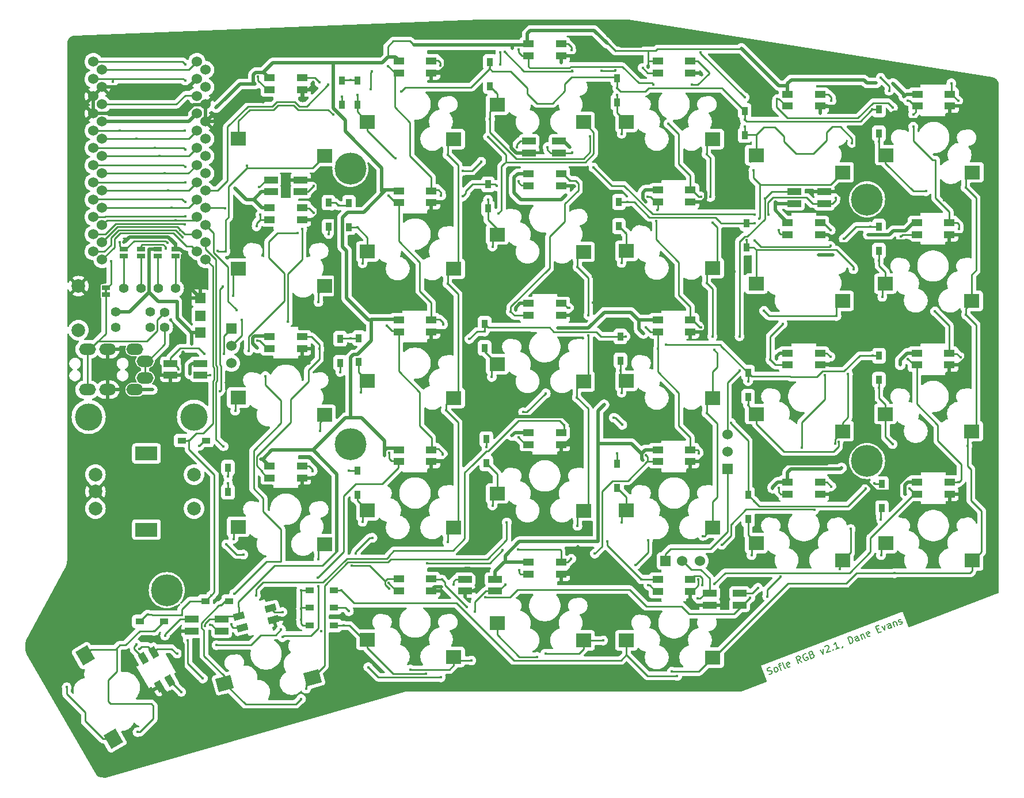
<source format=gtl>
G04 #@! TF.GenerationSoftware,KiCad,Pcbnew,8.0.4*
G04 #@! TF.CreationDate,2024-08-04T16:07:20+05:30*
G04 #@! TF.ProjectId,SofleKeyboard,536f666c-654b-4657-9962-6f6172642e6b,rev?*
G04 #@! TF.SameCoordinates,Original*
G04 #@! TF.FileFunction,Copper,L1,Top*
G04 #@! TF.FilePolarity,Positive*
%FSLAX46Y46*%
G04 Gerber Fmt 4.6, Leading zero omitted, Abs format (unit mm)*
G04 Created by KiCad (PCBNEW 8.0.4) date 2024-08-04 16:07:20*
%MOMM*%
%LPD*%
G01*
G04 APERTURE LIST*
G04 Aperture macros list*
%AMRotRect*
0 Rectangle, with rotation*
0 The origin of the aperture is its center*
0 $1 length*
0 $2 width*
0 $3 Rotation angle, in degrees counterclockwise*
0 Add horizontal line*
21,1,$1,$2,0,0,$3*%
G04 Aperture macros list end*
%ADD10C,0.200000*%
G04 #@! TA.AperFunction,NonConductor*
%ADD11C,0.200000*%
G04 #@! TD*
G04 #@! TA.AperFunction,EtchedComponent*
%ADD12C,0.100000*%
G04 #@! TD*
G04 #@! TA.AperFunction,SMDPad,CuDef*
%ADD13R,2.000000X1.000000*%
G04 #@! TD*
G04 #@! TA.AperFunction,ComponentPad*
%ADD14R,1.524000X1.524000*%
G04 #@! TD*
G04 #@! TA.AperFunction,ComponentPad*
%ADD15C,1.524000*%
G04 #@! TD*
G04 #@! TA.AperFunction,SMDPad,CuDef*
%ADD16R,1.600000X1.000000*%
G04 #@! TD*
G04 #@! TA.AperFunction,SMDPad,CuDef*
%ADD17R,2.300000X2.000000*%
G04 #@! TD*
G04 #@! TA.AperFunction,SMDPad,CuDef*
%ADD18R,1.300000X0.950000*%
G04 #@! TD*
G04 #@! TA.AperFunction,SMDPad,CuDef*
%ADD19R,0.950000X1.300000*%
G04 #@! TD*
G04 #@! TA.AperFunction,SMDPad,CuDef*
%ADD20RotRect,2.300000X2.000000X15.000000*%
G04 #@! TD*
G04 #@! TA.AperFunction,SMDPad,CuDef*
%ADD21RotRect,1.600000X1.000000X195.000000*%
G04 #@! TD*
G04 #@! TA.AperFunction,SMDPad,CuDef*
%ADD22RotRect,2.300000X2.000000X300.000000*%
G04 #@! TD*
G04 #@! TA.AperFunction,SMDPad,CuDef*
%ADD23RotRect,1.600000X1.000000X120.000000*%
G04 #@! TD*
G04 #@! TA.AperFunction,ComponentPad*
%ADD24C,4.000000*%
G04 #@! TD*
G04 #@! TA.AperFunction,ComponentPad*
%ADD25C,1.397000*%
G04 #@! TD*
G04 #@! TA.AperFunction,SMDPad,CuDef*
%ADD26R,1.143000X0.635000*%
G04 #@! TD*
G04 #@! TA.AperFunction,ComponentPad*
%ADD27C,2.000000*%
G04 #@! TD*
G04 #@! TA.AperFunction,ComponentPad*
%ADD28C,4.700000*%
G04 #@! TD*
G04 #@! TA.AperFunction,ComponentPad*
%ADD29R,3.200000X2.000000*%
G04 #@! TD*
G04 #@! TA.AperFunction,ComponentPad*
%ADD30O,2.500000X1.700000*%
G04 #@! TD*
G04 #@! TA.AperFunction,ViaPad*
%ADD31C,0.400000*%
G04 #@! TD*
G04 #@! TA.AperFunction,Conductor*
%ADD32C,0.250000*%
G04 #@! TD*
G04 #@! TA.AperFunction,Conductor*
%ADD33C,0.500000*%
G04 #@! TD*
G04 APERTURE END LIST*
D10*
D11*
X191570171Y-131399123D02*
X191720605Y-131392383D01*
X191720605Y-131392383D02*
X191942886Y-131307058D01*
X191942886Y-131307058D02*
X192014733Y-131228471D01*
X192014733Y-131228471D02*
X192042125Y-131166950D01*
X192042125Y-131166950D02*
X192052450Y-131060972D01*
X192052450Y-131060972D02*
X192018320Y-130972060D01*
X192018320Y-130972060D02*
X191939734Y-130900213D01*
X191939734Y-130900213D02*
X191878212Y-130872822D01*
X191878212Y-130872822D02*
X191772235Y-130862496D01*
X191772235Y-130862496D02*
X191577345Y-130886300D01*
X191577345Y-130886300D02*
X191471367Y-130875974D01*
X191471367Y-130875974D02*
X191409846Y-130848583D01*
X191409846Y-130848583D02*
X191331259Y-130776736D01*
X191331259Y-130776736D02*
X191297129Y-130687823D01*
X191297129Y-130687823D02*
X191307455Y-130581846D01*
X191307455Y-130581846D02*
X191334846Y-130520324D01*
X191334846Y-130520324D02*
X191406693Y-130441738D01*
X191406693Y-130441738D02*
X191628974Y-130356412D01*
X191628974Y-130356412D02*
X191779408Y-130349673D01*
X192654186Y-131034015D02*
X192548208Y-131023690D01*
X192548208Y-131023690D02*
X192486687Y-130996298D01*
X192486687Y-130996298D02*
X192408100Y-130924451D01*
X192408100Y-130924451D02*
X192305709Y-130657714D01*
X192305709Y-130657714D02*
X192316035Y-130551736D01*
X192316035Y-130551736D02*
X192343426Y-130490215D01*
X192343426Y-130490215D02*
X192415274Y-130411629D01*
X192415274Y-130411629D02*
X192548642Y-130360433D01*
X192548642Y-130360433D02*
X192654620Y-130370759D01*
X192654620Y-130370759D02*
X192716141Y-130398150D01*
X192716141Y-130398150D02*
X192794728Y-130469997D01*
X192794728Y-130469997D02*
X192897119Y-130736735D01*
X192897119Y-130736735D02*
X192886793Y-130842712D01*
X192886793Y-130842712D02*
X192859402Y-130904234D01*
X192859402Y-130904234D02*
X192787554Y-130982820D01*
X192787554Y-130982820D02*
X192654186Y-131034015D01*
X192993204Y-130189782D02*
X193348854Y-130053261D01*
X193365485Y-130760973D02*
X193058313Y-129960761D01*
X193058313Y-129960761D02*
X193068638Y-129854784D01*
X193068638Y-129854784D02*
X193140486Y-129776197D01*
X193140486Y-129776197D02*
X193229398Y-129742067D01*
X194032329Y-130504996D02*
X193926351Y-130494670D01*
X193926351Y-130494670D02*
X193847765Y-130422823D01*
X193847765Y-130422823D02*
X193540592Y-129622611D01*
X194726563Y-130187497D02*
X194654716Y-130266084D01*
X194654716Y-130266084D02*
X194476891Y-130334344D01*
X194476891Y-130334344D02*
X194370914Y-130324018D01*
X194370914Y-130324018D02*
X194292327Y-130252171D01*
X194292327Y-130252171D02*
X194155806Y-129896521D01*
X194155806Y-129896521D02*
X194166132Y-129790544D01*
X194166132Y-129790544D02*
X194237979Y-129711957D01*
X194237979Y-129711957D02*
X194415804Y-129643697D01*
X194415804Y-129643697D02*
X194521782Y-129654023D01*
X194521782Y-129654023D02*
X194600368Y-129725870D01*
X194600368Y-129725870D02*
X194634498Y-129814782D01*
X194634498Y-129814782D02*
X194224067Y-130074346D01*
X196432965Y-129583478D02*
X195951120Y-129258372D01*
X195899490Y-129788260D02*
X195541122Y-128854679D01*
X195541122Y-128854679D02*
X195896772Y-128718158D01*
X195896772Y-128718158D02*
X196002750Y-128728484D01*
X196002750Y-128728484D02*
X196064271Y-128755875D01*
X196064271Y-128755875D02*
X196142857Y-128827722D01*
X196142857Y-128827722D02*
X196194053Y-128961091D01*
X196194053Y-128961091D02*
X196183727Y-129067069D01*
X196183727Y-129067069D02*
X196156336Y-129128590D01*
X196156336Y-129128590D02*
X196084489Y-129207176D01*
X196084489Y-129207176D02*
X195728839Y-129343698D01*
X196980786Y-128353051D02*
X196874809Y-128342725D01*
X196874809Y-128342725D02*
X196741440Y-128393920D01*
X196741440Y-128393920D02*
X196625137Y-128489572D01*
X196625137Y-128489572D02*
X196570354Y-128612615D01*
X196570354Y-128612615D02*
X196560028Y-128718592D01*
X196560028Y-128718592D02*
X196583833Y-128913482D01*
X196583833Y-128913482D02*
X196635028Y-129046851D01*
X196635028Y-129046851D02*
X196747745Y-129207611D01*
X196747745Y-129207611D02*
X196826332Y-129279458D01*
X196826332Y-129279458D02*
X196949374Y-129334240D01*
X196949374Y-129334240D02*
X197099808Y-129327501D01*
X197099808Y-129327501D02*
X197188720Y-129293371D01*
X197188720Y-129293371D02*
X197305024Y-129197719D01*
X197305024Y-129197719D02*
X197332415Y-129136198D01*
X197332415Y-129136198D02*
X197212959Y-128825004D01*
X197212959Y-128825004D02*
X197035134Y-128893265D01*
X197890128Y-128463050D02*
X198040562Y-128456310D01*
X198040562Y-128456310D02*
X198102083Y-128483701D01*
X198102083Y-128483701D02*
X198180670Y-128555549D01*
X198180670Y-128555549D02*
X198231865Y-128688917D01*
X198231865Y-128688917D02*
X198221539Y-128794895D01*
X198221539Y-128794895D02*
X198194148Y-128856416D01*
X198194148Y-128856416D02*
X198122301Y-128935003D01*
X198122301Y-128935003D02*
X197766651Y-129071524D01*
X197766651Y-129071524D02*
X197408283Y-128137943D01*
X197408283Y-128137943D02*
X197719477Y-128018487D01*
X197719477Y-128018487D02*
X197825454Y-128028813D01*
X197825454Y-128028813D02*
X197886976Y-128056204D01*
X197886976Y-128056204D02*
X197965562Y-128128052D01*
X197965562Y-128128052D02*
X197999692Y-128216964D01*
X197999692Y-128216964D02*
X197989366Y-128322942D01*
X197989366Y-128322942D02*
X197961975Y-128384463D01*
X197961975Y-128384463D02*
X197890128Y-128463050D01*
X197890128Y-128463050D02*
X197578935Y-128582505D01*
X199083707Y-127851857D02*
X199544900Y-128388918D01*
X199544900Y-128388918D02*
X199528269Y-127681205D01*
X199754137Y-127339468D02*
X199781528Y-127277947D01*
X199781528Y-127277947D02*
X199853375Y-127199360D01*
X199853375Y-127199360D02*
X200075656Y-127114035D01*
X200075656Y-127114035D02*
X200181634Y-127124361D01*
X200181634Y-127124361D02*
X200243155Y-127151752D01*
X200243155Y-127151752D02*
X200321742Y-127223599D01*
X200321742Y-127223599D02*
X200355872Y-127312511D01*
X200355872Y-127312511D02*
X200362611Y-127462945D01*
X200362611Y-127462945D02*
X200033918Y-128201201D01*
X200033918Y-128201201D02*
X200611849Y-127979355D01*
X200977825Y-127736856D02*
X201039346Y-127764247D01*
X201039346Y-127764247D02*
X201011955Y-127825768D01*
X201011955Y-127825768D02*
X200950434Y-127798377D01*
X200950434Y-127798377D02*
X200977825Y-127736856D01*
X200977825Y-127736856D02*
X201011955Y-127825768D01*
X201945535Y-127467401D02*
X201412060Y-127672182D01*
X201678798Y-127569791D02*
X201320430Y-126636211D01*
X201320430Y-126636211D02*
X201282713Y-126803710D01*
X201282713Y-126803710D02*
X201227931Y-126926753D01*
X201227931Y-126926753D02*
X201156083Y-127005339D01*
X202373032Y-127252293D02*
X202390097Y-127296749D01*
X202390097Y-127296749D02*
X202379771Y-127402727D01*
X202379771Y-127402727D02*
X202352380Y-127464248D01*
X203501502Y-126870121D02*
X203143134Y-125936540D01*
X203143134Y-125936540D02*
X203365415Y-125851215D01*
X203365415Y-125851215D02*
X203515849Y-125844475D01*
X203515849Y-125844475D02*
X203638892Y-125899258D01*
X203638892Y-125899258D02*
X203717478Y-125971105D01*
X203717478Y-125971105D02*
X203830195Y-126131865D01*
X203830195Y-126131865D02*
X203881390Y-126265233D01*
X203881390Y-126265233D02*
X203905195Y-126460123D01*
X203905195Y-126460123D02*
X203894869Y-126566101D01*
X203894869Y-126566101D02*
X203840087Y-126689143D01*
X203840087Y-126689143D02*
X203723783Y-126784795D01*
X203723783Y-126784795D02*
X203501502Y-126870121D01*
X204835189Y-126358167D02*
X204647472Y-125869148D01*
X204647472Y-125869148D02*
X204568886Y-125797301D01*
X204568886Y-125797301D02*
X204462908Y-125786975D01*
X204462908Y-125786975D02*
X204285083Y-125855236D01*
X204285083Y-125855236D02*
X204213236Y-125933822D01*
X204818123Y-126313710D02*
X204746276Y-126392297D01*
X204746276Y-126392297D02*
X204523995Y-126477623D01*
X204523995Y-126477623D02*
X204418018Y-126467297D01*
X204418018Y-126467297D02*
X204339431Y-126395449D01*
X204339431Y-126395449D02*
X204305301Y-126306537D01*
X204305301Y-126306537D02*
X204315627Y-126200559D01*
X204315627Y-126200559D02*
X204387474Y-126121973D01*
X204387474Y-126121973D02*
X204609755Y-126036647D01*
X204609755Y-126036647D02*
X204681602Y-125958061D01*
X205040839Y-125565128D02*
X205279751Y-126187515D01*
X205074969Y-125654041D02*
X205102360Y-125592519D01*
X205102360Y-125592519D02*
X205174207Y-125513933D01*
X205174207Y-125513933D02*
X205307576Y-125462737D01*
X205307576Y-125462737D02*
X205413554Y-125473063D01*
X205413554Y-125473063D02*
X205492140Y-125544911D01*
X205492140Y-125544911D02*
X205679857Y-126033929D01*
X206463003Y-125682300D02*
X206391156Y-125760887D01*
X206391156Y-125760887D02*
X206213331Y-125829147D01*
X206213331Y-125829147D02*
X206107354Y-125818821D01*
X206107354Y-125818821D02*
X206028767Y-125746974D01*
X206028767Y-125746974D02*
X205892246Y-125391324D01*
X205892246Y-125391324D02*
X205902572Y-125285347D01*
X205902572Y-125285347D02*
X205974419Y-125206760D01*
X205974419Y-125206760D02*
X206152244Y-125138500D01*
X206152244Y-125138500D02*
X206258222Y-125148826D01*
X206258222Y-125148826D02*
X206336808Y-125220673D01*
X206336808Y-125220673D02*
X206370938Y-125309585D01*
X206370938Y-125309585D02*
X205960507Y-125569149D01*
X207448214Y-124794044D02*
X207759407Y-124674588D01*
X208080492Y-125112411D02*
X207635930Y-125283062D01*
X207635930Y-125283062D02*
X207277562Y-124349482D01*
X207277562Y-124349482D02*
X207722125Y-124178831D01*
X208152774Y-124370568D02*
X208613967Y-124907629D01*
X208613967Y-124907629D02*
X208597336Y-124199917D01*
X209592004Y-124532196D02*
X209404287Y-124043178D01*
X209404287Y-124043178D02*
X209325701Y-123971331D01*
X209325701Y-123971331D02*
X209219723Y-123961005D01*
X209219723Y-123961005D02*
X209041899Y-124029265D01*
X209041899Y-124029265D02*
X208970051Y-124107852D01*
X209574939Y-124487740D02*
X209503092Y-124566326D01*
X209503092Y-124566326D02*
X209280810Y-124651652D01*
X209280810Y-124651652D02*
X209174833Y-124641326D01*
X209174833Y-124641326D02*
X209096246Y-124569479D01*
X209096246Y-124569479D02*
X209062116Y-124480567D01*
X209062116Y-124480567D02*
X209072442Y-124374589D01*
X209072442Y-124374589D02*
X209144289Y-124296002D01*
X209144289Y-124296002D02*
X209366570Y-124210677D01*
X209366570Y-124210677D02*
X209438418Y-124132090D01*
X209797654Y-123739158D02*
X210036566Y-124361545D01*
X209831784Y-123828070D02*
X209859176Y-123766549D01*
X209859176Y-123766549D02*
X209931023Y-123687962D01*
X209931023Y-123687962D02*
X210064391Y-123636767D01*
X210064391Y-123636767D02*
X210170369Y-123647093D01*
X210170369Y-123647093D02*
X210248955Y-123718940D01*
X210248955Y-123718940D02*
X210436672Y-124207958D01*
X210819713Y-124009916D02*
X210925690Y-124020242D01*
X210925690Y-124020242D02*
X211103515Y-123951981D01*
X211103515Y-123951981D02*
X211175363Y-123873395D01*
X211175363Y-123873395D02*
X211185688Y-123767417D01*
X211185688Y-123767417D02*
X211168623Y-123722961D01*
X211168623Y-123722961D02*
X211090037Y-123651114D01*
X211090037Y-123651114D02*
X210984059Y-123640788D01*
X210984059Y-123640788D02*
X210850691Y-123691983D01*
X210850691Y-123691983D02*
X210744713Y-123681657D01*
X210744713Y-123681657D02*
X210666127Y-123609810D01*
X210666127Y-123609810D02*
X210649061Y-123565354D01*
X210649061Y-123565354D02*
X210659387Y-123459376D01*
X210659387Y-123459376D02*
X210731235Y-123380790D01*
X210731235Y-123380790D02*
X210864603Y-123329594D01*
X210864603Y-123329594D02*
X210970581Y-123339920D01*
D12*
X94150000Y-75200000D02*
X93850000Y-75200000D01*
X93850000Y-74800000D01*
X94150000Y-74800000D01*
X94150000Y-75200000D01*
G04 #@! TA.AperFunction,EtchedComponent*
G36*
X94150000Y-75200000D02*
G01*
X93850000Y-75200000D01*
X93850000Y-74800000D01*
X94150000Y-74800000D01*
X94150000Y-75200000D01*
G37*
G04 #@! TD.AperFunction*
D13*
X106650000Y-125005000D03*
X106650000Y-123255000D03*
X111050000Y-125005000D03*
X111050000Y-123255000D03*
X122700000Y-58625000D03*
X122700000Y-60375000D03*
X118300000Y-58625000D03*
X118300000Y-60375000D03*
X156300000Y-54665000D03*
X156300000Y-52915000D03*
X160700000Y-54665000D03*
X160700000Y-52915000D03*
X199700000Y-60375000D03*
X199700000Y-62125000D03*
X195300000Y-60375000D03*
X195300000Y-62125000D03*
X146883600Y-119137600D03*
X146883600Y-117387600D03*
X151283600Y-119137600D03*
X151283600Y-117387600D03*
X182850000Y-121195000D03*
X182850000Y-119445000D03*
X187250000Y-121195000D03*
X187250000Y-119445000D03*
X103550000Y-87375000D03*
X103550000Y-85625000D03*
X107950000Y-87375000D03*
X107950000Y-85625000D03*
D14*
X107900000Y-81100000D03*
X107900000Y-78600000D03*
X107900000Y-76000000D03*
D15*
X112500000Y-85600000D03*
X112500000Y-83000000D03*
D14*
X112500000Y-80500000D03*
D16*
X218200000Y-47775000D03*
X218200000Y-46025000D03*
X213400000Y-47775000D03*
X213400000Y-46025000D03*
D17*
X208800000Y-54980000D03*
X221500000Y-57520000D03*
X164300000Y-107310000D03*
X151600000Y-104770000D03*
D16*
X156200000Y-95815000D03*
X156200000Y-97565000D03*
X161000000Y-95815000D03*
X161000000Y-97565000D03*
D17*
X202400000Y-114620000D03*
X189700000Y-112080000D03*
D16*
X194300000Y-103125000D03*
X194300000Y-104875000D03*
X199100000Y-103125000D03*
X199100000Y-104875000D03*
D17*
X221400000Y-76420000D03*
X208700000Y-73880000D03*
D16*
X213300000Y-64925000D03*
X213300000Y-66675000D03*
X218100000Y-64925000D03*
X218100000Y-66675000D03*
D17*
X202400000Y-76420000D03*
X189700000Y-73880000D03*
D16*
X194300000Y-64925000D03*
X194300000Y-66675000D03*
X199100000Y-64925000D03*
X199100000Y-66675000D03*
D17*
X202400000Y-95620000D03*
X189700000Y-93080000D03*
D16*
X194300000Y-84125000D03*
X194300000Y-85875000D03*
X199100000Y-84125000D03*
X199100000Y-85875000D03*
D17*
X145200000Y-52620000D03*
X132500000Y-50080000D03*
D16*
X137100000Y-41125000D03*
X137100000Y-42875000D03*
X141900000Y-41125000D03*
X141900000Y-42875000D03*
D18*
X124030000Y-119020000D03*
X127580000Y-119020000D03*
X127550000Y-121600000D03*
X124000000Y-121600000D03*
X124000000Y-124200000D03*
X127550000Y-124200000D03*
X108649800Y-120624800D03*
X112199800Y-120624800D03*
X99025000Y-123600000D03*
X102575000Y-123600000D03*
X105225000Y-97000000D03*
X108775000Y-97000000D03*
D19*
X208200000Y-103400000D03*
X208200000Y-106950000D03*
X188500000Y-104975000D03*
X188500000Y-108525000D03*
X169250000Y-100375000D03*
X169250000Y-103925000D03*
X150000000Y-96790000D03*
X150000000Y-100340000D03*
X131000000Y-101400000D03*
X131000000Y-104950000D03*
X112000000Y-100975000D03*
X112000000Y-104525000D03*
X207750000Y-84500000D03*
X207750000Y-88050000D03*
X188500000Y-87000000D03*
X188500000Y-90550000D03*
X169725000Y-81650000D03*
X169725000Y-85200000D03*
X149750000Y-79790000D03*
X149750000Y-83340000D03*
X131250000Y-81900000D03*
X131250000Y-85450000D03*
X128500000Y-82000000D03*
X128500000Y-85550000D03*
X207750000Y-65500000D03*
X207750000Y-69050000D03*
X188250000Y-65000000D03*
X188250000Y-68550000D03*
X169500000Y-61875000D03*
X169500000Y-65425000D03*
X150250000Y-59290000D03*
X150250000Y-62840000D03*
X129800000Y-62025000D03*
X129800000Y-65575000D03*
X126800000Y-62000000D03*
X126800000Y-65550000D03*
X207750000Y-48250000D03*
X207750000Y-51800000D03*
X188000000Y-48475000D03*
X188000000Y-52025000D03*
X169250000Y-43650000D03*
X169250000Y-47200000D03*
X150500000Y-41265000D03*
X150500000Y-44815000D03*
X131000000Y-44005500D03*
X131000000Y-47555500D03*
X128750000Y-44000000D03*
X128750000Y-47550000D03*
D17*
X183300000Y-128920000D03*
X170600000Y-126380000D03*
D16*
X175200000Y-117425000D03*
X175200000Y-119175000D03*
X180000000Y-117425000D03*
X180000000Y-119175000D03*
D17*
X164300000Y-126410000D03*
X151600000Y-123870000D03*
D16*
X156200000Y-114915000D03*
X156200000Y-116665000D03*
X161000000Y-114915000D03*
X161000000Y-116665000D03*
D17*
X145200000Y-128820000D03*
X132500000Y-126280000D03*
D16*
X137100000Y-117325000D03*
X137100000Y-119075000D03*
X141900000Y-117325000D03*
X141900000Y-119075000D03*
D20*
X124430931Y-131870272D03*
X111506272Y-132703822D03*
D21*
X113631807Y-122863389D03*
X114084740Y-124553759D03*
X118268251Y-121621057D03*
X118721184Y-123311427D03*
D22*
X95125950Y-140896345D03*
X90975654Y-128627822D03*
D23*
X101030912Y-128134039D03*
X99515367Y-129009039D03*
X103430912Y-132290961D03*
X101915367Y-133165961D03*
D17*
X221450000Y-114620000D03*
X208750000Y-112080000D03*
D16*
X213350000Y-103125000D03*
X213350000Y-104875000D03*
X218150000Y-103125000D03*
X218150000Y-104875000D03*
D17*
X183300000Y-109820000D03*
X170600000Y-107280000D03*
D16*
X175200000Y-98325000D03*
X175200000Y-100075000D03*
X180000000Y-98325000D03*
X180000000Y-100075000D03*
D17*
X145200000Y-109820000D03*
X132500000Y-107280000D03*
D16*
X137100000Y-98325000D03*
X137100000Y-100075000D03*
X141900000Y-98325000D03*
X141900000Y-100075000D03*
D17*
X126200000Y-112220000D03*
X113500000Y-109680000D03*
D16*
X118100000Y-100725000D03*
X118100000Y-102475000D03*
X122900000Y-100725000D03*
X122900000Y-102475000D03*
D17*
X221400000Y-95620000D03*
X208700000Y-93080000D03*
D16*
X213300000Y-84125000D03*
X213300000Y-85875000D03*
X218100000Y-84125000D03*
X218100000Y-85875000D03*
D17*
X183300000Y-90720000D03*
X170600000Y-88180000D03*
D16*
X175200000Y-79225000D03*
X175200000Y-80975000D03*
X180000000Y-79225000D03*
X180000000Y-80975000D03*
D17*
X164300000Y-88310000D03*
X151600000Y-85770000D03*
D16*
X156200000Y-76815000D03*
X156200000Y-78565000D03*
X161000000Y-76815000D03*
X161000000Y-78565000D03*
D17*
X145200000Y-90720000D03*
X132500000Y-88180000D03*
D16*
X137100000Y-79225000D03*
X137100000Y-80975000D03*
X141900000Y-79225000D03*
X141900000Y-80975000D03*
D17*
X126200000Y-93220000D03*
X113500000Y-90680000D03*
D16*
X118100000Y-81725000D03*
X118100000Y-83475000D03*
X122900000Y-81725000D03*
X122900000Y-83475000D03*
D17*
X183300000Y-71620000D03*
X170600000Y-69080000D03*
D16*
X175200000Y-60125000D03*
X175200000Y-61875000D03*
X180000000Y-60125000D03*
X180000000Y-61875000D03*
D17*
X164300000Y-69210000D03*
X151600000Y-66670000D03*
D16*
X156200000Y-57715000D03*
X156200000Y-59465000D03*
X161000000Y-57715000D03*
X161000000Y-59465000D03*
D17*
X145200000Y-71720000D03*
X132500000Y-69180000D03*
D16*
X137100000Y-60225000D03*
X137100000Y-61975000D03*
X141900000Y-60225000D03*
X141900000Y-61975000D03*
D17*
X126200000Y-74220000D03*
X113500000Y-71680000D03*
D16*
X118100000Y-62725000D03*
X118100000Y-64475000D03*
X122900000Y-62725000D03*
X122900000Y-64475000D03*
D17*
X202400000Y-57520000D03*
X189700000Y-54980000D03*
D16*
X194300000Y-46025000D03*
X194300000Y-47775000D03*
X199100000Y-46025000D03*
X199100000Y-47775000D03*
D17*
X183300000Y-52620000D03*
X170600000Y-50080000D03*
D16*
X175200000Y-41125000D03*
X175200000Y-42875000D03*
X180000000Y-41125000D03*
X180000000Y-42875000D03*
D17*
X164300000Y-50120000D03*
X151600000Y-47580000D03*
D16*
X156200000Y-38625000D03*
X156200000Y-40375000D03*
X161000000Y-38625000D03*
X161000000Y-40375000D03*
D17*
X126200000Y-55120000D03*
X113500000Y-52580000D03*
D16*
X118100000Y-43625000D03*
X118100000Y-45375000D03*
X122900000Y-43625000D03*
X122900000Y-45375000D03*
D15*
X181427000Y-114706600D03*
X178827000Y-114706600D03*
D14*
X176327000Y-114706600D03*
D15*
X185500000Y-96050000D03*
X185500000Y-98650000D03*
D14*
X185500000Y-101150000D03*
D15*
X93478815Y-47505745D03*
X108718815Y-65285745D03*
X93478815Y-57665745D03*
X108718815Y-55125745D03*
X108718815Y-50045745D03*
X93478815Y-67825745D03*
X108718815Y-47505745D03*
X108718815Y-42425745D03*
X93478815Y-62745745D03*
X108718815Y-70365745D03*
X93478815Y-55125745D03*
X93478815Y-44965745D03*
X93478815Y-50045745D03*
X93478815Y-52585745D03*
X93478815Y-65285745D03*
X93478815Y-60205745D03*
X108718815Y-62745745D03*
X108718815Y-60205745D03*
X93478815Y-70365745D03*
X108718815Y-67825745D03*
X108718815Y-44965745D03*
X93478815Y-42425745D03*
X108718815Y-57665745D03*
X108718815Y-52585745D03*
X92180000Y-41230000D03*
X92180000Y-43770000D03*
X92180000Y-46310000D03*
X92180000Y-48850000D03*
X92180000Y-51390000D03*
X92180000Y-53930000D03*
X92180000Y-56470000D03*
X92180000Y-59010000D03*
X92180000Y-61550000D03*
X92180000Y-64090000D03*
X92180000Y-66630000D03*
X92180000Y-69170000D03*
X107420000Y-69170000D03*
X107420000Y-66630000D03*
X107420000Y-64090000D03*
X107420000Y-61550000D03*
X107420000Y-59010000D03*
X107420000Y-56470000D03*
X107420000Y-53930000D03*
X107420000Y-51390000D03*
X107420000Y-48850000D03*
X107420000Y-46310000D03*
X107420000Y-43770000D03*
X107420000Y-41230000D03*
D24*
X107000000Y-93500000D03*
X91500000Y-93500000D03*
D25*
X104320000Y-74600000D03*
X101780000Y-74600000D03*
X99240000Y-74600000D03*
X96700000Y-74600000D03*
D26*
X94000000Y-74499620D03*
X94000000Y-75500380D03*
D27*
X90000000Y-80750000D03*
X90000000Y-74250000D03*
D26*
X96700000Y-68799620D03*
X96700000Y-69800380D03*
X99200000Y-68799620D03*
X99200000Y-69800380D03*
X101700000Y-68799620D03*
X101700000Y-69800380D03*
X104300000Y-68799620D03*
X104300000Y-69800380D03*
D25*
X100579272Y-80311965D03*
X95499272Y-80311965D03*
X100579272Y-78061965D03*
X95499272Y-78061965D03*
X102700000Y-78100000D03*
X102700000Y-80300000D03*
D28*
X206000000Y-100000000D03*
X130000000Y-97500000D03*
X130000000Y-57000000D03*
D27*
X107000000Y-107000000D03*
X107000000Y-102000000D03*
D29*
X100000000Y-110100000D03*
X100000000Y-98900000D03*
D27*
X92500000Y-107000000D03*
X92500000Y-104500000D03*
X92500000Y-102000000D03*
D28*
X103000000Y-119000000D03*
X206000000Y-61500000D03*
D30*
X98300000Y-89500000D03*
X99800000Y-85300000D03*
X91300000Y-89500000D03*
X94300000Y-89500000D03*
X91300000Y-83550000D03*
X94300000Y-83550000D03*
X98300000Y-83550000D03*
X99800000Y-87750000D03*
D31*
X128750000Y-46400000D03*
X127450000Y-49000000D03*
X105327833Y-67072169D03*
X106250000Y-97000000D03*
X105189400Y-122624800D03*
X122773800Y-119020000D03*
X109512300Y-119762300D03*
X100200000Y-122600000D03*
X122732600Y-121732600D03*
X122732600Y-123332600D03*
X131000000Y-46150000D03*
X136588496Y-55452510D03*
X150550000Y-49640000D03*
X151362500Y-45677500D03*
X165250000Y-52190000D03*
X105700000Y-59000000D03*
X188000000Y-49750000D03*
X169250000Y-45150000D03*
X130000000Y-43900000D03*
X206750000Y-48250000D03*
X126750000Y-44600000D03*
X137450000Y-45600000D03*
X150500004Y-42222496D03*
X169900000Y-51850000D03*
X169250000Y-46150000D03*
X105700000Y-61900000D03*
X151500000Y-59540000D03*
X170775000Y-61875000D03*
X146532600Y-61061600D03*
X189500000Y-65000000D03*
X206500000Y-65500000D03*
X189500000Y-67550000D03*
X111574990Y-62800000D03*
X200650000Y-68350000D03*
X202565000Y-67310000D03*
X128239998Y-62400000D03*
X188000000Y-50750000D03*
X203800000Y-53200000D03*
X105700000Y-64000000D03*
X149750000Y-80940000D03*
X188500000Y-88250000D03*
X113250000Y-77750000D03*
X147500012Y-82050000D03*
X206825000Y-84500000D03*
X130000000Y-81900000D03*
X176450000Y-82900000D03*
X170480000Y-81650000D03*
X207750000Y-53000000D03*
X214655400Y-60291210D03*
X105600000Y-65200000D03*
X112000000Y-102250000D03*
X150000000Y-97940000D03*
X111350001Y-97825012D03*
X189387500Y-105862500D03*
X169250000Y-98900000D03*
X186000000Y-94400000D03*
X129750000Y-101400000D03*
X207057999Y-103273747D03*
X205800000Y-104000000D03*
X112750000Y-75650000D03*
X126800000Y-66600000D03*
X131800000Y-70900000D03*
X131000000Y-65600000D03*
X150900000Y-68440000D03*
X150250000Y-61540000D03*
X169900000Y-70850000D03*
X170487500Y-66412500D03*
X204000000Y-71750000D03*
X188250000Y-67500000D03*
X207750000Y-70500000D03*
X208250000Y-75850000D03*
X113050000Y-92600000D03*
X128500000Y-86900000D03*
X131550000Y-89900000D03*
X150800000Y-87640000D03*
X169900000Y-89950000D03*
X169750000Y-86650000D03*
X188500000Y-91750000D03*
X201797467Y-97158879D03*
X209750000Y-97500000D03*
X207750000Y-89250000D03*
X112800000Y-111450000D03*
X112000000Y-103250000D03*
X131800000Y-108950000D03*
X150900000Y-106540000D03*
X169900000Y-109050000D03*
X189000000Y-113850000D03*
X208050000Y-113850000D03*
X208000000Y-108600000D03*
X98687000Y-139889000D03*
X101175000Y-125000000D03*
X122750000Y-135000000D03*
X110984999Y-121234999D03*
X141108000Y-131259000D03*
X129000000Y-124200000D03*
X100400008Y-68800000D03*
X100400000Y-50045745D03*
X211625000Y-104875000D03*
X116000000Y-44500000D03*
X110250000Y-48000000D03*
X193012500Y-44737500D03*
X153750000Y-96290000D03*
X173000000Y-99900000D03*
X210875000Y-85875000D03*
X135325000Y-60125000D03*
X167750000Y-38440000D03*
X173475000Y-61875000D03*
X167325000Y-78115000D03*
X162250000Y-53790000D03*
X135500000Y-40575010D03*
X167325000Y-91715000D03*
X166424990Y-98714990D03*
X116850000Y-99700000D03*
X192100000Y-104000000D03*
X135000000Y-99200004D03*
X134375000Y-79125000D03*
X154300002Y-77790000D03*
X160475000Y-80440000D03*
X173100000Y-81250000D03*
X192700000Y-84950000D03*
X211650000Y-66100000D03*
X206175000Y-66675000D03*
X153800000Y-39290000D03*
X173806234Y-42086230D03*
X116350000Y-83400000D03*
X115800000Y-61500000D03*
X113000000Y-59800000D03*
X111725000Y-46525000D03*
X161650000Y-60890000D03*
X154099999Y-60539999D03*
X193300000Y-63925000D03*
X198874990Y-69700000D03*
X200950000Y-69700000D03*
X189950000Y-118650000D03*
X98966400Y-127646200D03*
X104503600Y-128314400D03*
X172781800Y-117399000D03*
X167803400Y-111861800D03*
X166424990Y-111865010D03*
X135669468Y-118748132D03*
X153294800Y-114915000D03*
X128025000Y-113250000D03*
X130160600Y-115417800D03*
X205994000Y-44373800D03*
X207340200Y-44373800D03*
X192532000Y-61849000D03*
X108600000Y-124300000D03*
X202250000Y-100999998D03*
X106624999Y-82800000D03*
X106400000Y-87200000D03*
X211400000Y-46400000D03*
X209800000Y-44400000D03*
X113236400Y-67208200D03*
X166100000Y-120400000D03*
X169800000Y-120300000D03*
X167600000Y-121700000D03*
X165800000Y-63100000D03*
X166600000Y-59800000D03*
X167800000Y-62500000D03*
X96700000Y-67800000D03*
X96900000Y-48800000D03*
X96900000Y-44965745D03*
X106700000Y-74700000D03*
X93176999Y-99176999D03*
X148500000Y-95400000D03*
X124500000Y-44250000D03*
X144000000Y-40800000D03*
X153625000Y-52915000D03*
X182000000Y-79650000D03*
X200750000Y-85750000D03*
X144175000Y-60125000D03*
X181975000Y-60125000D03*
X111750000Y-88500000D03*
X185400000Y-82150000D03*
X185650000Y-78000000D03*
X186500000Y-72150000D03*
X185350000Y-65950000D03*
X188300000Y-70950000D03*
X188700000Y-76550000D03*
X190500000Y-83150000D03*
X185700000Y-54750000D03*
X185450000Y-59400000D03*
X186150000Y-40900000D03*
X190400000Y-45250000D03*
X125450000Y-101500000D03*
X220175021Y-104874979D03*
X192374999Y-100924999D03*
X200100000Y-100400000D03*
X201500000Y-104250000D03*
X182381001Y-99068999D03*
X162700000Y-96490000D03*
X144900000Y-98900004D03*
X144950000Y-79150000D03*
X163200000Y-77240000D03*
X212500000Y-81000000D03*
X220562002Y-83212002D03*
X220200000Y-66650000D03*
X117150000Y-47100000D03*
X123000000Y-46950000D03*
X163850000Y-39890000D03*
X181700000Y-43200000D03*
X201750000Y-47800000D03*
X123950000Y-85550000D03*
X215800000Y-101100000D03*
X125250001Y-60399999D03*
X162950000Y-59590002D03*
X169050000Y-56850000D03*
X166650000Y-55940000D03*
X201056001Y-67443999D03*
X204500000Y-52050000D03*
X209450000Y-64250000D03*
X209350000Y-67600000D03*
X186924999Y-110225001D03*
X148500000Y-52300000D03*
X124598000Y-80950008D03*
X104600000Y-125200000D03*
X181200002Y-117425000D03*
X146883600Y-115783200D03*
X163510800Y-112581400D03*
X120909801Y-123820001D03*
X105418000Y-130194000D03*
X149047200Y-92125800D03*
X172770800Y-38938200D03*
X167894000Y-37439600D03*
X211378787Y-48652217D03*
X143383000Y-118554500D03*
X199099994Y-48824994D03*
X202120500Y-60959998D03*
X161000002Y-41375002D03*
X162600000Y-115700000D03*
X127800001Y-76100001D03*
X103100000Y-139800000D03*
X107200000Y-134400000D03*
X99700000Y-134300000D03*
X113900000Y-137800000D03*
X128400000Y-134500000D03*
X133500000Y-133200000D03*
X149100000Y-127800000D03*
X146900000Y-124100000D03*
X163500000Y-117700000D03*
X170800000Y-117800000D03*
X167500000Y-114300000D03*
X181900000Y-37600000D03*
X172700000Y-37600000D03*
X169243100Y-38356900D03*
X172600000Y-43100000D03*
X168600000Y-40800000D03*
X130600000Y-74700000D03*
X139400000Y-76100000D03*
X148500000Y-101700000D03*
X148500000Y-112300000D03*
X149500000Y-107400000D03*
X151100000Y-111300000D03*
X154000000Y-111200000D03*
X165200000Y-110900000D03*
X165900000Y-128300000D03*
X168500000Y-128100000D03*
X185000000Y-123500000D03*
X187600000Y-123500000D03*
X207200000Y-108800000D03*
X206200000Y-115700000D03*
X205100000Y-118700000D03*
X213900000Y-118700000D03*
X223200000Y-101400000D03*
X223500000Y-85800000D03*
X220900000Y-88100000D03*
X177000000Y-76200000D03*
X172800000Y-78200000D03*
X169700000Y-79600000D03*
X168900000Y-75900000D03*
X168500000Y-67800000D03*
X165700000Y-72900000D03*
X165700000Y-76700000D03*
X101438100Y-46469100D03*
X114176200Y-62687000D03*
X123599600Y-104863700D03*
X163614100Y-130975100D03*
X156806900Y-132270500D03*
X151282400Y-130479800D03*
X184302400Y-131940300D03*
X189077600Y-128346200D03*
X213398100Y-122529600D03*
X206743300Y-114604800D03*
X218846400Y-107911900D03*
X209905600Y-100698300D03*
X206629000Y-96100900D03*
X211963000Y-88176100D03*
X209804000Y-88176100D03*
X218541600Y-88684100D03*
X218351100Y-69646800D03*
X211836000Y-69608700D03*
X217322400Y-61607700D03*
X220433900Y-62064900D03*
X215049100Y-61772800D03*
X210934300Y-60553600D03*
X220408500Y-49885600D03*
X222923100Y-52451000D03*
X223685100Y-57200800D03*
X222211900Y-44970700D03*
X204698600Y-45529500D03*
X206781400Y-42494200D03*
X210832700Y-43180000D03*
X192925700Y-40627300D03*
X177203100Y-57429400D03*
X172681900Y-58877200D03*
X107937300Y-117297200D03*
X94348300Y-124167900D03*
X86855300Y-129565400D03*
X90792300Y-119316500D03*
X94843600Y-112979200D03*
X100076000Y-104254300D03*
X98374200Y-92811600D03*
X102565200Y-94475300D03*
X116395500Y-41541700D03*
X110959900Y-41744900D03*
X112699800Y-43713400D03*
X113868200Y-46418500D03*
X101955600Y-38404800D03*
X95288100Y-38671500D03*
X148018500Y-78536800D03*
X151511000Y-78308200D03*
X151422100Y-82042000D03*
X155740100Y-81953100D03*
X147370800Y-84328000D03*
X207721200Y-80670400D03*
X204837500Y-82500000D03*
X204762100Y-86385400D03*
X203847700Y-78790800D03*
X102000000Y-86000000D03*
X105400000Y-84000000D03*
X220400000Y-47800000D03*
X103800000Y-134400000D03*
X142400000Y-102800000D03*
X143000000Y-95400000D03*
X128200000Y-126000000D03*
X128600000Y-131000000D03*
X131800000Y-131400000D03*
X140800000Y-132800000D03*
X146200000Y-131400000D03*
X170400000Y-132600000D03*
X168600000Y-126400000D03*
X190000000Y-89000000D03*
X193400000Y-88800000D03*
X187000000Y-89000000D03*
X187600000Y-94000000D03*
X190400000Y-97800000D03*
X190600000Y-105000000D03*
X192000000Y-105600000D03*
X202600000Y-107800000D03*
X200200000Y-107800000D03*
X222400000Y-105400000D03*
X221200000Y-107000000D03*
X224200000Y-110000000D03*
X224000000Y-117200000D03*
X217600000Y-119000000D03*
X223400000Y-79000000D03*
X219800000Y-80200000D03*
X217000000Y-81000000D03*
X223200000Y-68600000D03*
X220800000Y-68400000D03*
X223000000Y-64800000D03*
X223000000Y-48400000D03*
X191549016Y-49050984D03*
X189000000Y-62600000D03*
X184600000Y-62800000D03*
X149800000Y-73200000D03*
X148500000Y-64700000D03*
X148500000Y-61500000D03*
X144800000Y-64400000D03*
X147000000Y-64600000D03*
X133000000Y-78000000D03*
X131000000Y-79200000D03*
X133600000Y-58200000D03*
X132800000Y-60600000D03*
X143000000Y-58000000D03*
X126800000Y-59000000D03*
X145400000Y-44000000D03*
X146600000Y-46400000D03*
X147600000Y-42800000D03*
X148500000Y-46100000D03*
X165370000Y-38370000D03*
X125674990Y-125000000D03*
X220500000Y-59750000D03*
X102675000Y-57665745D03*
X220750000Y-97750000D03*
X209250000Y-45500000D03*
X220550000Y-78474990D03*
X210000000Y-116499990D03*
X177303000Y-130988000D03*
X208000600Y-43586400D03*
X201500000Y-78650000D03*
X103175000Y-60205745D03*
X189275000Y-57250000D03*
X188000000Y-46500000D03*
X181500000Y-39900000D03*
X190850000Y-77900000D03*
X190150000Y-64300000D03*
X191298400Y-119913600D03*
X193276189Y-116984200D03*
X202005399Y-115899399D03*
X203200000Y-87185500D03*
X167188400Y-126421400D03*
X158686500Y-128333500D03*
X201272457Y-97462850D03*
X203600000Y-110000000D03*
X182400000Y-92950000D03*
X182400000Y-54850000D03*
X182400000Y-73850000D03*
X103700000Y-62745745D03*
X183500000Y-83650000D03*
X183250000Y-81650000D03*
X183250000Y-64900000D03*
X181878761Y-111028761D03*
X173779989Y-111625000D03*
X182950011Y-61131673D03*
X171969000Y-115265400D03*
X147788200Y-129354000D03*
X138831761Y-130667561D03*
X162636200Y-42595800D03*
X166928800Y-42570400D03*
X169011600Y-42494200D03*
X152723174Y-39803920D03*
X163300000Y-90640000D03*
X163400000Y-71440000D03*
X163400000Y-109540000D03*
X104300000Y-64575000D03*
X150250000Y-52265000D03*
X165000000Y-78540000D03*
X151750000Y-63540000D03*
X153000000Y-109040000D03*
X165000000Y-81540021D03*
X152070275Y-41620210D03*
X123500000Y-133500000D03*
X152061699Y-39875010D03*
X144300000Y-54900000D03*
X144300000Y-73900000D03*
X144300000Y-111950000D03*
X105000000Y-66000000D03*
X133250000Y-111300000D03*
X144050000Y-92524990D03*
X132975354Y-45304243D03*
X133154739Y-42695261D03*
X88273000Y-133285000D03*
X130773547Y-113628547D03*
X105600000Y-51400000D03*
X96100000Y-51390000D03*
X96050000Y-67805847D03*
X103100000Y-67900000D03*
X105700006Y-41600000D03*
X114000000Y-79250000D03*
X101200000Y-53900000D03*
X105700018Y-54200000D03*
X102826022Y-68770500D03*
X143317800Y-131826200D03*
X132624400Y-130327600D03*
X157491000Y-128828990D03*
X129779600Y-122098000D03*
X105699992Y-56700000D03*
X94800000Y-70600000D03*
X95100000Y-44200000D03*
X105700000Y-44000000D03*
X178065000Y-131623000D03*
X128682800Y-119020000D03*
X107775000Y-97775000D03*
X125550000Y-95600000D03*
X125300000Y-76600000D03*
X125300000Y-114450000D03*
X114750000Y-56500000D03*
X110775010Y-89750000D03*
X111750000Y-112250000D03*
X114250000Y-113750000D03*
X111649995Y-69150005D03*
X110445094Y-69104375D03*
X111200000Y-74350000D03*
X101874255Y-55125745D03*
X98514255Y-52585745D03*
X117500000Y-87500000D03*
X114999994Y-83800000D03*
X124600000Y-59500000D03*
X122250000Y-66450000D03*
X109400000Y-124116732D03*
X112900000Y-119525021D03*
X154500000Y-53790000D03*
X149250000Y-55940000D03*
X146500000Y-57300000D03*
X116600000Y-59700000D03*
X159000000Y-53790000D03*
X165750003Y-56789997D03*
X162650000Y-54590000D03*
X201400000Y-61250000D03*
X191475000Y-63700000D03*
X189436812Y-63750000D03*
X187250000Y-81650000D03*
X187250000Y-86650000D03*
X190950000Y-61400000D03*
X102740000Y-125677500D03*
X152817400Y-118135600D03*
X148347000Y-122121502D03*
X108300000Y-132000000D03*
X106068010Y-126351315D03*
X188822468Y-120130068D03*
X145222800Y-118211800D03*
X149796500Y-120015000D03*
X181113000Y-120243800D03*
X111403027Y-84250000D03*
X170000000Y-94675000D03*
X168750000Y-93625000D03*
X104704243Y-86504950D03*
X108550000Y-84250000D03*
X109400000Y-87400004D03*
X173823200Y-118288000D03*
X143240373Y-41790373D03*
X116400000Y-43450000D03*
X116750000Y-63750000D03*
X125450000Y-44300002D03*
X116200000Y-65450000D03*
X135550000Y-41900000D03*
X143350000Y-60949994D03*
X180250000Y-44599999D03*
X154719240Y-39400010D03*
X174600000Y-44599999D03*
X154750000Y-58790000D03*
X162500016Y-39540000D03*
X173000000Y-42150000D03*
X176800500Y-50349500D03*
X181549998Y-61100000D03*
X192800000Y-46750000D03*
X219400000Y-47000000D03*
X209800000Y-48000000D03*
X218400000Y-44400000D03*
X200750000Y-47000000D03*
X193000000Y-66000000D03*
X219519500Y-65849500D03*
X212000000Y-47000000D03*
X212800000Y-50800000D03*
X212800000Y-49000000D03*
X116275021Y-82255755D03*
X120800002Y-79525000D03*
X124600000Y-63450000D03*
X122923621Y-65881628D03*
X143650000Y-79900000D03*
X135650000Y-60950000D03*
X153600000Y-78040000D03*
X162300000Y-58740000D03*
X175000000Y-64650000D03*
X181600000Y-80300000D03*
X173700000Y-61100000D03*
X175150000Y-63050000D03*
X193600000Y-79800000D03*
X191750000Y-85100000D03*
X200650004Y-66024990D03*
X219750000Y-84750000D03*
X216000000Y-77974990D03*
X210951402Y-66950000D03*
X116975317Y-101458646D03*
X125450000Y-83500000D03*
X143600000Y-99050000D03*
X135350000Y-80100000D03*
X154750000Y-96540000D03*
X158750000Y-90040000D03*
X155400000Y-92814979D03*
X162169493Y-77468245D03*
X181250000Y-98900000D03*
X175250000Y-83425000D03*
X173500000Y-80349998D03*
X193034627Y-103965373D03*
X200600000Y-84650000D03*
X196400000Y-98049998D03*
X199771000Y-87349989D03*
X212000000Y-85000000D03*
X219425000Y-103125000D03*
X124450000Y-101500000D03*
X135700010Y-98757169D03*
X125207600Y-117128000D03*
X125258400Y-118415000D03*
X120000000Y-125900000D03*
X105132534Y-133973520D03*
X161450000Y-94690000D03*
X112500000Y-124000000D03*
X116100000Y-119800000D03*
X173500000Y-99150000D03*
X143470200Y-117449800D03*
X165949996Y-113631410D03*
X147122200Y-121482800D03*
X200750000Y-103750000D03*
X198249998Y-107175010D03*
X154798600Y-116078200D03*
X184633532Y-112308932D03*
X181773400Y-118262600D03*
X183576800Y-118110200D03*
X212250010Y-104050000D03*
X98509200Y-126985800D03*
X110300000Y-127100000D03*
X119800000Y-124800000D03*
X120000000Y-122200000D03*
X135621600Y-117957800D03*
X141311200Y-115011400D03*
X154686200Y-113030200D03*
X152400000Y-113093500D03*
X162493589Y-114386621D03*
D32*
X112550000Y-53280000D02*
X113250000Y-52580000D01*
X128750000Y-46400000D02*
X128750000Y-47675000D01*
X118684987Y-48300011D02*
X119359999Y-47624999D01*
X119359999Y-47624999D02*
X121640001Y-47624999D01*
X122315013Y-48300011D02*
X126750011Y-48300011D01*
X121640001Y-47624999D02*
X122315013Y-48300011D01*
X126750011Y-48300011D02*
X127450000Y-49000000D01*
X115167147Y-48300011D02*
X118684987Y-48300011D01*
X113500000Y-49967158D02*
X115167147Y-48300011D01*
X113500000Y-52580000D02*
X113500000Y-49967158D01*
X105300001Y-67100001D02*
X105300001Y-67100001D01*
X104255686Y-66000022D02*
X105127834Y-66872170D01*
X94800000Y-67140970D02*
X95940948Y-66000022D01*
X105127834Y-66872170D02*
X105327833Y-67072169D01*
X93830000Y-69170000D02*
X94800000Y-68200000D01*
X94800000Y-68200000D02*
X94800000Y-67140970D01*
X92180000Y-69170000D02*
X93830000Y-69170000D01*
X95940948Y-66000022D02*
X104255686Y-66000022D01*
X105300000Y-97000000D02*
X106250000Y-97000000D01*
X106250000Y-97000000D02*
X106250000Y-98250000D01*
X106250000Y-98250000D02*
X110000000Y-102000000D01*
X110000000Y-119274600D02*
X108649800Y-120624800D01*
X110000000Y-102000000D02*
X110000000Y-119274600D01*
X105189400Y-122624800D02*
X105189400Y-121810600D01*
X106375200Y-120624800D02*
X108649800Y-120624800D01*
X105189400Y-121810600D02*
X106375200Y-120624800D01*
X122773800Y-119020000D02*
X124030000Y-119020000D01*
X122732600Y-119061200D02*
X122773800Y-119020000D01*
X108325001Y-95924999D02*
X107325001Y-95924999D01*
X109925002Y-86247998D02*
X109925002Y-88052002D01*
X107325001Y-95924999D02*
X106250000Y-97000000D01*
X109925002Y-88052002D02*
X109750000Y-88227004D01*
X109750000Y-88227004D02*
X109750000Y-94500000D01*
X108718815Y-70365745D02*
X109750003Y-71396933D01*
X109750003Y-71396933D02*
X109750003Y-86072999D01*
X109750003Y-86072999D02*
X109925002Y-86247998D01*
X109750000Y-94500000D02*
X108325001Y-95924999D01*
X105189400Y-122624800D02*
X100824800Y-122624800D01*
X100824800Y-122624800D02*
X100800000Y-122600000D01*
X100025000Y-122600000D02*
X99025000Y-123600000D01*
X100800000Y-122600000D02*
X100200000Y-122600000D01*
X100200000Y-122600000D02*
X100025000Y-122600000D01*
X122732600Y-121020000D02*
X122732600Y-120732600D01*
X122732600Y-120732600D02*
X122732600Y-119061200D01*
X122865200Y-121600000D02*
X122732600Y-121732600D01*
X122732600Y-123332600D02*
X122732600Y-121732600D01*
X122732600Y-121732600D02*
X122732600Y-120732600D01*
X124000000Y-121600000D02*
X122865200Y-121600000D01*
X122732600Y-123932600D02*
X122732600Y-123332600D01*
X124000000Y-124200000D02*
X123000000Y-124200000D01*
X123000000Y-124200000D02*
X122732600Y-123932600D01*
X131000000Y-47425000D02*
X131000000Y-46150000D01*
X131000000Y-48580000D02*
X132500000Y-50080000D01*
X131000000Y-47555500D02*
X131000000Y-48580000D01*
X132500000Y-51364014D02*
X136388497Y-55252511D01*
X136388497Y-55252511D02*
X136588496Y-55452510D01*
X132500000Y-50130000D02*
X132500000Y-51364014D01*
X150550000Y-49640000D02*
X150550000Y-48570000D01*
X150550000Y-48570000D02*
X151250000Y-47870000D01*
X151600000Y-47580000D02*
X151600000Y-45915000D01*
X150500000Y-44815000D02*
X151362500Y-45677500D01*
X151600000Y-45915000D02*
X151362500Y-45677500D01*
X165250000Y-54540000D02*
X165250000Y-52190000D01*
X164300000Y-55490000D02*
X165250000Y-54540000D01*
X154424812Y-55490000D02*
X164300000Y-55490000D01*
X150550000Y-49640000D02*
X150550000Y-51615188D01*
X150550000Y-51615188D02*
X154424812Y-55490000D01*
X92180000Y-59010000D02*
X105690000Y-59010000D01*
X105690000Y-59010000D02*
X105700000Y-59000000D01*
X188000000Y-48475000D02*
X188000000Y-49750000D01*
X169250000Y-45150000D02*
X169250000Y-43875000D01*
X184749999Y-45224999D02*
X188000000Y-48475000D01*
X130750000Y-44125000D02*
X131000000Y-43875000D01*
X169109999Y-43734999D02*
X169250000Y-43875000D01*
X130975000Y-43900000D02*
X131000000Y-43875000D01*
X130000000Y-43900000D02*
X130975000Y-43900000D01*
X128975000Y-43900000D02*
X128750000Y-44125000D01*
X130000000Y-43900000D02*
X128975000Y-43900000D01*
X207750000Y-48250000D02*
X206750000Y-48250000D01*
X206500000Y-48500000D02*
X206750000Y-48250000D01*
X123550000Y-47800000D02*
X126750000Y-44600000D01*
X119173599Y-47174988D02*
X121826401Y-47174988D01*
X118548588Y-47800000D02*
X119173599Y-47174988D01*
X110457443Y-60205745D02*
X111900000Y-58763188D01*
X121826401Y-47174988D02*
X122451412Y-47800000D01*
X114922998Y-47800000D02*
X118548588Y-47800000D01*
X108718815Y-60205745D02*
X110457443Y-60205745D01*
X111900000Y-58763188D02*
X111900000Y-50822998D01*
X122451412Y-47800000D02*
X123550000Y-47800000D01*
X111900000Y-50822998D02*
X114922998Y-47800000D01*
X169150000Y-43750000D02*
X169250000Y-43650000D01*
X204646000Y-50000000D02*
X204658800Y-50012800D01*
X188000000Y-49750000D02*
X188250000Y-50000000D01*
X188250000Y-50000000D02*
X204646000Y-50000000D01*
X205000000Y-50000000D02*
X206500000Y-48500000D01*
X204646000Y-50000000D02*
X205000000Y-50000000D01*
X150892499Y-42624999D02*
X153534999Y-42624999D01*
X159740001Y-47375001D02*
X161544000Y-45571002D01*
X153534999Y-42624999D02*
X156000000Y-45090000D01*
X156000000Y-45090000D02*
X156000000Y-45915002D01*
X157459999Y-47375001D02*
X159740001Y-47375001D01*
X150500000Y-41265000D02*
X150500000Y-42232500D01*
X150500000Y-42232500D02*
X150892499Y-42624999D01*
X156000000Y-45915002D02*
X157459999Y-47375001D01*
X161544000Y-45571002D02*
X161544000Y-44526200D01*
X169135600Y-43535600D02*
X169250000Y-43650000D01*
X161544000Y-44526200D02*
X162534600Y-43535600D01*
X162534600Y-43535600D02*
X169135600Y-43535600D01*
X138049992Y-45000008D02*
X147722492Y-45000008D01*
X147722492Y-45000008D02*
X150500004Y-42222496D01*
X150500000Y-41265000D02*
X150500000Y-42222492D01*
X137450000Y-45600000D02*
X138049992Y-45000008D01*
X150500000Y-42222492D02*
X150500004Y-42222496D01*
X173852004Y-45124999D02*
X184749999Y-45124999D01*
X173380763Y-45596240D02*
X173852004Y-45124999D01*
X169696240Y-45596240D02*
X173380763Y-45596240D01*
X169250000Y-45150000D02*
X169696240Y-45596240D01*
X169900000Y-51850000D02*
X169900000Y-50780000D01*
X169900000Y-50780000D02*
X170600000Y-50080000D01*
X169250000Y-48730000D02*
X170600000Y-50080000D01*
X169250000Y-47425000D02*
X169250000Y-48730000D01*
X169250000Y-47425000D02*
X169250000Y-46150000D01*
X92230000Y-61450000D02*
X105250000Y-61450000D01*
X105250000Y-61450000D02*
X105500001Y-61700001D01*
X105500001Y-61700001D02*
X105700000Y-61900000D01*
X151250000Y-59290000D02*
X151500000Y-59540000D01*
X150250000Y-59290000D02*
X151250000Y-59290000D01*
X183724999Y-64124999D02*
X184500000Y-64900000D01*
X184500000Y-65000000D02*
X188250000Y-65000000D01*
X171725000Y-61875000D02*
X173974999Y-64124999D01*
X169500000Y-61875000D02*
X170775000Y-61875000D01*
X170775000Y-61875000D02*
X171725000Y-61875000D01*
X188250000Y-65000000D02*
X189500000Y-65000000D01*
X207750000Y-65500000D02*
X206500000Y-65500000D01*
X108718815Y-62745745D02*
X111520735Y-62745745D01*
X111520735Y-62745745D02*
X111574990Y-62800000D01*
X183724999Y-64124999D02*
X173974999Y-64124999D01*
X147000000Y-60594200D02*
X146532600Y-61061600D01*
X147000000Y-60289400D02*
X147000000Y-60594200D01*
X150250000Y-59290000D02*
X147999400Y-59290000D01*
X147999400Y-59290000D02*
X147000000Y-60289400D01*
X206500000Y-65500000D02*
X204375000Y-65500000D01*
X204375000Y-65500000D02*
X202565000Y-67310000D01*
X200525012Y-68474988D02*
X200650000Y-68350000D01*
X189500000Y-67550000D02*
X190424988Y-68474988D01*
X190424988Y-68474988D02*
X200525012Y-68474988D01*
X126800000Y-62000000D02*
X127839998Y-62000000D01*
X127839998Y-62000000D02*
X128239998Y-62400000D01*
X129425000Y-62400000D02*
X129800000Y-62025000D01*
X128239998Y-62400000D02*
X129425000Y-62400000D01*
X188800000Y-55780000D02*
X189500000Y-55080000D01*
X188000000Y-52025000D02*
X188000000Y-50750000D01*
X188750000Y-55930000D02*
X189700000Y-54980000D01*
X189700000Y-54980000D02*
X189700000Y-52000000D01*
X188025000Y-52000000D02*
X188000000Y-52025000D01*
X189700000Y-52000000D02*
X188025000Y-52000000D01*
X203800000Y-52532998D02*
X203800000Y-53200000D01*
X200858501Y-50791499D02*
X202058501Y-50791499D01*
X202058501Y-50791499D02*
X203800000Y-52532998D01*
X192449978Y-50900000D02*
X193766001Y-52216023D01*
X193766001Y-52216023D02*
X193766001Y-52981003D01*
X189700000Y-52000000D02*
X190800000Y-50900000D01*
X190800000Y-50900000D02*
X192449978Y-50900000D01*
X193766001Y-52981003D02*
X195559999Y-54775001D01*
X198074999Y-54775001D02*
X200024999Y-52825001D01*
X195559999Y-54775001D02*
X198074999Y-54775001D01*
X200024999Y-51625001D02*
X200858501Y-50791499D01*
X200024999Y-52825001D02*
X200024999Y-51625001D01*
X93905755Y-64090000D02*
X93995755Y-64000000D01*
X92180000Y-64090000D02*
X93905755Y-64090000D01*
X93995755Y-64000000D02*
X105417158Y-64000000D01*
X105417158Y-64000000D02*
X105700000Y-64000000D01*
X131250000Y-81900000D02*
X128750000Y-81900000D01*
X149750000Y-80940000D02*
X149750000Y-79690000D01*
X188500000Y-87000000D02*
X188500000Y-88250000D01*
X109908328Y-66475258D02*
X109908328Y-69310086D01*
X108718815Y-65285745D02*
X109908328Y-66475258D01*
X109908328Y-69310086D02*
X112000022Y-71401780D01*
X112000022Y-71401780D02*
X112000022Y-76500022D01*
X112000022Y-76500022D02*
X113050001Y-77550001D01*
X113050001Y-77550001D02*
X113250000Y-77750000D01*
X184500000Y-83000000D02*
X188500000Y-87000000D01*
X176650000Y-82900000D02*
X184500000Y-82900000D01*
X176650000Y-82900000D02*
X176450000Y-82900000D01*
X170480000Y-81650000D02*
X169725000Y-81650000D01*
X207750000Y-84500000D02*
X206825000Y-84500000D01*
X148610012Y-80940000D02*
X147500012Y-82050000D01*
X149750000Y-80940000D02*
X148610012Y-80940000D01*
X169725000Y-81650000D02*
X166816200Y-81650000D01*
X160923420Y-81015020D02*
X160923410Y-81015010D01*
X166816200Y-81650000D02*
X166181220Y-81015020D01*
X166181220Y-81015020D02*
X160923420Y-81015020D01*
X160923420Y-81015020D02*
X159946834Y-81015020D01*
X159288024Y-80356210D02*
X156684311Y-80356210D01*
X150274800Y-80314800D02*
X149750000Y-79790000D01*
X159946834Y-81015020D02*
X159288024Y-80356210D01*
X156684311Y-80356210D02*
X156642901Y-80314800D01*
X156642901Y-80314800D02*
X150274800Y-80314800D01*
X204922996Y-84500000D02*
X206825000Y-84500000D01*
X202618496Y-86804500D02*
X204922996Y-84500000D01*
X189003000Y-87503000D02*
X194637301Y-87503000D01*
X199461199Y-86804500D02*
X202618496Y-86804500D01*
X188500000Y-87000000D02*
X189003000Y-87503000D01*
X194637301Y-87503000D02*
X194784311Y-87650010D01*
X194784311Y-87650010D02*
X198615689Y-87650010D01*
X198615689Y-87650010D02*
X199461199Y-86804500D01*
X208000000Y-55680000D02*
X208700000Y-54980000D01*
X209000000Y-54680000D02*
X208700000Y-54980000D01*
X207750000Y-53000000D02*
X207750000Y-51800000D01*
X212792810Y-60291210D02*
X214655400Y-60291210D01*
X208700000Y-54980000D02*
X208700000Y-56198400D01*
X208700000Y-56198400D02*
X212792810Y-60291210D01*
X207750000Y-54030000D02*
X207750000Y-53000000D01*
X208700000Y-54980000D02*
X207750000Y-54030000D01*
X105500000Y-65100000D02*
X105600000Y-65200000D01*
X95500000Y-65100000D02*
X105500000Y-65100000D01*
X93970000Y-66630000D02*
X95500000Y-65100000D01*
X92180000Y-66630000D02*
X93970000Y-66630000D01*
X112000000Y-100975000D02*
X112000000Y-102250000D01*
X150000000Y-96690000D02*
X150000000Y-97940000D01*
X189387500Y-105862500D02*
X188500000Y-104975000D01*
X169250000Y-100375000D02*
X169250000Y-98900000D01*
X188500000Y-97000000D02*
X188500000Y-104975000D01*
X186000000Y-94500000D02*
X188500000Y-97000000D01*
X131000000Y-101400000D02*
X129750000Y-101400000D01*
X189387500Y-105862500D02*
X190175010Y-106650010D01*
X190175010Y-106650010D02*
X202876010Y-106650010D01*
X110250000Y-88363415D02*
X110250000Y-96800000D01*
X108718815Y-68815588D02*
X110250000Y-70346773D01*
X110250000Y-70346773D02*
X110250000Y-85936585D01*
X110375013Y-86061598D02*
X110375013Y-88238402D01*
X110250000Y-96800000D02*
X111275012Y-97825012D01*
X110375013Y-88238402D02*
X110250000Y-88363415D01*
X110250000Y-85936585D02*
X110375013Y-86061598D01*
X108718815Y-67825745D02*
X108718815Y-68815588D01*
X208200000Y-103400000D02*
X207184252Y-103400000D01*
X207184252Y-103400000D02*
X207057999Y-103273747D01*
X202876010Y-106650010D02*
X203149990Y-106650010D01*
X204600000Y-105200000D02*
X205800000Y-104000000D01*
X203149990Y-106650010D02*
X204600000Y-105200000D01*
X112750000Y-72580000D02*
X112750000Y-75650000D01*
X113500000Y-71830000D02*
X112750000Y-72580000D01*
X126800000Y-65550000D02*
X126800000Y-66600000D01*
X131800000Y-70900000D02*
X131800000Y-69830000D01*
X131800000Y-69830000D02*
X132500000Y-69130000D01*
X129825000Y-65600000D02*
X129800000Y-65575000D01*
X131000000Y-65600000D02*
X129825000Y-65600000D01*
X131000000Y-65600000D02*
X132500000Y-67100000D01*
X132500000Y-69080000D02*
X132500000Y-67100000D01*
X150900000Y-68440000D02*
X150900000Y-67370000D01*
X150900000Y-67370000D02*
X151600000Y-66670000D01*
X151600000Y-66670000D02*
X151600000Y-65890000D01*
X150250000Y-64540000D02*
X150250000Y-62840000D01*
X151600000Y-65890000D02*
X150250000Y-64540000D01*
X150250000Y-62840000D02*
X150250000Y-61540000D01*
X169900000Y-70850000D02*
X169900000Y-69780000D01*
X169900000Y-69780000D02*
X170600000Y-69080000D01*
X170600000Y-69080000D02*
X170600000Y-66525000D01*
X170600000Y-66525000D02*
X170487500Y-66412500D01*
X170487500Y-66412500D02*
X169500000Y-65425000D01*
X189000000Y-74580000D02*
X189700000Y-73880000D01*
X189700000Y-73880000D02*
X189700000Y-69800000D01*
X188250000Y-68550000D02*
X188250000Y-67500000D01*
X189700000Y-69800000D02*
X189700000Y-68924999D01*
X189325001Y-68550000D02*
X189700000Y-68924999D01*
X188250000Y-68550000D02*
X189325001Y-68550000D01*
X204000000Y-71467158D02*
X204000000Y-71750000D01*
X189700000Y-68924999D02*
X201457841Y-68924999D01*
X201457841Y-68924999D02*
X204000000Y-71467158D01*
X208700000Y-73880000D02*
X208700000Y-72200000D01*
X208700000Y-72200000D02*
X207750000Y-71250000D01*
X207750000Y-71250000D02*
X207750000Y-70500000D01*
X207750000Y-70500000D02*
X207750000Y-69050000D01*
X208750000Y-74080000D02*
X208250000Y-74580000D01*
X208250000Y-74580000D02*
X208250000Y-75850000D01*
X113050000Y-92600000D02*
X113050000Y-91530000D01*
X113050000Y-91530000D02*
X113750000Y-90830000D01*
X128500000Y-85700000D02*
X128500000Y-86900000D01*
X131550000Y-89900000D02*
X131550000Y-88830000D01*
X131550000Y-88830000D02*
X132250000Y-88130000D01*
X131250000Y-86930000D02*
X132500000Y-88180000D01*
X131250000Y-85450000D02*
X131250000Y-86930000D01*
X150800000Y-87640000D02*
X150800000Y-86570000D01*
X150800000Y-86570000D02*
X151500000Y-85870000D01*
X149750000Y-83920000D02*
X151600000Y-85770000D01*
X149750000Y-83240000D02*
X149750000Y-83820000D01*
X169900000Y-89950000D02*
X169900000Y-88880000D01*
X169900000Y-88880000D02*
X170600000Y-88180000D01*
X169725000Y-87305000D02*
X170600000Y-88180000D01*
X169725000Y-85200000D02*
X169725000Y-87305000D01*
X188500000Y-91880000D02*
X189700000Y-93080000D01*
X188500000Y-90550000D02*
X188500000Y-91750000D01*
X188500000Y-91750000D02*
X188500000Y-91880000D01*
X201065370Y-98600000D02*
X201797467Y-97867903D01*
X189700000Y-93130000D02*
X189700000Y-94513500D01*
X201797467Y-97867903D02*
X201797467Y-97158879D01*
X193786500Y-98600000D02*
X201065370Y-98600000D01*
X189750000Y-93080000D02*
X189700000Y-93130000D01*
X189700000Y-94513500D02*
X193786500Y-98600000D01*
X208700000Y-96450000D02*
X208700000Y-93080000D01*
X209750000Y-97500000D02*
X208700000Y-96450000D01*
X208700000Y-93080000D02*
X208700000Y-91700000D01*
X208700000Y-91700000D02*
X207750000Y-90750000D01*
X207750000Y-90750000D02*
X207750000Y-89250000D01*
X207750000Y-89250000D02*
X207750000Y-88050000D01*
X112800000Y-111450000D02*
X112800000Y-110380000D01*
X112800000Y-110380000D02*
X113500000Y-109680000D01*
X112000000Y-103250000D02*
X112000000Y-104525000D01*
X131800000Y-108950000D02*
X131800000Y-107880000D01*
X131800000Y-107880000D02*
X132500000Y-107180000D01*
X131000000Y-105780000D02*
X132500000Y-107280000D01*
X131000000Y-104950000D02*
X131000000Y-105780000D01*
X150900000Y-106540000D02*
X150900000Y-105470000D01*
X150900000Y-105470000D02*
X151600000Y-104770000D01*
X151600000Y-101940000D02*
X150000000Y-100340000D01*
X151600000Y-104770000D02*
X151600000Y-101940000D01*
X169900000Y-109050000D02*
X169900000Y-107980000D01*
X169900000Y-107980000D02*
X170600000Y-107280000D01*
X170600000Y-105275000D02*
X169250000Y-103925000D01*
X170600000Y-107280000D02*
X170600000Y-105275000D01*
X189000000Y-113850000D02*
X189000000Y-112780000D01*
X189000000Y-112780000D02*
X189700000Y-112080000D01*
X188500000Y-110880000D02*
X189700000Y-112080000D01*
X188500000Y-108525000D02*
X188500000Y-110880000D01*
X208050000Y-113850000D02*
X208050000Y-112780000D01*
X208050000Y-112780000D02*
X208750000Y-112080000D01*
X208200000Y-106950000D02*
X207850000Y-106950000D01*
X207850000Y-106950000D02*
X208000000Y-107100000D01*
X208000000Y-107100000D02*
X208000000Y-108600000D01*
X94374999Y-132189999D02*
X95635001Y-130929997D01*
X95635001Y-130929997D02*
X95635001Y-127536999D01*
X94374999Y-135374999D02*
X94374999Y-132189999D01*
X94705001Y-135705001D02*
X94374999Y-135374999D01*
X100705001Y-135705001D02*
X94705001Y-135705001D01*
X99047411Y-139889000D02*
X101000000Y-137936411D01*
X101000000Y-136000000D02*
X100705001Y-135705001D01*
X98687000Y-139889000D02*
X99047411Y-139889000D01*
X101000000Y-137936411D02*
X101000000Y-136000000D01*
X95446410Y-127725590D02*
X96086000Y-127086000D01*
X91877886Y-127725590D02*
X95446410Y-127725590D01*
X90975654Y-128627822D02*
X91877886Y-127725590D01*
X95635001Y-127536999D02*
X96086000Y-127086000D01*
X96086000Y-127086000D02*
X96914000Y-127086000D01*
X96914000Y-127086000D02*
X99000000Y-125000000D01*
X101175000Y-125000000D02*
X102575000Y-123600000D01*
X99000000Y-125000000D02*
X101175000Y-125000000D01*
X114591755Y-135789305D02*
X111506272Y-132703822D01*
X121960695Y-135789305D02*
X114591755Y-135789305D01*
X122750000Y-135000000D02*
X121960695Y-135789305D01*
X111595198Y-120624800D02*
X112199800Y-120624800D01*
X110984999Y-121234999D02*
X111595198Y-120624800D01*
X111506272Y-132703822D02*
X111506272Y-131668546D01*
X111506272Y-131668546D02*
X108474998Y-128637272D01*
X108474998Y-124952002D02*
X108074998Y-124552002D01*
X108074998Y-124552002D02*
X108074998Y-123828319D01*
X110668318Y-121234999D02*
X110984999Y-121234999D01*
X108474998Y-128637272D02*
X108474998Y-124952002D01*
X108074998Y-123828319D02*
X110668318Y-121234999D01*
X132500000Y-126280000D02*
X132412200Y-126280000D01*
X136254401Y-131284401D02*
X132500000Y-127530000D01*
X141108000Y-131259000D02*
X141082599Y-131284401D01*
X141082599Y-131284401D02*
X136254401Y-131284401D01*
X132500000Y-127530000D02*
X132500000Y-126280000D01*
X132500000Y-126280000D02*
X131955000Y-126280000D01*
X129875000Y-124200000D02*
X130137500Y-124462500D01*
X129000000Y-124200000D02*
X129875000Y-124200000D01*
X131955000Y-126280000D02*
X130137500Y-124462500D01*
X129000000Y-124200000D02*
X127550000Y-124200000D01*
D33*
X107420000Y-48850000D02*
X106224255Y-50045745D01*
X93424560Y-50100000D02*
X93478815Y-50045745D01*
X100400388Y-68799620D02*
X100400008Y-68800000D01*
X100400000Y-50045745D02*
X93478815Y-50045745D01*
X106224255Y-50045745D02*
X100400000Y-50045745D01*
X98099990Y-89299990D02*
X98300000Y-89500000D01*
X100400008Y-68800000D02*
X100500000Y-68899992D01*
X97477817Y-78061965D02*
X96487100Y-78061965D01*
X96487100Y-78061965D02*
X95499272Y-78061965D01*
X100400008Y-75139774D02*
X97477817Y-78061965D01*
X100400008Y-68800000D02*
X100400008Y-75139774D01*
X156000000Y-37540000D02*
X156000000Y-38425000D01*
X156000000Y-38425000D02*
X156200000Y-38625000D01*
X113750000Y-44500000D02*
X116000000Y-44500000D01*
X156200000Y-38625000D02*
X155665000Y-38625000D01*
X154225000Y-95815000D02*
X156200000Y-95815000D01*
X153750000Y-96290000D02*
X154225000Y-95815000D01*
X172849999Y-99749999D02*
X173000000Y-99900000D01*
X172849999Y-98837999D02*
X172849999Y-99749999D01*
X175200000Y-98325000D02*
X173362998Y-98325000D01*
X173362998Y-98325000D02*
X172849999Y-98837999D01*
X213300000Y-84125000D02*
X211912998Y-84125000D01*
X211912998Y-84125000D02*
X210875000Y-85162998D01*
X210875000Y-85162998D02*
X210875000Y-85875000D01*
X137100000Y-60125000D02*
X135325000Y-60125000D01*
X130414999Y-84349999D02*
X130000000Y-84764998D01*
X133075000Y-79125000D02*
X133075000Y-82187002D01*
X133075000Y-82287002D02*
X131012003Y-84349999D01*
X131012003Y-84349999D02*
X130414999Y-84349999D01*
X130000000Y-84764998D02*
X130000000Y-93607998D01*
X175200000Y-79225000D02*
X173675000Y-79225000D01*
X160700000Y-52915000D02*
X161375000Y-52915000D01*
X161375000Y-52915000D02*
X162250000Y-53790000D01*
X137100000Y-41025000D02*
X136650010Y-40575010D01*
X136650010Y-40575010D02*
X135500000Y-40575010D01*
X104500000Y-79000000D02*
X106200000Y-80700000D01*
X104500000Y-76500000D02*
X104500000Y-79000000D01*
X100400008Y-75139774D02*
X101760234Y-76500000D01*
X101760234Y-76500000D02*
X104500000Y-76500000D01*
X106600000Y-81100000D02*
X106200000Y-80700000D01*
X107900000Y-81100000D02*
X106600000Y-81100000D01*
X167325000Y-91715000D02*
X166424990Y-92615010D01*
X166424990Y-97424990D02*
X171336990Y-97424990D01*
X166424990Y-92615010D02*
X166424990Y-96214990D01*
X166424990Y-96214990D02*
X166424990Y-98714990D01*
X166424990Y-98714990D02*
X166424990Y-111865010D01*
X213300000Y-64925000D02*
X212824996Y-64925000D01*
X194237500Y-44737500D02*
X194300000Y-44800000D01*
X193012500Y-44737500D02*
X194237500Y-44737500D01*
X194300000Y-44800000D02*
X194300000Y-46025000D01*
X117075000Y-99700000D02*
X116850000Y-99700000D01*
X118100000Y-100725000D02*
X117075000Y-99700000D01*
X194300000Y-103125000D02*
X192825000Y-103125000D01*
X192100000Y-103850000D02*
X192100000Y-104000000D01*
X192825000Y-103125000D02*
X192100000Y-103850000D01*
X135317159Y-98099999D02*
X135000000Y-98417158D01*
X135000000Y-98507998D02*
X135000000Y-99200004D01*
X135000000Y-98417158D02*
X135000000Y-99200004D01*
X137100000Y-98225000D02*
X136974999Y-98099999D01*
X136974999Y-98099999D02*
X135317159Y-98099999D01*
X137100000Y-79125000D02*
X134375000Y-79125000D01*
X133075000Y-79125000D02*
X134375000Y-79125000D01*
X167325000Y-78115000D02*
X165000000Y-80440000D01*
X165000000Y-80440000D02*
X160475000Y-80440000D01*
X172475000Y-80625000D02*
X173100000Y-81250000D01*
X172475000Y-79225000D02*
X172475000Y-80625000D01*
X173675000Y-79225000D02*
X172475000Y-79225000D01*
X212825000Y-64925000D02*
X213300000Y-64925000D01*
X211650000Y-66100000D02*
X212825000Y-64925000D01*
X193012500Y-44737500D02*
X187525000Y-39250000D01*
X173785002Y-42064998D02*
X173806234Y-42086230D01*
X173785002Y-41814998D02*
X173785002Y-42064998D01*
X115625011Y-82675011D02*
X116350000Y-83400000D01*
X115625011Y-81893733D02*
X115625011Y-82675011D01*
X118100000Y-81725000D02*
X117980745Y-81605745D01*
X117980745Y-81605745D02*
X115912999Y-81605745D01*
X115912999Y-81605745D02*
X115625011Y-81893733D01*
X173000000Y-61400000D02*
X173475000Y-61875000D01*
X173000000Y-60500000D02*
X173000000Y-61400000D01*
X175200000Y-60125000D02*
X173375000Y-60125000D01*
X173375000Y-60125000D02*
X173000000Y-60500000D01*
X118300000Y-60375000D02*
X116925000Y-60375000D01*
X116925000Y-60375000D02*
X115800000Y-61500000D01*
X117025000Y-62725000D02*
X115800000Y-61500000D01*
X118100000Y-62725000D02*
X117025000Y-62725000D01*
X115800000Y-61500000D02*
X114700000Y-61500000D01*
X114700000Y-61500000D02*
X113000000Y-59800000D01*
X110250000Y-48000000D02*
X111725000Y-46525000D01*
X111725000Y-46525000D02*
X113750000Y-44500000D01*
X135325000Y-60125000D02*
X134617002Y-60125000D01*
X156200000Y-57715000D02*
X154625000Y-57715000D01*
X154099999Y-58240001D02*
X154099999Y-60539999D01*
X154625000Y-57715000D02*
X154099999Y-58240001D01*
X154099999Y-60539999D02*
X155100000Y-61540000D01*
X155100000Y-61540000D02*
X161000000Y-61540000D01*
X161000000Y-61540000D02*
X161650000Y-60890000D01*
X165825479Y-36615479D02*
X167750000Y-38540000D01*
X156474521Y-36615479D02*
X165825479Y-36615479D01*
X156000000Y-37540000D02*
X156000000Y-37090000D01*
X156000000Y-37090000D02*
X156474521Y-36615479D01*
X195175000Y-62250000D02*
X195300000Y-62125000D01*
X195300000Y-62125000D02*
X194475002Y-62125000D01*
X193300000Y-63925000D02*
X194300000Y-64925000D01*
X211650000Y-66100000D02*
X209850000Y-66100000D01*
X209275000Y-66675000D02*
X206175000Y-66675000D01*
X209850000Y-66100000D02*
X209275000Y-66675000D01*
D32*
X167750000Y-38440000D02*
X168946000Y-39636000D01*
X168946000Y-39636000D02*
X168946000Y-39650000D01*
D33*
X135225000Y-60125000D02*
X135325000Y-60125000D01*
X129569998Y-63400000D02*
X131950000Y-63400000D01*
X132652000Y-79225000D02*
X129450000Y-76023000D01*
X128849999Y-64119999D02*
X129569998Y-63400000D01*
X128849999Y-68462001D02*
X128849999Y-64119999D01*
X133075000Y-79225000D02*
X132652000Y-79225000D01*
X129450000Y-76023000D02*
X129450000Y-69062002D01*
X131950000Y-63400000D02*
X135225000Y-60125000D01*
X129450000Y-69062002D02*
X128849999Y-68462001D01*
D32*
X187250000Y-119445000D02*
X189100000Y-119445000D01*
X189100000Y-119445000D02*
X189895000Y-118650000D01*
X189895000Y-118650000D02*
X189950000Y-118650000D01*
X175174000Y-117399000D02*
X175200000Y-117425000D01*
X172781800Y-117399000D02*
X175174000Y-117399000D01*
X172781800Y-117399000D02*
X167828800Y-112446000D01*
X167828800Y-112446000D02*
X167828800Y-111887200D01*
X167828800Y-111887200D02*
X167803400Y-111861800D01*
X135096599Y-118175263D02*
X135669468Y-118748132D01*
X135096599Y-117705799D02*
X135096599Y-118175263D01*
X137100000Y-117325000D02*
X135477398Y-117325000D01*
X135477398Y-117325000D02*
X135096599Y-117705799D01*
D33*
X151283600Y-116265800D02*
X151283600Y-117387600D01*
X152634400Y-114915000D02*
X151283600Y-116265800D01*
D32*
X152797200Y-114915000D02*
X152634400Y-114915000D01*
D33*
X156200000Y-114915000D02*
X153294800Y-114915000D01*
X153294800Y-114915000D02*
X152797200Y-114915000D01*
D32*
X128000000Y-113250000D02*
X128025000Y-113250000D01*
X135096599Y-117705799D02*
X132808600Y-115417800D01*
X130443442Y-115417800D02*
X130160600Y-115417800D01*
X132808600Y-115417800D02*
X130443442Y-115417800D01*
D33*
X153782000Y-39272000D02*
X153800000Y-39290000D01*
X153782000Y-38750000D02*
X153782000Y-39272000D01*
D32*
X173785002Y-41814998D02*
X173785002Y-39710002D01*
X173785002Y-41125000D02*
X173785002Y-41814998D01*
X175200000Y-41125000D02*
X173785002Y-41125000D01*
D33*
X171265000Y-78115000D02*
X167325000Y-78115000D01*
X172475000Y-79325000D02*
X171265000Y-78115000D01*
D32*
X175178801Y-39374999D02*
X187400001Y-39374999D01*
X187400001Y-39374999D02*
X187525000Y-39250000D01*
X173711000Y-39636000D02*
X173785002Y-39710002D01*
X168946000Y-39636000D02*
X173711000Y-39636000D01*
X174917800Y-39636000D02*
X175178801Y-39374999D01*
X173711000Y-39636000D02*
X174917800Y-39636000D01*
D33*
X139334000Y-38750000D02*
X156000000Y-38750000D01*
D32*
X138785600Y-38201600D02*
X139334000Y-38750000D01*
X136296400Y-38201600D02*
X138785600Y-38201600D01*
X135500000Y-40575010D02*
X135500000Y-38998000D01*
X135500000Y-38998000D02*
X136296400Y-38201600D01*
D33*
X194300000Y-44450000D02*
X194300000Y-44800000D01*
X194850000Y-43900000D02*
X194300000Y-44450000D01*
X205520200Y-43900000D02*
X205139200Y-43900000D01*
X205994000Y-44373800D02*
X205520200Y-43900000D01*
X205139200Y-43900000D02*
X194850000Y-43900000D01*
X205994000Y-44373800D02*
X207340200Y-44373800D01*
D32*
X100422620Y-68799620D02*
X100422620Y-68822612D01*
D33*
X100422620Y-68799620D02*
X100400388Y-68799620D01*
X101700000Y-68799620D02*
X100422620Y-68799620D01*
X98300000Y-89500000D02*
X100873000Y-89500000D01*
D32*
X128000000Y-113250000D02*
X125883000Y-115367000D01*
D33*
X172749999Y-98837999D02*
X172849999Y-98837999D01*
X171336990Y-97424990D02*
X172749999Y-98837999D01*
X192808000Y-62125000D02*
X192532000Y-61849000D01*
X195300000Y-62125000D02*
X192808000Y-62125000D01*
X193300000Y-63925000D02*
X192468500Y-63093500D01*
X192468500Y-61912500D02*
X192532000Y-61849000D01*
X192468500Y-63093500D02*
X192468500Y-61912500D01*
X198874990Y-69700000D02*
X200950000Y-69700000D01*
X118432842Y-98400000D02*
X117132842Y-99700000D01*
X122135500Y-98400000D02*
X118432842Y-98400000D01*
X117132842Y-99700000D02*
X116850000Y-99700000D01*
X122135500Y-98400000D02*
X124150000Y-98400000D01*
X128000000Y-101901500D02*
X128000000Y-113250000D01*
X124150000Y-98400000D02*
X124498500Y-98400000D01*
X124498500Y-98400000D02*
X128000000Y-101901500D01*
X154834990Y-111865010D02*
X166424990Y-111865010D01*
X152797200Y-114915000D02*
X152797200Y-113902800D01*
X152797200Y-113902800D02*
X154834990Y-111865010D01*
X154896500Y-76815000D02*
X154300002Y-77411498D01*
X154300002Y-77411498D02*
X154300002Y-77790000D01*
X156200000Y-76815000D02*
X154896500Y-76815000D01*
X192700000Y-84604500D02*
X192700000Y-84950000D01*
X194300000Y-84125000D02*
X193179500Y-84125000D01*
X193179500Y-84125000D02*
X192700000Y-84604500D01*
D32*
X101030912Y-128134039D02*
X100196873Y-127300000D01*
X99312600Y-127300000D02*
X98966400Y-127646200D01*
X100196873Y-127300000D02*
X99312600Y-127300000D01*
X101545613Y-127619338D02*
X103719338Y-127619338D01*
X101030912Y-128134039D02*
X101545613Y-127619338D01*
X104414400Y-128314400D02*
X104503600Y-128314400D01*
X103719338Y-127619338D02*
X104414400Y-128314400D01*
X111813828Y-122863389D02*
X113631807Y-122863389D01*
X111422217Y-123255000D02*
X111813828Y-122863389D01*
X111050000Y-123255000D02*
X111422217Y-123255000D01*
X113523025Y-121275487D02*
X113523025Y-120676975D01*
X113631807Y-122863389D02*
X113631807Y-121681468D01*
X113631807Y-121681468D02*
X113523025Y-121275487D01*
X118833000Y-115367000D02*
X119667000Y-115367000D01*
X113523025Y-120676975D02*
X118833000Y-115367000D01*
X125883000Y-115367000D02*
X119667000Y-115367000D01*
X109284728Y-123255000D02*
X108600000Y-123939728D01*
X108600000Y-123939728D02*
X108600000Y-124300000D01*
X111050000Y-123255000D02*
X109284728Y-123255000D01*
D33*
X130000000Y-93607998D02*
X131607998Y-93607998D01*
X135000000Y-97000000D02*
X135000000Y-98607998D01*
X131607998Y-93607998D02*
X135000000Y-97000000D01*
X134617002Y-56867002D02*
X129250000Y-51500000D01*
X129250000Y-51500000D02*
X129250000Y-49837998D01*
X127500000Y-41500000D02*
X127600000Y-41400000D01*
X129250000Y-49837998D02*
X127500000Y-48087998D01*
X134617002Y-60225000D02*
X134617002Y-56867002D01*
X127500000Y-48087998D02*
X127500000Y-41500000D01*
X202050001Y-101199997D02*
X202250000Y-100999998D01*
X194300000Y-103125000D02*
X194300000Y-101657524D01*
X194757527Y-101199997D02*
X202050001Y-101199997D01*
X194300000Y-101657524D02*
X194757527Y-101199997D01*
X124507998Y-98400000D02*
X124150000Y-98400000D01*
X130000000Y-93607998D02*
X129300000Y-93607998D01*
X129300000Y-93607998D02*
X124507998Y-98400000D01*
X115749999Y-44249999D02*
X116000000Y-44500000D01*
X115749999Y-43137999D02*
X115749999Y-44249999D01*
X116087999Y-42799999D02*
X115749999Y-43137999D01*
X117274999Y-42799999D02*
X116087999Y-42799999D01*
X117274999Y-42799999D02*
X118100000Y-43625000D01*
X134875010Y-41200000D02*
X135500000Y-40575010D01*
X118600000Y-41400000D02*
X134675010Y-41400000D01*
X117274999Y-42799999D02*
X117274999Y-42725001D01*
X134675010Y-41400000D02*
X134875010Y-41200000D01*
X117274999Y-42725001D02*
X118600000Y-41400000D01*
D32*
X106624999Y-81124999D02*
X106600000Y-81100000D01*
D33*
X106624999Y-82800000D02*
X106624999Y-81124999D01*
X106400000Y-85925000D02*
X106400000Y-87200000D01*
X106700000Y-85625000D02*
X106400000Y-85925000D01*
X107950000Y-85625000D02*
X106700000Y-85625000D01*
X213400000Y-46025000D02*
X211775000Y-46025000D01*
X211775000Y-46025000D02*
X211400000Y-46400000D01*
X211400000Y-46400000D02*
X211400000Y-46000000D01*
X211400000Y-46000000D02*
X209800000Y-44400000D01*
X211600000Y-103500000D02*
X211600000Y-104850000D01*
X213350000Y-103125000D02*
X211975000Y-103125000D01*
X211600000Y-104850000D02*
X211625000Y-104875000D01*
X211975000Y-103125000D02*
X211600000Y-103500000D01*
X218100000Y-47775000D02*
X218475000Y-47775000D01*
X218100000Y-47775000D02*
X218125012Y-47800012D01*
D32*
X218100000Y-47775000D02*
X218391600Y-47775000D01*
D33*
X92180000Y-46264560D02*
X93478815Y-44965745D01*
X92180000Y-46310000D02*
X92180000Y-46264560D01*
X91670000Y-45800000D02*
X92180000Y-46310000D01*
X106224255Y-44965745D02*
X107420000Y-43770000D01*
X106876238Y-47600000D02*
X108700000Y-47600000D01*
X105676238Y-48800000D02*
X106876238Y-47600000D01*
X92180000Y-48850000D02*
X92230000Y-48800000D01*
X97474956Y-67025044D02*
X103225042Y-67025044D01*
X104300000Y-68100002D02*
X104300000Y-68799620D01*
X96700000Y-67800000D02*
X97474956Y-67025044D01*
X103225042Y-67025044D02*
X104300000Y-68100002D01*
X92230000Y-48800000D02*
X96900000Y-48800000D01*
X93478815Y-44965745D02*
X96900000Y-44965745D01*
X96900000Y-44965745D02*
X106224255Y-44965745D01*
X105676238Y-48800000D02*
X96900000Y-48800000D01*
X104300000Y-68799620D02*
X104998242Y-68799620D01*
X92180000Y-48850000D02*
X92180000Y-46310000D01*
X108718815Y-47505745D02*
X108718815Y-50045745D01*
X106700000Y-70501378D02*
X106700000Y-74700000D01*
X104998242Y-68799620D02*
X106700000Y-70501378D01*
X106700000Y-74800000D02*
X107900000Y-76000000D01*
X106700000Y-74700000D02*
X106700000Y-74800000D01*
X148500000Y-95400000D02*
X149000000Y-95400000D01*
X156300000Y-54665000D02*
X154412998Y-54665000D01*
X154412998Y-54665000D02*
X153625000Y-53877002D01*
X153625000Y-53877002D02*
X153625000Y-52915000D01*
X199225000Y-85750000D02*
X199100000Y-85875000D01*
X200750000Y-85750000D02*
X199225000Y-85750000D01*
X144000000Y-41950000D02*
X144000000Y-40800000D01*
X141900000Y-42775000D02*
X143175000Y-42775000D01*
X143175000Y-42775000D02*
X144000000Y-41950000D01*
X124762001Y-102550001D02*
X125450000Y-101862002D01*
X125450000Y-101862002D02*
X125450000Y-101500000D01*
X122900000Y-102475000D02*
X122975001Y-102550001D01*
X122975001Y-102550001D02*
X124762001Y-102550001D01*
X220175000Y-104875000D02*
X220175021Y-104874979D01*
X218150000Y-104875000D02*
X220175000Y-104875000D01*
X192374999Y-100924999D02*
X192899998Y-100400000D01*
X192899998Y-100400000D02*
X200100000Y-100400000D01*
X200875000Y-104875000D02*
X199100000Y-104875000D01*
X201500000Y-104250000D02*
X200875000Y-104875000D01*
X181375000Y-100075000D02*
X182381001Y-99068999D01*
X180000000Y-100075000D02*
X181375000Y-100075000D01*
X161625000Y-97565000D02*
X162700000Y-96490000D01*
X161000000Y-97565000D02*
X161625000Y-97565000D01*
X143825004Y-99975000D02*
X144900000Y-98900004D01*
X141900000Y-99975000D02*
X143825004Y-99975000D01*
X141900000Y-80875000D02*
X144425000Y-80875000D01*
X144950000Y-80350000D02*
X144950000Y-79150000D01*
X144425000Y-80875000D02*
X144950000Y-80350000D01*
X163200000Y-77665000D02*
X163200000Y-77240000D01*
X162300000Y-78565000D02*
X163200000Y-77665000D01*
X161000000Y-78565000D02*
X162300000Y-78565000D01*
X182300001Y-80612001D02*
X182300001Y-79950001D01*
X181937002Y-80975000D02*
X182300001Y-80612001D01*
X182300001Y-79950001D02*
X182000000Y-79650000D01*
X180000000Y-80975000D02*
X181937002Y-80975000D01*
X219587002Y-85875000D02*
X220562002Y-84900000D01*
X218100000Y-85875000D02*
X219587002Y-85875000D01*
X220562002Y-84900000D02*
X220562002Y-83212002D01*
X220175000Y-66675000D02*
X220200000Y-66650000D01*
X218100000Y-66675000D02*
X220175000Y-66675000D01*
X124500000Y-44250000D02*
X124500000Y-44800000D01*
X123925000Y-45375000D02*
X122900000Y-45375000D01*
X124500000Y-44800000D02*
X123925000Y-45375000D01*
X123000000Y-45475000D02*
X122900000Y-45375000D01*
X123000000Y-46950000D02*
X123000000Y-45475000D01*
X163365000Y-40375000D02*
X161000000Y-40375000D01*
X163850000Y-39890000D02*
X163365000Y-40375000D01*
X161000000Y-40375000D02*
X161000000Y-41375000D01*
X181375000Y-42875000D02*
X181700000Y-43200000D01*
X180000000Y-42875000D02*
X181375000Y-42875000D01*
X199125000Y-47800000D02*
X199100000Y-47775000D01*
X201750000Y-47800000D02*
X199125000Y-47800000D01*
X199100000Y-47775000D02*
X199100000Y-48825000D01*
X111750000Y-88500000D02*
X114700000Y-85550000D01*
X114700000Y-85550000D02*
X123950000Y-85550000D01*
X144374999Y-61337005D02*
X144374999Y-60324999D01*
X143837004Y-61875000D02*
X144374999Y-61337005D01*
X141900000Y-61875000D02*
X143837004Y-61875000D01*
X144374999Y-60324999D02*
X144175000Y-60125000D01*
X180000000Y-61875000D02*
X181787004Y-61875000D01*
X182300001Y-61362003D02*
X182300001Y-60450001D01*
X182300001Y-60450001D02*
X181975000Y-60125000D01*
X181787004Y-61875000D02*
X182300001Y-61362003D01*
X124537002Y-64475000D02*
X122900000Y-64475000D01*
X125250001Y-63762001D02*
X124537002Y-64475000D01*
X124687002Y-58625000D02*
X125250001Y-59187999D01*
X122700000Y-58625000D02*
X124687002Y-58625000D01*
X125250001Y-59187999D02*
X125250001Y-60399999D01*
X117149650Y-47099650D02*
X117150000Y-47100000D01*
X114349650Y-47099650D02*
X117149650Y-47099650D01*
X108718815Y-50045745D02*
X111403555Y-50045745D01*
X111403555Y-50045745D02*
X114349650Y-47099650D01*
X125250001Y-63300001D02*
X125250001Y-63762001D01*
X125250001Y-60399999D02*
X125250001Y-63300001D01*
X161000000Y-59465000D02*
X162824998Y-59465000D01*
X162824998Y-59465000D02*
X162950000Y-59590002D01*
X199100000Y-66675000D02*
X200287002Y-66675000D01*
X200287002Y-66675000D02*
X201056001Y-67443999D01*
X213264998Y-68750000D02*
X218100000Y-68750000D01*
X209350000Y-67600000D02*
X212114998Y-67600000D01*
X212114998Y-67600000D02*
X213264998Y-68750000D01*
X126935003Y-63300001D02*
X127800001Y-64164999D01*
X127800001Y-77748007D02*
X124598000Y-80950008D01*
X125250001Y-63300001D02*
X126935003Y-63300001D01*
X180000000Y-120375400D02*
X180000000Y-119175000D01*
X180819600Y-121195000D02*
X180000000Y-120375400D01*
X181302200Y-121195000D02*
X180819600Y-121195000D01*
X182850000Y-121195000D02*
X181302200Y-121195000D01*
X167640000Y-55940000D02*
X166650000Y-55940000D01*
X168140000Y-55940000D02*
X169050000Y-56850000D01*
X167640000Y-55940000D02*
X168140000Y-55940000D01*
X154736800Y-93464990D02*
X161324990Y-93464990D01*
X162700000Y-94840000D02*
X162700000Y-96490000D01*
X161324990Y-93464990D02*
X162700000Y-94840000D01*
X149047200Y-95352800D02*
X149000000Y-95400000D01*
X149079610Y-93464990D02*
X149047200Y-93497400D01*
X154736800Y-93464990D02*
X149079610Y-93464990D01*
X149047200Y-92125800D02*
X149047200Y-93497400D01*
X149047200Y-93497400D02*
X149047200Y-95352800D01*
X201162004Y-85750000D02*
X200750000Y-85750000D01*
X204412004Y-82500000D02*
X201162004Y-85750000D01*
X212500000Y-81000000D02*
X211000000Y-82500000D01*
X211000000Y-82500000D02*
X204837500Y-82500000D01*
X172770800Y-38938200D02*
X169824400Y-38938200D01*
X169824400Y-38938200D02*
X169243100Y-38356900D01*
X168325800Y-37439600D02*
X167894000Y-37439600D01*
X218100000Y-68750000D02*
X219336800Y-68750000D01*
X220200000Y-67886800D02*
X220200000Y-66650000D01*
X219336800Y-68750000D02*
X220200000Y-67886800D01*
X201684002Y-68072000D02*
X203454000Y-68072000D01*
X201056001Y-67443999D02*
X201684002Y-68072000D01*
X203926000Y-67600000D02*
X209350000Y-67600000D01*
X203454000Y-68072000D02*
X203926000Y-67600000D01*
X147589202Y-115783200D02*
X146883600Y-115783200D01*
X148780500Y-116974498D02*
X147589202Y-115783200D01*
X148780500Y-118490700D02*
X148780500Y-116974498D01*
X146883600Y-119137600D02*
X148133600Y-119137600D01*
X148133600Y-119137600D02*
X148780500Y-118490700D01*
X142420500Y-118554500D02*
X143383000Y-118554500D01*
X141900000Y-119075000D02*
X142420500Y-118554500D01*
X201535502Y-60375000D02*
X202120500Y-60959998D01*
X199700000Y-60375000D02*
X201535502Y-60375000D01*
X122900000Y-83475000D02*
X123162500Y-83475000D01*
D32*
X101946161Y-133165961D02*
X102878000Y-134097800D01*
X101915367Y-133165961D02*
X101946161Y-133165961D01*
X106650000Y-125005000D02*
X104681000Y-125005000D01*
X120401227Y-123311427D02*
X120909801Y-123820001D01*
X118721184Y-123311427D02*
X120401227Y-123311427D01*
D33*
X161000000Y-116665000D02*
X161635000Y-116665000D01*
X163510800Y-112581400D02*
X163510800Y-114789200D01*
X163510800Y-114789200D02*
X162600000Y-115700000D01*
X161635000Y-116665000D02*
X162600000Y-115700000D01*
X127800001Y-64164999D02*
X127800001Y-76100001D01*
X127800001Y-76100001D02*
X127800001Y-77748007D01*
D32*
X181200002Y-118299998D02*
X181200002Y-117425000D01*
X180000000Y-119175000D02*
X180325000Y-119175000D01*
X180325000Y-119175000D02*
X181200002Y-118299998D01*
D33*
X208600000Y-50000000D02*
X209947783Y-48652217D01*
X209947783Y-48652217D02*
X211378787Y-48652217D01*
X207200000Y-50000000D02*
X208600000Y-50000000D01*
X204500000Y-52050000D02*
X205150000Y-52050000D01*
X205150000Y-52050000D02*
X207200000Y-50000000D01*
X169243100Y-38356900D02*
X168325800Y-37439600D01*
X210250000Y-63450000D02*
X209450000Y-64250000D01*
X210250000Y-60500000D02*
X210250000Y-63450000D01*
X204500000Y-52050000D02*
X204500000Y-54750000D01*
X204500000Y-54750000D02*
X210250000Y-60500000D01*
X204837500Y-82500000D02*
X204412004Y-82500000D01*
X102000000Y-87325000D02*
X102000000Y-86000000D01*
X103550000Y-87375000D02*
X102050000Y-87375000D01*
X102050000Y-87375000D02*
X102000000Y-87325000D01*
X105400000Y-87025000D02*
X105400000Y-84000000D01*
X103550000Y-87375000D02*
X105050000Y-87375000D01*
X105050000Y-87375000D02*
X105400000Y-87025000D01*
X211378787Y-48652217D02*
X211378787Y-49178787D01*
X211378787Y-49178787D02*
X212000000Y-49800000D01*
X218200000Y-49143876D02*
X218200000Y-47775000D01*
X217543876Y-49800000D02*
X218200000Y-49143876D01*
X212000000Y-49800000D02*
X217543876Y-49800000D01*
X218200000Y-47775000D02*
X220375000Y-47775000D01*
X220375000Y-47775000D02*
X220400000Y-47800000D01*
X212906000Y-101100000D02*
X215800000Y-101100000D01*
X202550000Y-103200000D02*
X206064998Y-103200000D01*
X201500000Y-104250000D02*
X202550000Y-103200000D01*
X206064998Y-103200000D02*
X207364999Y-104500001D01*
X207364999Y-104500001D02*
X209505999Y-104500001D01*
X209505999Y-104500001D02*
X212906000Y-101100000D01*
X103149406Y-134400000D02*
X101915367Y-133165961D01*
X103800000Y-134400000D02*
X103149406Y-134400000D01*
X105418000Y-127018000D02*
X105418000Y-130194000D01*
X104600000Y-125200000D02*
X104600000Y-126200000D01*
X104600000Y-126200000D02*
X105418000Y-127018000D01*
D32*
X220500000Y-59750000D02*
X220500000Y-58420000D01*
X220500000Y-58420000D02*
X221400000Y-57520000D01*
X106170000Y-57670000D02*
X107470000Y-56370000D01*
X106165745Y-57665745D02*
X106170000Y-57670000D01*
X102675000Y-57665745D02*
X93478815Y-57665745D01*
X106165745Y-57665745D02*
X102675000Y-57665745D01*
X220750000Y-97750000D02*
X220750000Y-96270000D01*
X222055001Y-61305001D02*
X220500000Y-59750000D01*
X221400000Y-72567002D02*
X222055001Y-71912001D01*
X222055001Y-71912001D02*
X222055001Y-61305001D01*
X221400000Y-76420000D02*
X221400000Y-72567002D01*
X222055001Y-81305001D02*
X222055001Y-81055001D01*
X222055001Y-79979991D02*
X220550000Y-78474990D01*
X220550000Y-77520000D02*
X220550000Y-78474990D01*
X221450000Y-76620000D02*
X220550000Y-77520000D01*
X222055001Y-81055001D02*
X222055001Y-79979991D01*
X222055001Y-87805001D02*
X222055001Y-81055001D01*
X221400000Y-95620000D02*
X222055001Y-94964999D01*
X222055001Y-94964999D02*
X222055001Y-87805001D01*
X220750000Y-96270000D02*
X221400000Y-95620000D01*
X221450000Y-114620000D02*
X220750000Y-113920000D01*
X210025000Y-116474990D02*
X210000000Y-116499990D01*
X221450000Y-114620000D02*
X221450000Y-116132842D01*
X221107852Y-116474990D02*
X210025000Y-116474990D01*
X221450000Y-116132842D02*
X221107852Y-116474990D01*
X181232000Y-130988000D02*
X183300000Y-128920000D01*
X177303000Y-130988000D02*
X181232000Y-130988000D01*
X209250000Y-44835800D02*
X208000600Y-43586400D01*
X209250000Y-45500000D02*
X209250000Y-44835800D01*
X220750000Y-100713590D02*
X220750000Y-96270000D01*
X221275009Y-101238599D02*
X220750000Y-100713590D01*
X222850000Y-113370000D02*
X222850000Y-107350000D01*
X221600000Y-114620000D02*
X222850000Y-113370000D01*
X221450000Y-114620000D02*
X221600000Y-114620000D01*
X222850000Y-107350000D02*
X221275009Y-105775009D01*
X221275009Y-105775009D02*
X221275009Y-101238599D01*
X202929000Y-118000000D02*
X204429010Y-116499990D01*
X204429010Y-116499990D02*
X210000000Y-116499990D01*
X194356500Y-118000000D02*
X202929000Y-118000000D01*
X183300000Y-128920000D02*
X183436500Y-128920000D01*
X183436500Y-128920000D02*
X194356500Y-118000000D01*
X201300000Y-58520000D02*
X202200000Y-57620000D01*
X201500000Y-78650000D02*
X201500000Y-77320000D01*
X201500000Y-77320000D02*
X202400000Y-76420000D01*
X106224255Y-60205745D02*
X107420000Y-59010000D01*
X103175000Y-60205745D02*
X106224255Y-60205745D01*
X93478815Y-60205745D02*
X103175000Y-60205745D01*
X188000000Y-46500000D02*
X181500000Y-40000000D01*
X201500000Y-78650000D02*
X191600000Y-78650000D01*
X191600000Y-78650000D02*
X190850000Y-77900000D01*
X189275000Y-58312502D02*
X189275000Y-57250000D01*
X190199998Y-59237500D02*
X189275000Y-58312502D01*
X190199998Y-64250002D02*
X190150000Y-64300000D01*
X190199998Y-59237500D02*
X190199998Y-64250002D01*
X191298400Y-119913600D02*
X191298400Y-118961989D01*
X191298400Y-118961989D02*
X193276189Y-116984200D01*
X190267499Y-59305001D02*
X190199998Y-59237500D01*
X202400000Y-57520000D02*
X200614999Y-59305001D01*
X200614999Y-59305001D02*
X190267499Y-59305001D01*
X203200000Y-93570000D02*
X203200000Y-87185500D01*
X202400000Y-94370000D02*
X203200000Y-93570000D01*
X202400000Y-95620000D02*
X202400000Y-94370000D01*
X167177000Y-126410000D02*
X167188400Y-126421400D01*
X164300000Y-126410000D02*
X167177000Y-126410000D01*
X164300000Y-126410000D02*
X164300000Y-127660000D01*
X163626500Y-128333500D02*
X158686500Y-128333500D01*
X164300000Y-127660000D02*
X163626500Y-128333500D01*
X202450000Y-95620000D02*
X201272457Y-96797543D01*
X201272457Y-96797543D02*
X201272457Y-97462850D01*
X202005399Y-115014601D02*
X202005399Y-115899399D01*
X202400000Y-114620000D02*
X202005399Y-115014601D01*
X203600000Y-113420000D02*
X202400000Y-114620000D01*
X203600000Y-110000000D02*
X203600000Y-113420000D01*
X182400000Y-92950000D02*
X182400000Y-91620000D01*
X182400000Y-91620000D02*
X183300000Y-90720000D01*
X182400000Y-54850000D02*
X182400000Y-53520000D01*
X182400000Y-53520000D02*
X183300000Y-52620000D01*
X182400000Y-73850000D02*
X182400000Y-72520000D01*
X182400000Y-72520000D02*
X183300000Y-71620000D01*
X107420000Y-61550000D02*
X106224255Y-62745745D01*
X103700000Y-62745745D02*
X93478815Y-62745745D01*
X106224255Y-62745745D02*
X103700000Y-62745745D01*
X183955001Y-86212001D02*
X183955001Y-84105001D01*
X183300000Y-90720000D02*
X183300000Y-86867002D01*
X183300000Y-86867002D02*
X183955001Y-86212001D01*
X183955001Y-84105001D02*
X183500000Y-83650000D01*
X183250000Y-74700000D02*
X182400000Y-73850000D01*
X183250000Y-81650000D02*
X183250000Y-74700000D01*
X183955001Y-65605001D02*
X183250000Y-64900000D01*
X183300000Y-71620000D02*
X183955001Y-70964999D01*
X183955001Y-70964999D02*
X183955001Y-65605001D01*
X183955001Y-105312001D02*
X183955001Y-94505001D01*
X183300000Y-105967002D02*
X183955001Y-105312001D01*
X183955001Y-94505001D02*
X182400000Y-92950000D01*
X183300000Y-109820000D02*
X183300000Y-105967002D01*
X182091239Y-111028761D02*
X181878761Y-111028761D01*
X183300000Y-109820000D02*
X182091239Y-111028761D01*
X182400000Y-54850000D02*
X182950011Y-55400011D01*
X182950011Y-55400011D02*
X182950011Y-61131673D01*
X173779989Y-111625000D02*
X173779989Y-113454411D01*
X173779989Y-113454411D02*
X171969000Y-115265400D01*
X145734000Y-129354000D02*
X145200000Y-128820000D01*
X147788200Y-129354000D02*
X145734000Y-129354000D01*
X138872800Y-130708600D02*
X138831761Y-130667561D01*
X144561400Y-130708600D02*
X138872800Y-130708600D01*
X145200000Y-130070000D02*
X144561400Y-130708600D01*
X145200000Y-128820000D02*
X145200000Y-130070000D01*
X168935400Y-42570400D02*
X169011600Y-42494200D01*
X166928800Y-42570400D02*
X168935400Y-42570400D01*
X155544253Y-42624999D02*
X152723174Y-39803920D01*
X162636200Y-42595800D02*
X162665001Y-42624601D01*
X162665001Y-42624999D02*
X155544253Y-42624999D01*
X162665001Y-42624601D02*
X162665001Y-42624999D01*
X163300000Y-90640000D02*
X163300000Y-89310000D01*
X163300000Y-89310000D02*
X164200000Y-88410000D01*
X163400000Y-71440000D02*
X163400000Y-70110000D01*
X163400000Y-70110000D02*
X164300000Y-69210000D01*
X163400000Y-109540000D02*
X163400000Y-108210000D01*
X163400000Y-108210000D02*
X164300000Y-107310000D01*
X106935000Y-64575000D02*
X107420000Y-64090000D01*
X104300000Y-64575000D02*
X106935000Y-64575000D01*
X94189560Y-64575000D02*
X93478815Y-65285745D01*
X104300000Y-64575000D02*
X94189560Y-64575000D01*
X164955001Y-106654999D02*
X164300000Y-107310000D01*
X164955001Y-92295001D02*
X164955001Y-106654999D01*
X163300000Y-90640000D02*
X164955001Y-92295001D01*
X165000000Y-73040000D02*
X163400000Y-71440000D01*
X165000000Y-78540000D02*
X165000000Y-73040000D01*
X165000000Y-87610000D02*
X165000000Y-81540021D01*
X164300000Y-88310000D02*
X165000000Y-87610000D01*
X152250000Y-63040000D02*
X151750000Y-63540000D01*
X152250000Y-56640000D02*
X152250000Y-63040000D01*
X152649990Y-56240010D02*
X152250000Y-56640000D01*
X152900000Y-55990000D02*
X152649990Y-56240010D01*
X164550000Y-55990000D02*
X152900000Y-55990000D01*
X165775001Y-54764999D02*
X164550000Y-55990000D01*
X164300000Y-50120000D02*
X165775001Y-51595001D01*
X165775001Y-51595001D02*
X165775001Y-54764999D01*
X152900000Y-54915000D02*
X150250000Y-52265000D01*
X152900000Y-55990000D02*
X152900000Y-54915000D01*
X123500000Y-132801203D02*
X124430931Y-131870272D01*
X123500000Y-133500000D02*
X123500000Y-132801203D01*
X152070275Y-41620210D02*
X152070275Y-39883586D01*
X152070275Y-39883586D02*
X152061699Y-39875010D01*
X126200000Y-130101203D02*
X124430931Y-131870272D01*
X129635595Y-114892799D02*
X126200000Y-118328394D01*
X135537001Y-114892799D02*
X129635595Y-114892799D01*
X135977200Y-114452600D02*
X135537001Y-114892799D01*
X150151900Y-114452600D02*
X135977200Y-114452600D01*
X153000000Y-111604500D02*
X150151900Y-114452600D01*
X126200000Y-118328394D02*
X126200000Y-130101203D01*
X153000000Y-109040000D02*
X153000000Y-111604500D01*
X144300000Y-54900000D02*
X144300000Y-53570000D01*
X144300000Y-53570000D02*
X145200000Y-52670000D01*
X144300000Y-73900000D02*
X144300000Y-72570000D01*
X144300000Y-72570000D02*
X145200000Y-71670000D01*
X144300000Y-111950000D02*
X144300000Y-110620000D01*
X144300000Y-110620000D02*
X145200000Y-109720000D01*
X105199999Y-66199999D02*
X105000000Y-66000000D01*
X107420000Y-66630000D02*
X105630000Y-66630000D01*
X105630000Y-66630000D02*
X105199999Y-66199999D01*
X95754549Y-65550011D02*
X104550011Y-65550011D01*
X93478815Y-67825745D02*
X95754549Y-65550011D01*
X104800001Y-65800001D02*
X105000000Y-66000000D01*
X104550011Y-65550011D02*
X104800001Y-65800001D01*
X145855001Y-89964999D02*
X145200000Y-90620000D01*
X145855001Y-75455001D02*
X145855001Y-89964999D01*
X144300000Y-73900000D02*
X145855001Y-75455001D01*
X145855001Y-70964999D02*
X145200000Y-71620000D01*
X145855001Y-56455001D02*
X145855001Y-70964999D01*
X144300000Y-54900000D02*
X145855001Y-56455001D01*
X144950000Y-90670000D02*
X144050000Y-91570000D01*
X145855001Y-109064999D02*
X145855001Y-94329991D01*
X144050000Y-91570000D02*
X144050000Y-92524990D01*
X145200000Y-109720000D02*
X145855001Y-109064999D01*
X145855001Y-94329991D02*
X144050000Y-92524990D01*
X133000000Y-45279597D02*
X132975354Y-45304243D01*
X132975354Y-42874646D02*
X133154739Y-42695261D01*
X132975354Y-45304243D02*
X132975354Y-42874646D01*
X132750000Y-111400000D02*
X130773547Y-113376453D01*
X130773547Y-113376453D02*
X130773547Y-113628547D01*
X93636229Y-140896345D02*
X91000000Y-138260116D01*
X95125950Y-140896345D02*
X93636229Y-140896345D01*
X91000000Y-138260116D02*
X91000000Y-137000000D01*
X88273000Y-134273000D02*
X88273000Y-133285000D01*
X91000000Y-137000000D02*
X88273000Y-134273000D01*
X132850000Y-111300000D02*
X133250000Y-111300000D01*
X132750000Y-111400000D02*
X132850000Y-111300000D01*
X91877307Y-51390000D02*
X92180000Y-51390000D01*
X98153565Y-67600055D02*
X102800055Y-67600055D01*
X96700000Y-68799620D02*
X96954000Y-68799620D01*
X96954000Y-68799620D02*
X98153565Y-67600055D01*
X102800055Y-67600055D02*
X102900001Y-67700001D01*
X92180000Y-51390000D02*
X96100000Y-51390000D01*
X105590000Y-51390000D02*
X105600000Y-51400000D01*
X96100000Y-51390000D02*
X105590000Y-51390000D01*
X102900001Y-67700001D02*
X103100000Y-67900000D01*
X96050000Y-68364000D02*
X96050000Y-67805847D01*
X96700000Y-68799620D02*
X96485620Y-68799620D01*
X96485620Y-68799620D02*
X96050000Y-68364000D01*
X92180000Y-41230000D02*
X105330006Y-41230000D01*
X105330006Y-41230000D02*
X105500007Y-41400001D01*
X105500007Y-41400001D02*
X105700006Y-41600000D01*
X112500000Y-83000000D02*
X114000000Y-81500000D01*
X114000000Y-81500000D02*
X114000000Y-79250000D01*
X91587307Y-53930000D02*
X92180000Y-53930000D01*
X92180000Y-53930000D02*
X101700000Y-53930000D01*
X105430018Y-53930000D02*
X101700000Y-53930000D01*
X105700018Y-54200000D02*
X105430018Y-53930000D01*
X99413000Y-68100000D02*
X102438364Y-68100000D01*
X102826022Y-68487658D02*
X102826022Y-68770500D01*
X102438364Y-68100000D02*
X102826022Y-68487658D01*
X99200000Y-68799620D02*
X99200000Y-68313000D01*
X99200000Y-68313000D02*
X99413000Y-68100000D01*
X107460000Y-46200000D02*
X107470000Y-46210000D01*
X105700000Y-46200000D02*
X107460000Y-46200000D01*
X104394255Y-47505745D02*
X105700000Y-46200000D01*
X93478815Y-47505745D02*
X104394255Y-47505745D01*
X143317800Y-131826200D02*
X134123000Y-131826200D01*
X134123000Y-131826200D02*
X132624400Y-130327600D01*
X154863990Y-128828990D02*
X157491000Y-128828990D01*
X151600000Y-125565000D02*
X154863990Y-128828990D01*
X151600000Y-123870000D02*
X151600000Y-125565000D01*
X127550000Y-121600000D02*
X129281600Y-121600000D01*
X129281600Y-121600000D02*
X129779600Y-122098000D01*
X106224255Y-42425745D02*
X107420000Y-41230000D01*
X93478815Y-42425745D02*
X106224255Y-42425745D01*
X92180000Y-56470000D02*
X105469992Y-56470000D01*
X105469992Y-56470000D02*
X105499993Y-56500001D01*
X105499993Y-56500001D02*
X105699992Y-56700000D01*
X92180000Y-43770000D02*
X94700000Y-43770000D01*
X94700000Y-43770000D02*
X94970000Y-43770000D01*
X105470000Y-43770000D02*
X105500001Y-43800001D01*
X105500001Y-43800001D02*
X105700000Y-44000000D01*
X94254000Y-74499620D02*
X94000000Y-74499620D01*
X94821500Y-73932120D02*
X94254000Y-74499620D01*
X94821500Y-73721120D02*
X94821500Y-73932120D01*
X94800000Y-73699620D02*
X94821500Y-73721120D01*
X94800000Y-70600000D02*
X94800000Y-73699620D01*
X95100000Y-43792000D02*
X95078000Y-43770000D01*
X95100000Y-44200000D02*
X95100000Y-43792000D01*
X94700000Y-43770000D02*
X95078000Y-43770000D01*
X95078000Y-43770000D02*
X105470000Y-43770000D01*
X96700000Y-69800380D02*
X96700000Y-74600000D01*
X99200000Y-74560000D02*
X99240000Y-74600000D01*
X99200000Y-69800380D02*
X99200000Y-74560000D01*
X101700000Y-74520000D02*
X101780000Y-74600000D01*
X101700000Y-69800380D02*
X101700000Y-74520000D01*
X104300000Y-74580000D02*
X104320000Y-74600000D01*
X104300000Y-69800380D02*
X104300000Y-74580000D01*
X170600000Y-128499500D02*
X170600000Y-126380000D01*
X178065000Y-131623000D02*
X173723500Y-131623000D01*
X173723500Y-131623000D02*
X170600000Y-128499500D01*
X170600000Y-128548500D02*
X169794499Y-129354001D01*
X170600000Y-126380000D02*
X170600000Y-128548500D01*
X169794499Y-129354001D02*
X154064003Y-129354001D01*
X154064003Y-129354001D02*
X145614202Y-120904200D01*
X145614202Y-120904200D02*
X130567000Y-120904200D01*
X130567000Y-120904200D02*
X128682800Y-119020000D01*
X127580000Y-119020000D02*
X128682800Y-119020000D01*
X108550000Y-97000000D02*
X107775000Y-97775000D01*
X108775000Y-97000000D02*
X108550000Y-97000000D01*
X125550000Y-95600000D02*
X125550000Y-94270000D01*
X125550000Y-94270000D02*
X126450000Y-93370000D01*
X125300000Y-76600000D02*
X125300000Y-75270000D01*
X125300000Y-75270000D02*
X126200000Y-74370000D01*
X125300000Y-114450000D02*
X125300000Y-113120000D01*
X125300000Y-113120000D02*
X126200000Y-112220000D01*
X95300000Y-67280659D02*
X96130626Y-66450033D01*
X106658001Y-68408001D02*
X107420000Y-69170000D01*
X93478815Y-70365745D02*
X95300000Y-68544560D01*
X95300000Y-68544560D02*
X95300000Y-67280659D01*
X96130626Y-66450033D02*
X103963219Y-66450033D01*
X103963219Y-66450033D02*
X105921187Y-68408001D01*
X105921187Y-68408001D02*
X106658001Y-68408001D01*
X111750000Y-112250000D02*
X113250000Y-113750000D01*
X113250000Y-113750000D02*
X114250000Y-113750000D01*
X110490724Y-69150005D02*
X110445094Y-69104375D01*
X111649995Y-69150005D02*
X110490724Y-69150005D01*
X114750000Y-56905001D02*
X114750000Y-56500000D01*
X126200000Y-55120000D02*
X124414999Y-56905001D01*
X124414999Y-56905001D02*
X114750000Y-56905001D01*
X114750000Y-56900000D02*
X114750000Y-56500000D01*
X112100000Y-59550000D02*
X114750000Y-56900000D01*
X111649995Y-69150005D02*
X111649995Y-64550005D01*
X111649995Y-64550005D02*
X112100000Y-64100000D01*
X112100000Y-64100000D02*
X112100000Y-59550000D01*
X110775010Y-89750000D02*
X110975009Y-89550001D01*
X110775010Y-74774990D02*
X111200000Y-74350000D01*
X110775010Y-85825184D02*
X110775010Y-74774990D01*
X110975009Y-86025183D02*
X110775010Y-85825184D01*
X110975009Y-89550001D02*
X110975009Y-86025183D01*
X106224255Y-55125745D02*
X107420000Y-53930000D01*
X93478815Y-55125745D02*
X98374255Y-55125745D01*
X98874255Y-55125745D02*
X101874255Y-55125745D01*
X101874255Y-55125745D02*
X106224255Y-55125745D01*
X98374255Y-55125745D02*
X98874255Y-55125745D01*
X106224255Y-52585745D02*
X107420000Y-51390000D01*
X93478815Y-52585745D02*
X98514255Y-52585745D01*
X98514255Y-52585745D02*
X106224255Y-52585745D01*
X102300000Y-80700000D02*
X102700000Y-80300000D01*
X100200000Y-85300000D02*
X99800000Y-85300000D01*
X102700000Y-82800000D02*
X100200000Y-85300000D01*
X102700000Y-80300000D02*
X102700000Y-82800000D01*
X99800000Y-85300000D02*
X99800000Y-87750000D01*
X94000000Y-81250000D02*
X91700000Y-83550000D01*
X94000000Y-75500380D02*
X94000000Y-81250000D01*
X91300000Y-83550000D02*
X91300000Y-89500000D01*
X91700000Y-83550000D02*
X91300000Y-83550000D01*
X92875010Y-82374990D02*
X91700000Y-83550000D01*
X100031029Y-82374990D02*
X92875010Y-82374990D01*
X101602773Y-80803246D02*
X100031029Y-82374990D01*
X101602773Y-79197227D02*
X101602773Y-80803246D01*
X102700000Y-78100000D02*
X101602773Y-79197227D01*
X122700000Y-60375000D02*
X122125000Y-60375000D01*
X122700000Y-60375000D02*
X123725000Y-60375000D01*
X123725000Y-60375000D02*
X124600000Y-59500000D01*
X118000000Y-67700000D02*
X119250000Y-66450000D01*
X114999994Y-81667164D02*
X120250000Y-76417158D01*
X114999994Y-83800000D02*
X114999994Y-81667164D01*
X120250000Y-72365002D02*
X118000000Y-70115002D01*
X119250000Y-66450000D02*
X122250000Y-66450000D01*
X118000000Y-70115002D02*
X118000000Y-67700000D01*
X120250000Y-76417158D02*
X120250000Y-72365002D01*
X109616732Y-124116732D02*
X109400000Y-124116732D01*
X111050000Y-125005000D02*
X110505000Y-125005000D01*
X110505000Y-125005000D02*
X109616732Y-124116732D01*
X119785001Y-94414997D02*
X115760500Y-98439498D01*
X117645024Y-114779997D02*
X112900000Y-119525021D01*
X117500000Y-88815000D02*
X119785001Y-91100001D01*
X117175001Y-107424000D02*
X119785001Y-110034000D01*
X119785001Y-114779997D02*
X117645024Y-114779997D01*
X117175001Y-105474600D02*
X117175001Y-107424000D01*
X119785001Y-91100001D02*
X119785001Y-94414997D01*
X115760500Y-104060099D02*
X117175001Y-105474600D01*
X119785001Y-110034000D02*
X119785001Y-114779997D01*
X115760500Y-98439498D02*
X115760500Y-104060099D01*
X117500000Y-87500000D02*
X117500000Y-88815000D01*
X118300000Y-58625000D02*
X117675000Y-58625000D01*
X117675000Y-58625000D02*
X116600000Y-59700000D01*
X147890000Y-57300000D02*
X149250000Y-55940000D01*
X146500000Y-57300000D02*
X147890000Y-57300000D01*
X156300000Y-52915000D02*
X154984000Y-52915000D01*
X154500000Y-53399000D02*
X154500000Y-53790000D01*
X154984000Y-52915000D02*
X154500000Y-53399000D01*
X160700000Y-54665000D02*
X162575000Y-54665000D01*
X162575000Y-54665000D02*
X162650000Y-54590000D01*
X199700000Y-62125000D02*
X199225000Y-62125000D01*
X191400000Y-63625000D02*
X191475000Y-63700000D01*
X198015000Y-62125000D02*
X197090000Y-61200000D01*
X199700000Y-62125000D02*
X198015000Y-62125000D01*
X191400000Y-61965000D02*
X191400000Y-63625000D01*
X197090000Y-61200000D02*
X192165000Y-61200000D01*
X192165000Y-61200000D02*
X191400000Y-61965000D01*
X168421606Y-59461600D02*
X165750003Y-56789997D01*
X174436814Y-63650000D02*
X170248414Y-59461600D01*
X189436812Y-63750000D02*
X189336812Y-63650000D01*
X170248414Y-59461600D02*
X168421606Y-59461600D01*
X189336812Y-63650000D02*
X174436814Y-63650000D01*
X160691500Y-54673500D02*
X160700000Y-54665000D01*
X159448500Y-54673500D02*
X160691500Y-54673500D01*
X159000000Y-53790000D02*
X159000000Y-54225000D01*
X159000000Y-54225000D02*
X159448500Y-54673500D01*
X200892000Y-62125000D02*
X199700000Y-62125000D01*
X201400000Y-61250000D02*
X201400000Y-61617000D01*
X201400000Y-61617000D02*
X200892000Y-62125000D01*
X195300000Y-60375000D02*
X195199990Y-60274990D01*
X185474999Y-96024999D02*
X185474999Y-88425001D01*
X185474999Y-88425001D02*
X187250000Y-86650000D01*
X185500000Y-96050000D02*
X185474999Y-96024999D01*
X195300000Y-60375000D02*
X191975000Y-60375000D01*
X191975000Y-60375000D02*
X190950000Y-61400000D01*
X187250000Y-81650000D02*
X187250000Y-67622998D01*
X190950000Y-64427002D02*
X190950000Y-61400000D01*
X187250000Y-67722998D02*
X187997999Y-66974999D01*
X188402003Y-66974999D02*
X190950000Y-64427002D01*
X187997999Y-66974999D02*
X188402003Y-66974999D01*
X151283600Y-119137600D02*
X151815400Y-119137600D01*
X151815400Y-119137600D02*
X152817400Y-118135600D01*
X149896896Y-119137600D02*
X148347000Y-120687496D01*
X151283600Y-119137600D02*
X149896896Y-119137600D01*
X148347000Y-120687496D02*
X148347000Y-122121502D01*
X104945000Y-123255000D02*
X106650000Y-123255000D01*
X102740000Y-125677500D02*
X102740000Y-125460000D01*
X102740000Y-125460000D02*
X104945000Y-123255000D01*
X106068010Y-129768010D02*
X106068010Y-126351315D01*
X108300000Y-132000000D02*
X106068010Y-129768010D01*
X187250000Y-121195000D02*
X187757536Y-121195000D01*
X187757536Y-121195000D02*
X188822468Y-120130068D01*
X145222800Y-118211800D02*
X145222800Y-117653000D01*
X145488200Y-117387600D02*
X146883600Y-117387600D01*
X145222800Y-117653000D02*
X145488200Y-117387600D01*
X188822468Y-120130068D02*
X186427537Y-122524999D01*
X186427537Y-122524999D02*
X179840001Y-122524999D01*
X173569200Y-121386800D02*
X171097399Y-118914999D01*
X178701802Y-121386800D02*
X173569200Y-121386800D01*
X153503400Y-120015000D02*
X149796500Y-120015000D01*
X171097399Y-118914999D02*
X154603401Y-118914999D01*
X179840001Y-122524999D02*
X178701802Y-121386800D01*
X154603401Y-118914999D02*
X153503400Y-120015000D01*
X178905100Y-114706600D02*
X178827000Y-114706600D01*
X180149500Y-115951000D02*
X178905100Y-114706600D01*
X181544600Y-115951000D02*
X180149500Y-115951000D01*
X182850000Y-119445000D02*
X182850000Y-117256400D01*
X182850000Y-117256400D02*
X181544600Y-115951000D01*
X182243500Y-119445000D02*
X182850000Y-119445000D01*
X181113000Y-120243800D02*
X181444700Y-120243800D01*
X181444700Y-120243800D02*
X182243500Y-119445000D01*
X111412999Y-84240028D02*
X111403027Y-84250000D01*
X112500000Y-80500000D02*
X111412999Y-81587001D01*
X111412999Y-81587001D02*
X111412999Y-84240028D01*
X170000000Y-94675000D02*
X168975000Y-93650000D01*
X168975000Y-93650000D02*
X168775000Y-93650000D01*
X168775000Y-93650000D02*
X168750000Y-93625000D01*
X103550000Y-85625000D02*
X103550000Y-84837500D01*
X107650000Y-83400000D02*
X108500000Y-84250000D01*
X104987500Y-83400000D02*
X107650000Y-83400000D01*
X103550000Y-84837500D02*
X104987500Y-83400000D01*
X104704243Y-86304243D02*
X104704243Y-86504950D01*
X103550000Y-85625000D02*
X104025000Y-85625000D01*
X104025000Y-85625000D02*
X104704243Y-86304243D01*
X109374996Y-87375000D02*
X109400000Y-87400004D01*
X107950000Y-87375000D02*
X109374996Y-87375000D01*
X185500000Y-110400000D02*
X185500000Y-101150000D01*
X182982000Y-112918000D02*
X177059600Y-112918000D01*
X182982000Y-112918000D02*
X185500000Y-110400000D01*
X176327000Y-113650600D02*
X176327000Y-114706600D01*
X177059600Y-112918000D02*
X176327000Y-113650600D01*
X173823200Y-118288000D02*
X174041000Y-118288000D01*
X174928000Y-119175000D02*
X175200000Y-119175000D01*
X174041000Y-118288000D02*
X174928000Y-119175000D01*
X117800000Y-45375000D02*
X116400000Y-43975000D01*
X116400000Y-43975000D02*
X116400000Y-43450000D01*
X118100000Y-45375000D02*
X117800000Y-45375000D01*
X143240373Y-41360973D02*
X143240373Y-41790373D01*
X141900000Y-41025000D02*
X142904400Y-41025000D01*
X142904400Y-41025000D02*
X143240373Y-41360973D01*
X124774998Y-43625000D02*
X125450000Y-44300002D01*
X122900000Y-43625000D02*
X124774998Y-43625000D01*
X116690500Y-64475000D02*
X118100000Y-64475000D01*
X116200000Y-65450000D02*
X116200000Y-64965500D01*
X116200000Y-64965500D02*
X116690500Y-64475000D01*
X116750000Y-64415500D02*
X116690500Y-64475000D01*
X116750000Y-63750000D02*
X116750000Y-64415500D01*
X143350000Y-60482500D02*
X143350000Y-60949994D01*
X142992500Y-60125000D02*
X143350000Y-60482500D01*
X141900000Y-60125000D02*
X142992500Y-60125000D01*
X138785001Y-50200003D02*
X138785001Y-55085001D01*
X136425000Y-42775000D02*
X137100000Y-42775000D01*
X135550000Y-41900000D02*
X136425000Y-42775000D01*
X137100000Y-42775000D02*
X136524998Y-43350002D01*
X138785001Y-55085001D02*
X141900000Y-58200000D01*
X136524998Y-43350002D02*
X136524998Y-47940000D01*
X141900000Y-58200000D02*
X141900000Y-60125000D01*
X136524998Y-47940000D02*
X138785001Y-50200003D01*
X180000000Y-41125000D02*
X179775000Y-41125000D01*
X181050000Y-41125000D02*
X182750000Y-42825000D01*
X180000000Y-41125000D02*
X181050000Y-41125000D01*
X182750000Y-42963186D02*
X181113186Y-44600000D01*
X182750000Y-42825000D02*
X182750000Y-42963186D01*
X181113186Y-44600000D02*
X180250000Y-44600000D01*
X180250000Y-44600000D02*
X180250000Y-44599999D01*
X154719240Y-39847740D02*
X154719240Y-39400010D01*
X156200000Y-40375000D02*
X155246500Y-40375000D01*
X155246500Y-40375000D02*
X154719240Y-39847740D01*
X162415999Y-41969199D02*
X170026722Y-41969199D01*
X162210209Y-42174989D02*
X162415999Y-41969199D01*
X156400000Y-42174989D02*
X162210209Y-42174989D01*
X156200000Y-41974989D02*
X156400000Y-42174989D01*
X156200000Y-40375000D02*
X156200000Y-41974989D01*
X174371240Y-44371239D02*
X174600000Y-44599999D01*
X172428761Y-44371239D02*
X174371240Y-44371239D01*
X170026722Y-41969199D02*
X172428761Y-44371239D01*
X161000000Y-38625000D02*
X162005500Y-38625000D01*
X162500016Y-39119516D02*
X162500016Y-39540000D01*
X162005500Y-38625000D02*
X162500016Y-39119516D01*
X156175000Y-59440000D02*
X156200000Y-59465000D01*
X155134500Y-59440000D02*
X156175000Y-59440000D01*
X154750000Y-58790000D02*
X154750000Y-59055500D01*
X154750000Y-59055500D02*
X155134500Y-59440000D01*
X175200000Y-42875000D02*
X173725000Y-42875000D01*
X173725000Y-42875000D02*
X173000000Y-42150000D01*
X180000000Y-58000000D02*
X180000000Y-60125000D01*
X176800500Y-50349500D02*
X178314999Y-51863999D01*
X178314999Y-56314999D02*
X180000000Y-58000000D01*
X178314999Y-51863999D02*
X178314999Y-56314999D01*
X181242000Y-61100000D02*
X181549998Y-61100000D01*
X180000000Y-60125000D02*
X180267000Y-60125000D01*
X180267000Y-60125000D02*
X181242000Y-61100000D01*
X193054000Y-46750000D02*
X192800000Y-46750000D01*
X194300000Y-47775000D02*
X194079000Y-47775000D01*
X194079000Y-47775000D02*
X193054000Y-46750000D01*
X192659000Y-46891000D02*
X192659000Y-47909000D01*
X192800000Y-46750000D02*
X192659000Y-46891000D01*
X192659000Y-47909000D02*
X194300000Y-49550000D01*
X194300000Y-49550000D02*
X204636410Y-49550000D01*
X204636410Y-49550000D02*
X206917010Y-47269400D01*
X218100000Y-46025000D02*
X218624990Y-46025000D01*
X218200000Y-46025000D02*
X218425000Y-46025000D01*
X218425000Y-46025000D02*
X219400000Y-47000000D01*
X206922609Y-47274999D02*
X206917010Y-47269400D01*
X209074999Y-47274999D02*
X206922609Y-47274999D01*
X209800000Y-48000000D02*
X209074999Y-47274999D01*
X218400000Y-45825000D02*
X218200000Y-46025000D01*
X218400000Y-44400000D02*
X218400000Y-45825000D01*
X193000000Y-66350000D02*
X193250000Y-66600000D01*
X193000000Y-66000000D02*
X193000000Y-66350000D01*
X193250000Y-66600000D02*
X194225000Y-66600000D01*
X194225000Y-66600000D02*
X194300000Y-66675000D01*
X200750000Y-46445000D02*
X200750000Y-47000000D01*
X199100000Y-46025000D02*
X200330000Y-46025000D01*
X200330000Y-46025000D02*
X200750000Y-46445000D01*
X213300000Y-47775000D02*
X212775004Y-47775000D01*
X213300000Y-47775000D02*
X213300000Y-47899400D01*
X213272000Y-47803000D02*
X213300000Y-47775000D01*
X219519500Y-65214500D02*
X219519500Y-65849500D01*
X218100000Y-64925000D02*
X219230000Y-64925000D01*
X219230000Y-64925000D02*
X219519500Y-65214500D01*
X212800000Y-49000000D02*
X213200000Y-48600000D01*
X213200000Y-47975000D02*
X213400000Y-47775000D01*
X213200000Y-48600000D02*
X213200000Y-47975000D01*
X212975000Y-47775000D02*
X213400000Y-47775000D01*
X212000000Y-47000000D02*
X212200000Y-47000000D01*
X212200000Y-47000000D02*
X212975000Y-47775000D01*
X218100000Y-63300000D02*
X216088800Y-61288800D01*
X212800000Y-52915002D02*
X212800000Y-50800000D01*
X218100000Y-64925000D02*
X218100000Y-63300000D01*
X216088800Y-61288800D02*
X216088800Y-55702400D01*
X215587398Y-55702400D02*
X212800000Y-52915002D01*
X216088800Y-55702400D02*
X215587398Y-55702400D01*
X124600000Y-63450000D02*
X123950000Y-62800000D01*
X122975000Y-62800000D02*
X122900000Y-62725000D01*
X123950000Y-62800000D02*
X122975000Y-62800000D01*
X122875001Y-70373997D02*
X122875001Y-65930248D01*
X122875001Y-65930248D02*
X122923621Y-65881628D01*
X120800002Y-72448996D02*
X122875001Y-70373997D01*
X120850000Y-79500000D02*
X120800002Y-79450002D01*
X120800002Y-79450002D02*
X120800002Y-72448996D01*
X118100000Y-83475000D02*
X117828500Y-83475000D01*
X116609255Y-82255755D02*
X116275021Y-82255755D01*
X117828500Y-83475000D02*
X116609255Y-82255755D01*
X143650000Y-79642000D02*
X143650000Y-79900000D01*
X141900000Y-76650000D02*
X141900000Y-79125000D01*
X140214999Y-74964999D02*
X141900000Y-76650000D01*
X136575000Y-61875000D02*
X137100000Y-61875000D01*
X143133000Y-79125000D02*
X143650000Y-79642000D01*
X135650000Y-60950000D02*
X136575000Y-61875000D01*
X137100000Y-61875000D02*
X137100000Y-67615002D01*
X141900000Y-79125000D02*
X143133000Y-79125000D01*
X137100000Y-67615002D02*
X140214999Y-70730001D01*
X140214999Y-70730001D02*
X140214999Y-74964999D01*
X154125000Y-78565000D02*
X153600000Y-78040000D01*
X156200000Y-78565000D02*
X154125000Y-78565000D01*
X161275000Y-57715000D02*
X161000000Y-57715000D01*
X162300000Y-58740000D02*
X161275000Y-57715000D01*
X163550000Y-60140000D02*
X161533999Y-62156001D01*
X161533999Y-64756001D02*
X159314999Y-66975001D01*
X161533999Y-62156001D02*
X161533999Y-64756001D01*
X153600000Y-77298312D02*
X153600000Y-78040000D01*
X163550000Y-59140000D02*
X163550000Y-60140000D01*
X162300000Y-58740000D02*
X163150000Y-58740000D01*
X159314999Y-71583313D02*
X153600000Y-77298312D01*
X159314999Y-66975001D02*
X159314999Y-71583313D01*
X163150000Y-58740000D02*
X163550000Y-59140000D01*
X175200000Y-61875000D02*
X175525000Y-61875000D01*
X178314999Y-70730001D02*
X175000000Y-67415002D01*
X178314999Y-75564999D02*
X178314999Y-70730001D01*
X180000000Y-79225000D02*
X180000000Y-77250000D01*
X175000000Y-67415002D02*
X175000000Y-64650000D01*
X180000000Y-77250000D02*
X178314999Y-75564999D01*
X175200000Y-61875000D02*
X175200000Y-63000000D01*
X175200000Y-63000000D02*
X175150000Y-63050000D01*
X174905000Y-61875000D02*
X175200000Y-61875000D01*
X173700000Y-61100000D02*
X174130000Y-61100000D01*
X174130000Y-61100000D02*
X174905000Y-61875000D01*
X181392000Y-80300000D02*
X181600000Y-80300000D01*
X180000000Y-79225000D02*
X180317000Y-79225000D01*
X180317000Y-79225000D02*
X181392000Y-80300000D01*
X192525000Y-85875000D02*
X191750000Y-85100000D01*
X191750000Y-81650000D02*
X191750000Y-85100000D01*
X193600000Y-79800000D02*
X191750000Y-81650000D01*
X194300000Y-85875000D02*
X192525000Y-85875000D01*
X199550014Y-64925000D02*
X200650004Y-66024990D01*
X199100000Y-64925000D02*
X199550014Y-64925000D01*
X213300000Y-66675000D02*
X212675000Y-66675000D01*
X218100000Y-84125000D02*
X218100000Y-80074990D01*
X218100000Y-80074990D02*
X216000000Y-77974990D01*
X211226402Y-66675000D02*
X210951402Y-66950000D01*
X213300000Y-66675000D02*
X211226402Y-66675000D01*
X219202000Y-84201000D02*
X218176000Y-84201000D01*
X218176000Y-84201000D02*
X218100000Y-84125000D01*
X219750000Y-84750000D02*
X219750000Y-84749000D01*
X219750000Y-84749000D02*
X219202000Y-84201000D01*
X123125000Y-81500000D02*
X122900000Y-81725000D01*
X125450000Y-82865188D02*
X125450000Y-83500000D01*
X124309812Y-81725000D02*
X125450000Y-82865188D01*
X122900000Y-81725000D02*
X124309812Y-81725000D01*
X116210511Y-100693840D02*
X116210511Y-99326301D01*
X116975317Y-101458646D02*
X116210511Y-100693840D01*
X123824999Y-86588189D02*
X125450000Y-84963188D01*
X116210511Y-99326301D02*
X121214999Y-94321813D01*
X121214999Y-90900003D02*
X123824999Y-88290003D01*
X125450000Y-84963188D02*
X125450000Y-83500000D01*
X121214999Y-94321813D02*
X121214999Y-90900003D01*
X123824999Y-88290003D02*
X123824999Y-86588189D01*
X116975317Y-101608317D02*
X116975317Y-101458646D01*
X118100000Y-102475000D02*
X117842000Y-102475000D01*
X117842000Y-102475000D02*
X116975317Y-101608317D01*
X142992500Y-98225000D02*
X143600000Y-98832500D01*
X141900000Y-98225000D02*
X142992500Y-98225000D01*
X141950000Y-98175000D02*
X141900000Y-98225000D01*
X141950000Y-96550000D02*
X141950000Y-98175000D01*
X140214999Y-94814999D02*
X141950000Y-96550000D01*
X136125000Y-80875000D02*
X137100000Y-80875000D01*
X140214999Y-89863998D02*
X140214999Y-94814999D01*
X143600000Y-98832500D02*
X143600000Y-99050000D01*
X135350000Y-80100000D02*
X136125000Y-80875000D01*
X137100000Y-80875000D02*
X137100000Y-86748999D01*
X137100000Y-86748999D02*
X140214999Y-89863998D01*
X156200000Y-97565000D02*
X155775000Y-97565000D01*
X155775000Y-97565000D02*
X154750000Y-96540000D01*
X158750000Y-90040000D02*
X155975021Y-92814979D01*
X155975021Y-92814979D02*
X155400000Y-92814979D01*
X161986745Y-77468245D02*
X162169493Y-77468245D01*
X161000000Y-76815000D02*
X161333500Y-76815000D01*
X161333500Y-76815000D02*
X161986745Y-77468245D01*
X175224999Y-83450001D02*
X175250000Y-83425000D01*
X180000000Y-96500000D02*
X178314999Y-94814999D01*
X178314999Y-89964999D02*
X175224999Y-86874999D01*
X180000000Y-98325000D02*
X180000000Y-96500000D01*
X178314999Y-94814999D02*
X178314999Y-89964999D01*
X175224999Y-86874999D02*
X175224999Y-83450001D01*
X175200000Y-80975000D02*
X174125002Y-80975000D01*
X174125002Y-80975000D02*
X173500000Y-80349998D01*
X175250000Y-81025000D02*
X175200000Y-80975000D01*
X175250000Y-83425000D02*
X175250000Y-81025000D01*
X180036500Y-98361500D02*
X180000000Y-98325000D01*
X181038500Y-98361500D02*
X180036500Y-98361500D01*
X181250000Y-98900000D02*
X181250000Y-98573000D01*
X181250000Y-98573000D02*
X181038500Y-98361500D01*
X199100000Y-84125000D02*
X200075000Y-84125000D01*
X200075000Y-84125000D02*
X200600000Y-84650000D01*
X193034627Y-104579127D02*
X193034627Y-103965373D01*
X194300000Y-104875000D02*
X194275000Y-104850000D01*
X193305500Y-104850000D02*
X193034627Y-104579127D01*
X194275000Y-104850000D02*
X193305500Y-104850000D01*
X199771000Y-90944002D02*
X199771000Y-87349989D01*
X196400000Y-98049998D02*
X196399999Y-94315003D01*
X196399999Y-94315003D02*
X199771000Y-90944002D01*
X213300000Y-85875000D02*
X212875000Y-85875000D01*
X212875000Y-85875000D02*
X212000000Y-85000000D01*
X218150000Y-103125000D02*
X219425000Y-103125000D01*
X219525000Y-103125000D02*
X218150000Y-103125000D01*
X213300000Y-91615002D02*
X216414999Y-94730001D01*
X219850000Y-102800000D02*
X219525000Y-103125000D01*
X213300000Y-85875000D02*
X213300000Y-91615002D01*
X216414999Y-94730001D02*
X216414999Y-97014999D01*
X219850000Y-100450000D02*
X219850000Y-102800000D01*
X216414999Y-97014999D02*
X219850000Y-100450000D01*
X122900000Y-100725000D02*
X123966000Y-100725000D01*
X124450000Y-101209000D02*
X124450000Y-101500000D01*
X123966000Y-100725000D02*
X124450000Y-101209000D01*
X129004400Y-105145600D02*
X129004400Y-113331200D01*
X134693093Y-103368407D02*
X130781593Y-103368407D01*
X130781593Y-103368407D02*
X129004400Y-105145600D01*
X135700010Y-99632010D02*
X136043000Y-99975000D01*
X135700010Y-98757169D02*
X135700010Y-99632010D01*
X136043000Y-99975000D02*
X137100000Y-99975000D01*
X137033000Y-101028500D02*
X134693093Y-103368407D01*
X137100000Y-99975000D02*
X137033000Y-100042000D01*
X137033000Y-100042000D02*
X137033000Y-101028500D01*
X129004400Y-113331200D02*
X125207600Y-117128000D01*
X105113471Y-133973520D02*
X103430912Y-132290961D01*
X105132534Y-133973520D02*
X105113471Y-133973520D01*
X125258400Y-118415000D02*
X125258400Y-124639588D01*
X120199999Y-125700001D02*
X120000000Y-125900000D01*
X124197987Y-125700001D02*
X120199999Y-125700001D01*
X125258400Y-124639588D02*
X124197987Y-125700001D01*
X161450000Y-95365000D02*
X161000000Y-95815000D01*
X161450000Y-94690000D02*
X161450000Y-95365000D01*
X160800000Y-94040000D02*
X161450000Y-94690000D01*
X150252001Y-98565001D02*
X154777002Y-94040000D01*
X154777002Y-94040000D02*
X160800000Y-94040000D01*
X129508404Y-114366588D02*
X135326612Y-114366588D01*
X148000000Y-100540000D02*
X149974999Y-98565001D01*
X149974999Y-98565001D02*
X150252001Y-98565001D01*
X135326612Y-114366588D02*
X135690610Y-114002590D01*
X148000000Y-100540000D02*
X147935500Y-100540000D01*
X147935500Y-100540000D02*
X146812000Y-101663500D01*
X146812000Y-101663500D02*
X146812000Y-111419180D01*
X129508404Y-114442789D02*
X129449194Y-114442790D01*
X129508404Y-114366588D02*
X129508404Y-114442789D01*
X129508404Y-114366588D02*
X126000000Y-117874992D01*
X126000000Y-117874992D02*
X117125008Y-117874992D01*
X112500000Y-124000000D02*
X112500000Y-124300000D01*
X112753759Y-124553759D02*
X114084740Y-124553759D01*
X112500000Y-124300000D02*
X112753759Y-124553759D01*
X116100000Y-118900000D02*
X116650000Y-118350000D01*
X116100000Y-119800000D02*
X116100000Y-118900000D01*
X117125008Y-117874992D02*
X116650000Y-118350000D01*
X116650000Y-118350000D02*
X116332270Y-118667730D01*
X145031180Y-113200000D02*
X145065590Y-113165590D01*
X146812000Y-111419180D02*
X145065590Y-113165590D01*
X135690610Y-113909390D02*
X136400000Y-113200000D01*
X135690610Y-114002590D02*
X135690610Y-113909390D01*
X136400000Y-113200000D02*
X145031180Y-113200000D01*
X142024800Y-117449800D02*
X141900000Y-117325000D01*
X143470200Y-117449800D02*
X142024800Y-117449800D01*
X143470200Y-117449800D02*
X143894511Y-117874111D01*
X143894511Y-118255111D02*
X147122200Y-121482800D01*
X143894511Y-117874111D02*
X143894511Y-118255111D01*
X173699999Y-99349999D02*
X173500000Y-99150000D01*
X173699999Y-100013187D02*
X173699999Y-99349999D01*
X167000000Y-112581406D02*
X167000000Y-104464998D01*
X165949996Y-113631410D02*
X167000000Y-112581406D01*
X170813186Y-102900000D02*
X173699999Y-100013187D01*
X167000000Y-104464998D02*
X168564998Y-102900000D01*
X168564998Y-102900000D02*
X170813186Y-102900000D01*
X173761812Y-100075000D02*
X173699999Y-100013187D01*
X175200000Y-100075000D02*
X173761812Y-100075000D01*
X200125000Y-103125000D02*
X199100000Y-103125000D01*
X200750000Y-103750000D02*
X200125000Y-103125000D01*
X188214987Y-107100011D02*
X198174999Y-107100011D01*
X185950010Y-110992454D02*
X185950010Y-109264988D01*
X198174999Y-107100011D02*
X198249998Y-107175010D01*
X185950010Y-109364988D02*
X188214987Y-107100011D01*
X156172000Y-116637000D02*
X156200000Y-116665000D01*
X155001800Y-116637000D02*
X156172000Y-116637000D01*
X154798600Y-116078200D02*
X154798600Y-116433800D01*
X154798600Y-116433800D02*
X155001800Y-116637000D01*
X184633532Y-112308932D02*
X185950010Y-110992454D01*
X180000000Y-117425000D02*
X180559400Y-116865600D01*
X181773400Y-117221396D02*
X181773400Y-118262600D01*
X180559400Y-116865600D02*
X181417604Y-116865600D01*
X181417604Y-116865600D02*
X181773400Y-117221396D01*
X183576800Y-117986002D02*
X183576800Y-118110200D01*
X212925000Y-104875000D02*
X206502000Y-111298000D01*
X185103602Y-116459200D02*
X183576800Y-117986002D01*
X213350000Y-104875000D02*
X212925000Y-104875000D01*
X206502000Y-113347500D02*
X203390300Y-116459200D01*
X206502000Y-111298000D02*
X206502000Y-113347500D01*
X203390300Y-116459200D02*
X185103602Y-116459200D01*
X213350000Y-104875000D02*
X213075010Y-104875000D01*
X213075010Y-104875000D02*
X212250010Y-104050000D01*
X98509200Y-126985800D02*
X98200000Y-127295000D01*
X98200000Y-127693672D02*
X99515367Y-129009039D01*
X98200000Y-127295000D02*
X98200000Y-127693672D01*
X116858981Y-125626017D02*
X116956080Y-125600000D01*
X110300000Y-127100000D02*
X115384998Y-127100000D01*
X115384998Y-127100000D02*
X116858981Y-125626017D01*
X116956080Y-125600000D02*
X119000000Y-125600000D01*
X119000000Y-125600000D02*
X119800000Y-124800000D01*
X118847194Y-122200000D02*
X118268251Y-121621057D01*
X120000000Y-122200000D02*
X118847194Y-122200000D01*
X137100000Y-119075000D02*
X136738800Y-119075000D01*
X136738800Y-119075000D02*
X135621600Y-117957800D01*
X161000000Y-113186400D02*
X160843800Y-113030200D01*
X160843800Y-113030200D02*
X154686200Y-113030200D01*
X161000000Y-114915000D02*
X161000000Y-113186400D01*
X141311200Y-115011400D02*
X150482100Y-115011400D01*
X150482100Y-115011400D02*
X152400000Y-113093500D01*
X161965210Y-114915000D02*
X162493589Y-114386621D01*
X161000000Y-114915000D02*
X161965210Y-114915000D01*
G04 #@! TA.AperFunction,Conductor*
G36*
X170953840Y-35077039D02*
G01*
X224454313Y-43518246D01*
X224465907Y-43520639D01*
X224640857Y-43565429D01*
X224662098Y-43572947D01*
X224814243Y-43642687D01*
X224833490Y-43653652D01*
X224969223Y-43747683D01*
X224986018Y-43761616D01*
X225054289Y-43829060D01*
X225102865Y-43877048D01*
X225116934Y-43893575D01*
X225192746Y-44000000D01*
X225212228Y-44027349D01*
X225223296Y-44046141D01*
X225294482Y-44195156D01*
X225302243Y-44215927D01*
X225346791Y-44377238D01*
X225350822Y-44399400D01*
X225367169Y-44579674D01*
X225367684Y-44591008D01*
X225394629Y-119361229D01*
X225374651Y-119429357D01*
X225321013Y-119475869D01*
X225313580Y-119478983D01*
X212247907Y-124468485D01*
X212177132Y-124474101D01*
X212114557Y-124440563D01*
X212085325Y-124395930D01*
X212077976Y-124376786D01*
X211231809Y-122172444D01*
X211231808Y-122172443D01*
X190434520Y-130155775D01*
X190434519Y-130155776D01*
X191274056Y-132342843D01*
X191279795Y-132413607D01*
X191246365Y-132476240D01*
X191201376Y-132505706D01*
X187507787Y-133916209D01*
X187462836Y-133924500D01*
X138165446Y-133924500D01*
X138151341Y-133923708D01*
X138147655Y-133923292D01*
X138143355Y-133923655D01*
X138139103Y-133924500D01*
X138135677Y-133925920D01*
X138122356Y-133930581D01*
X93924473Y-146664377D01*
X93867051Y-146667270D01*
X93377588Y-146578277D01*
X93360282Y-146573843D01*
X92961318Y-146440854D01*
X92919163Y-146416986D01*
X92625373Y-146165166D01*
X92598183Y-146132377D01*
X82377091Y-128382581D01*
X82365597Y-128355913D01*
X82363661Y-128349460D01*
X82228367Y-127898481D01*
X82223489Y-127872740D01*
X82223033Y-127867272D01*
X82175935Y-127302080D01*
X82175500Y-127291616D01*
X82175500Y-126919951D01*
X82177947Y-126895241D01*
X82178025Y-126894853D01*
X82268114Y-126444401D01*
X82280772Y-126409295D01*
X88055893Y-115705405D01*
X88062345Y-115696070D01*
X88067841Y-115686430D01*
X88073007Y-115674485D01*
X88076261Y-115663907D01*
X88078651Y-115652796D01*
X88265673Y-115091729D01*
X88272220Y-115076868D01*
X88275270Y-115067396D01*
X88275557Y-115066106D01*
X88276373Y-115059631D01*
X88276375Y-115059627D01*
X88276374Y-115059621D01*
X88276803Y-115056225D01*
X88277163Y-115039991D01*
X88289467Y-114933725D01*
X88347214Y-114434946D01*
X88348799Y-114424860D01*
X88350756Y-114415019D01*
X88350757Y-114415017D01*
X88350756Y-114411631D01*
X88351594Y-114397119D01*
X88351765Y-114395644D01*
X88351983Y-114393765D01*
X88351981Y-114393760D01*
X88351170Y-114383767D01*
X88350755Y-114373573D01*
X88350657Y-109051350D01*
X97891500Y-109051350D01*
X97891500Y-111148649D01*
X97898009Y-111209196D01*
X97898011Y-111209204D01*
X97949110Y-111346202D01*
X97949112Y-111346207D01*
X98036738Y-111463261D01*
X98153792Y-111550887D01*
X98153794Y-111550888D01*
X98153796Y-111550889D01*
X98198803Y-111567676D01*
X98290795Y-111601988D01*
X98290803Y-111601990D01*
X98351350Y-111608499D01*
X98351355Y-111608499D01*
X98351362Y-111608500D01*
X98351368Y-111608500D01*
X101648632Y-111608500D01*
X101648638Y-111608500D01*
X101648645Y-111608499D01*
X101648649Y-111608499D01*
X101709196Y-111601990D01*
X101709199Y-111601989D01*
X101709201Y-111601989D01*
X101846204Y-111550889D01*
X101864742Y-111537012D01*
X101963261Y-111463261D01*
X102050887Y-111346207D01*
X102050887Y-111346206D01*
X102050889Y-111346204D01*
X102101989Y-111209201D01*
X102102223Y-111207031D01*
X102108499Y-111148649D01*
X102108500Y-111148632D01*
X102108500Y-109051367D01*
X102108499Y-109051350D01*
X102101990Y-108990803D01*
X102101988Y-108990795D01*
X102068554Y-108901158D01*
X102050889Y-108853796D01*
X102050888Y-108853794D01*
X102050887Y-108853792D01*
X101963261Y-108736738D01*
X101846207Y-108649112D01*
X101846202Y-108649110D01*
X101709204Y-108598011D01*
X101709196Y-108598009D01*
X101648649Y-108591500D01*
X101648638Y-108591500D01*
X98351362Y-108591500D01*
X98351350Y-108591500D01*
X98290803Y-108598009D01*
X98290795Y-108598011D01*
X98153797Y-108649110D01*
X98153792Y-108649112D01*
X98036738Y-108736738D01*
X97949112Y-108853792D01*
X97949110Y-108853797D01*
X97898011Y-108990795D01*
X97898009Y-108990803D01*
X97891500Y-109051350D01*
X88350657Y-109051350D01*
X88350527Y-102000000D01*
X90986835Y-102000000D01*
X91005465Y-102236711D01*
X91019748Y-102296204D01*
X91060894Y-102467592D01*
X91151519Y-102686380D01*
X91151760Y-102686963D01*
X91265678Y-102872860D01*
X91275825Y-102889417D01*
X91275826Y-102889419D01*
X91430030Y-103069969D01*
X91578062Y-103196400D01*
X91616872Y-103255850D01*
X91617046Y-103257836D01*
X92375052Y-104015842D01*
X92307007Y-104034075D01*
X92192993Y-104099901D01*
X92099901Y-104192993D01*
X92034075Y-104307007D01*
X92015842Y-104375052D01*
X91266898Y-103626108D01*
X91266897Y-103626108D01*
X91152206Y-103813266D01*
X91061371Y-104032562D01*
X91005960Y-104263367D01*
X90987337Y-104500000D01*
X91005960Y-104736632D01*
X91061371Y-104967437D01*
X91152208Y-105186738D01*
X91266896Y-105373890D01*
X91266897Y-105373890D01*
X92015841Y-104624946D01*
X92034075Y-104692993D01*
X92099901Y-104807007D01*
X92192993Y-104900099D01*
X92307007Y-104965925D01*
X92375051Y-104984157D01*
X91612207Y-105747001D01*
X91609501Y-105762979D01*
X91578063Y-105803599D01*
X91430028Y-105930033D01*
X91275826Y-106110580D01*
X91275825Y-106110582D01*
X91151759Y-106313038D01*
X91060894Y-106532407D01*
X91023339Y-106688839D01*
X91005465Y-106763289D01*
X90986835Y-107000000D01*
X91005465Y-107236711D01*
X91016766Y-107283784D01*
X91060894Y-107467592D01*
X91142495Y-107664594D01*
X91151760Y-107686963D01*
X91271325Y-107882075D01*
X91275825Y-107889417D01*
X91275826Y-107889419D01*
X91430030Y-108069969D01*
X91610580Y-108224173D01*
X91610584Y-108224176D01*
X91813037Y-108348240D01*
X92032406Y-108439105D01*
X92263289Y-108494535D01*
X92500000Y-108513165D01*
X92736711Y-108494535D01*
X92967594Y-108439105D01*
X93186963Y-108348240D01*
X93389416Y-108224176D01*
X93569969Y-108069969D01*
X93724176Y-107889416D01*
X93848240Y-107686963D01*
X93939105Y-107467594D01*
X93994535Y-107236711D01*
X94013165Y-107000000D01*
X105486835Y-107000000D01*
X105505465Y-107236711D01*
X105516766Y-107283784D01*
X105560894Y-107467592D01*
X105642495Y-107664594D01*
X105651760Y-107686963D01*
X105771325Y-107882075D01*
X105775825Y-107889417D01*
X105775826Y-107889419D01*
X105930030Y-108069969D01*
X106110580Y-108224173D01*
X106110584Y-108224176D01*
X106313037Y-108348240D01*
X106532406Y-108439105D01*
X106763289Y-108494535D01*
X107000000Y-108513165D01*
X107236711Y-108494535D01*
X107467594Y-108439105D01*
X107686963Y-108348240D01*
X107889416Y-108224176D01*
X108069969Y-108069969D01*
X108224176Y-107889416D01*
X108348240Y-107686963D01*
X108439105Y-107467594D01*
X108494535Y-107236711D01*
X108513165Y-107000000D01*
X108494535Y-106763289D01*
X108439105Y-106532406D01*
X108348240Y-106313037D01*
X108224176Y-106110584D01*
X108221097Y-106106979D01*
X108069969Y-105930030D01*
X107889419Y-105775826D01*
X107889417Y-105775825D01*
X107889416Y-105775824D01*
X107686963Y-105651760D01*
X107679453Y-105648649D01*
X107467592Y-105560894D01*
X107266447Y-105512604D01*
X107236711Y-105505465D01*
X107000000Y-105486835D01*
X106763289Y-105505465D01*
X106532407Y-105560894D01*
X106313038Y-105651759D01*
X106110582Y-105775825D01*
X106110580Y-105775826D01*
X105930030Y-105930030D01*
X105775826Y-106110580D01*
X105775825Y-106110582D01*
X105651759Y-106313038D01*
X105560894Y-106532407D01*
X105523339Y-106688839D01*
X105505465Y-106763289D01*
X105486835Y-107000000D01*
X94013165Y-107000000D01*
X93994535Y-106763289D01*
X93939105Y-106532406D01*
X93848240Y-106313037D01*
X93724176Y-106110584D01*
X93721097Y-106106979D01*
X93569969Y-105930030D01*
X93449819Y-105827413D01*
X93421935Y-105803598D01*
X93383127Y-105744149D01*
X93382952Y-105742163D01*
X92624947Y-104984158D01*
X92692993Y-104965925D01*
X92807007Y-104900099D01*
X92900099Y-104807007D01*
X92965925Y-104692993D01*
X92984158Y-104624947D01*
X93733102Y-105373891D01*
X93733102Y-105373890D01*
X93847791Y-105186738D01*
X93938628Y-104967437D01*
X93994039Y-104736632D01*
X94012662Y-104500000D01*
X93994039Y-104263367D01*
X93938628Y-104032562D01*
X93847791Y-103813261D01*
X93733102Y-103626108D01*
X93733101Y-103626107D01*
X92984157Y-104375051D01*
X92965925Y-104307007D01*
X92900099Y-104192993D01*
X92807007Y-104099901D01*
X92692993Y-104034075D01*
X92624946Y-104015841D01*
X93387788Y-103252999D01*
X93390494Y-103237025D01*
X93421930Y-103196405D01*
X93569969Y-103069969D01*
X93724176Y-102889416D01*
X93848240Y-102686963D01*
X93939105Y-102467594D01*
X93994535Y-102236711D01*
X94013165Y-102000000D01*
X93994535Y-101763289D01*
X93939105Y-101532406D01*
X93848240Y-101313037D01*
X93724176Y-101110584D01*
X93724173Y-101110580D01*
X93569969Y-100930030D01*
X93389419Y-100775826D01*
X93389417Y-100775825D01*
X93389416Y-100775824D01*
X93186963Y-100651760D01*
X93160511Y-100640803D01*
X92967592Y-100560894D01*
X92792938Y-100518964D01*
X92736711Y-100505465D01*
X92500000Y-100486835D01*
X92263289Y-100505465D01*
X92032407Y-100560894D01*
X91813038Y-100651759D01*
X91610582Y-100775825D01*
X91610580Y-100775826D01*
X91430030Y-100930030D01*
X91275826Y-101110580D01*
X91275825Y-101110582D01*
X91151759Y-101313038D01*
X91060894Y-101532407D01*
X91014180Y-101726989D01*
X91005465Y-101763289D01*
X90986835Y-102000000D01*
X88350527Y-102000000D01*
X88350451Y-97851350D01*
X97891500Y-97851350D01*
X97891500Y-99948649D01*
X97898009Y-100009196D01*
X97898011Y-100009204D01*
X97949110Y-100146202D01*
X97949112Y-100146207D01*
X98036738Y-100263261D01*
X98153792Y-100350887D01*
X98153794Y-100350888D01*
X98153796Y-100350889D01*
X98200203Y-100368198D01*
X98290795Y-100401988D01*
X98290803Y-100401990D01*
X98351350Y-100408499D01*
X98351355Y-100408499D01*
X98351362Y-100408500D01*
X98351368Y-100408500D01*
X101648632Y-100408500D01*
X101648638Y-100408500D01*
X101648645Y-100408499D01*
X101648649Y-100408499D01*
X101709196Y-100401990D01*
X101709199Y-100401989D01*
X101709201Y-100401989D01*
X101717226Y-100398996D01*
X101750090Y-100386738D01*
X101846204Y-100350889D01*
X101861603Y-100339362D01*
X101963261Y-100263261D01*
X102050887Y-100146207D01*
X102050887Y-100146206D01*
X102050889Y-100146204D01*
X102101989Y-100009201D01*
X102102979Y-100000000D01*
X102108499Y-99948649D01*
X102108500Y-99948632D01*
X102108500Y-97851367D01*
X102108499Y-97851350D01*
X102101990Y-97790803D01*
X102101988Y-97790795D01*
X102057743Y-97672172D01*
X102050889Y-97653796D01*
X102050888Y-97653794D01*
X102050887Y-97653792D01*
X101963261Y-97536738D01*
X101846207Y-97449112D01*
X101846202Y-97449110D01*
X101709204Y-97398011D01*
X101709196Y-97398009D01*
X101648649Y-97391500D01*
X101648638Y-97391500D01*
X98351362Y-97391500D01*
X98351350Y-97391500D01*
X98290803Y-97398009D01*
X98290795Y-97398011D01*
X98153797Y-97449110D01*
X98153792Y-97449112D01*
X98036738Y-97536738D01*
X97949112Y-97653792D01*
X97949110Y-97653797D01*
X97898011Y-97790795D01*
X97898009Y-97790803D01*
X97891500Y-97851350D01*
X88350451Y-97851350D01*
X88350224Y-85566230D01*
X88649500Y-85566230D01*
X88649500Y-85733769D01*
X88657769Y-85775340D01*
X88674152Y-85857704D01*
X88682185Y-85898085D01*
X88683147Y-85900407D01*
X88746297Y-86052863D01*
X88780330Y-86103797D01*
X88839373Y-86192161D01*
X88839378Y-86192167D01*
X88957832Y-86310621D01*
X88957838Y-86310626D01*
X89097137Y-86403703D01*
X89097139Y-86403704D01*
X89108939Y-86408592D01*
X89164219Y-86453141D01*
X89186639Y-86520505D01*
X89169080Y-86589296D01*
X89117117Y-86637673D01*
X89108939Y-86641408D01*
X89097139Y-86646295D01*
X89097137Y-86646296D01*
X88957838Y-86739373D01*
X88957832Y-86739378D01*
X88839378Y-86857832D01*
X88839373Y-86857838D01*
X88747879Y-86994769D01*
X88746297Y-86997137D01*
X88738272Y-87016510D01*
X88682185Y-87151914D01*
X88682184Y-87151917D01*
X88682184Y-87151918D01*
X88678920Y-87168326D01*
X88649500Y-87316230D01*
X88649500Y-87483769D01*
X88656091Y-87516902D01*
X88680576Y-87640000D01*
X88682185Y-87648085D01*
X88694405Y-87677587D01*
X88746297Y-87802863D01*
X88774672Y-87845329D01*
X88839373Y-87942161D01*
X88839378Y-87942167D01*
X88957832Y-88060621D01*
X88957838Y-88060626D01*
X89097137Y-88153703D01*
X89251918Y-88217816D01*
X89416233Y-88250500D01*
X89416234Y-88250500D01*
X89583766Y-88250500D01*
X89583767Y-88250500D01*
X89748082Y-88217816D01*
X89902863Y-88153703D01*
X90042162Y-88060626D01*
X90160626Y-87942162D01*
X90253703Y-87802863D01*
X90317816Y-87648082D01*
X90350500Y-87483767D01*
X90350500Y-87316233D01*
X90317816Y-87151918D01*
X90253703Y-86997137D01*
X90160626Y-86857838D01*
X90160621Y-86857832D01*
X90042167Y-86739378D01*
X90042161Y-86739373D01*
X89978230Y-86696656D01*
X89902863Y-86646297D01*
X89891061Y-86641408D01*
X89835781Y-86596861D01*
X89813360Y-86529497D01*
X89830918Y-86460706D01*
X89882880Y-86412328D01*
X89891062Y-86408591D01*
X89902863Y-86403703D01*
X90042162Y-86310626D01*
X90160626Y-86192162D01*
X90253703Y-86052863D01*
X90317816Y-85898082D01*
X90350500Y-85733767D01*
X90350500Y-85566233D01*
X90317816Y-85401918D01*
X90253703Y-85247137D01*
X90160626Y-85107838D01*
X90160621Y-85107832D01*
X90042167Y-84989378D01*
X90042161Y-84989373D01*
X89970889Y-84941751D01*
X89902863Y-84896297D01*
X89754837Y-84834982D01*
X89748085Y-84832185D01*
X89748083Y-84832184D01*
X89748082Y-84832184D01*
X89665368Y-84815731D01*
X89583769Y-84799500D01*
X89583767Y-84799500D01*
X89416233Y-84799500D01*
X89416230Y-84799500D01*
X89293830Y-84823847D01*
X89251918Y-84832184D01*
X89251917Y-84832184D01*
X89251914Y-84832185D01*
X89139397Y-84878792D01*
X89098702Y-84895649D01*
X89097135Y-84896298D01*
X88957838Y-84989373D01*
X88957832Y-84989378D01*
X88839378Y-85107832D01*
X88839373Y-85107838D01*
X88749682Y-85242071D01*
X88746297Y-85247137D01*
X88741929Y-85257683D01*
X88682185Y-85401914D01*
X88682184Y-85401917D01*
X88682184Y-85401918D01*
X88679119Y-85417326D01*
X88649500Y-85566230D01*
X88350224Y-85566230D01*
X88350146Y-81342245D01*
X88370147Y-81274128D01*
X88423802Y-81227634D01*
X88494075Y-81217529D01*
X88558657Y-81247021D01*
X88592555Y-81294029D01*
X88649342Y-81431125D01*
X88651760Y-81436963D01*
X88758045Y-81610404D01*
X88775825Y-81639417D01*
X88775826Y-81639419D01*
X88930030Y-81819969D01*
X89110580Y-81974173D01*
X89110584Y-81974176D01*
X89313037Y-82098240D01*
X89532406Y-82189105D01*
X89763289Y-82244535D01*
X89984293Y-82261928D01*
X90050632Y-82287214D01*
X90092772Y-82344352D01*
X90097331Y-82415202D01*
X90062862Y-82477269D01*
X90048467Y-82489475D01*
X90014996Y-82513793D01*
X90014990Y-82513798D01*
X89863798Y-82664990D01*
X89863796Y-82664993D01*
X89738108Y-82837987D01*
X89641029Y-83028515D01*
X89641026Y-83028521D01*
X89574952Y-83231878D01*
X89574951Y-83231883D01*
X89574951Y-83231884D01*
X89541500Y-83443084D01*
X89541500Y-83656916D01*
X89574695Y-83866500D01*
X89574952Y-83868121D01*
X89640964Y-84071286D01*
X89641028Y-84071483D01*
X89738106Y-84262009D01*
X89738108Y-84262012D01*
X89744921Y-84271389D01*
X89863794Y-84435004D01*
X89863796Y-84435006D01*
X89863798Y-84435009D01*
X90014990Y-84586201D01*
X90014993Y-84586203D01*
X90014996Y-84586206D01*
X90187991Y-84711894D01*
X90378517Y-84808972D01*
X90579435Y-84874253D01*
X90638041Y-84914326D01*
X90665679Y-84979722D01*
X90666500Y-84994086D01*
X90666500Y-88055913D01*
X90646498Y-88124034D01*
X90592842Y-88170527D01*
X90579436Y-88175746D01*
X90378521Y-88241026D01*
X90378515Y-88241029D01*
X90187987Y-88338108D01*
X90014993Y-88463796D01*
X90014990Y-88463798D01*
X89863798Y-88614990D01*
X89863796Y-88614993D01*
X89738108Y-88787987D01*
X89641029Y-88978515D01*
X89641026Y-88978521D01*
X89574952Y-89181878D01*
X89574951Y-89181883D01*
X89574951Y-89181884D01*
X89541500Y-89393084D01*
X89541500Y-89606916D01*
X89573981Y-89811989D01*
X89574952Y-89818121D01*
X89640964Y-90021286D01*
X89641028Y-90021483D01*
X89738106Y-90212009D01*
X89738108Y-90212012D01*
X89746289Y-90223272D01*
X89863794Y-90385004D01*
X89863796Y-90385006D01*
X89863798Y-90385009D01*
X90014990Y-90536201D01*
X90014993Y-90536203D01*
X90014996Y-90536206D01*
X90187991Y-90661894D01*
X90378517Y-90758972D01*
X90581878Y-90825047D01*
X90581879Y-90825047D01*
X90581884Y-90825049D01*
X90753735Y-90852267D01*
X90817887Y-90882680D01*
X90855414Y-90942948D01*
X90854400Y-91013937D01*
X90815167Y-91073109D01*
X90765358Y-91098757D01*
X90723311Y-91109552D01*
X90723305Y-91109554D01*
X90429821Y-91225753D01*
X90153218Y-91377817D01*
X89897861Y-91563345D01*
X89897860Y-91563345D01*
X89667763Y-91779421D01*
X89466562Y-92022631D01*
X89297443Y-92289121D01*
X89297436Y-92289135D01*
X89163044Y-92574732D01*
X89163039Y-92574745D01*
X89065507Y-92874919D01*
X89065504Y-92874932D01*
X89006359Y-93184975D01*
X89006357Y-93184992D01*
X88986540Y-93499993D01*
X88986540Y-93500006D01*
X89006357Y-93815007D01*
X89006359Y-93815024D01*
X89065504Y-94125067D01*
X89065507Y-94125080D01*
X89163039Y-94425254D01*
X89163044Y-94425267D01*
X89225441Y-94557868D01*
X89297438Y-94710869D01*
X89297440Y-94710872D01*
X89297443Y-94710878D01*
X89466562Y-94977368D01*
X89667763Y-95220578D01*
X89667766Y-95220580D01*
X89667767Y-95220582D01*
X89897860Y-95436654D01*
X90153221Y-95622184D01*
X90429821Y-95774247D01*
X90723298Y-95890443D01*
X91029025Y-95968940D01*
X91029033Y-95968941D01*
X91029032Y-95968941D01*
X91193129Y-95989670D01*
X91342179Y-96008500D01*
X91342183Y-96008500D01*
X91657817Y-96008500D01*
X91657821Y-96008500D01*
X91970975Y-95968940D01*
X92276702Y-95890443D01*
X92570179Y-95774247D01*
X92846779Y-95622184D01*
X93102140Y-95436654D01*
X93332233Y-95220582D01*
X93533432Y-94977375D01*
X93533434Y-94977370D01*
X93533437Y-94977368D01*
X93671034Y-94760549D01*
X93702562Y-94710869D01*
X93836956Y-94425266D01*
X93934495Y-94125072D01*
X93993641Y-93815020D01*
X93993791Y-93812633D01*
X94013460Y-93500006D01*
X94013460Y-93499993D01*
X93993642Y-93184992D01*
X93993640Y-93184975D01*
X93987872Y-93154737D01*
X93934495Y-92874928D01*
X93900662Y-92770801D01*
X93836960Y-92574745D01*
X93836955Y-92574732D01*
X93824642Y-92548565D01*
X93702562Y-92289131D01*
X93702556Y-92289121D01*
X93533437Y-92022631D01*
X93332236Y-91779421D01*
X93297631Y-91746925D01*
X93106636Y-91567568D01*
X93102139Y-91563345D01*
X92846781Y-91377817D01*
X92751617Y-91325500D01*
X92570179Y-91225753D01*
X92276702Y-91109557D01*
X92063207Y-91054741D01*
X92002203Y-91018427D01*
X91970514Y-90954895D01*
X91978204Y-90884316D01*
X92022831Y-90829099D01*
X92055606Y-90812867D01*
X92221483Y-90758972D01*
X92412009Y-90661894D01*
X92585004Y-90536206D01*
X92711260Y-90409949D01*
X92773570Y-90375926D01*
X92844386Y-90380990D01*
X92889449Y-90409951D01*
X93015320Y-90535822D01*
X93188249Y-90661463D01*
X93378707Y-90758506D01*
X93378713Y-90758509D01*
X93581996Y-90824559D01*
X93793126Y-90858000D01*
X94046000Y-90858000D01*
X94046000Y-90000000D01*
X94554000Y-90000000D01*
X94554000Y-90858000D01*
X94806874Y-90858000D01*
X95018003Y-90824559D01*
X95221286Y-90758509D01*
X95221292Y-90758506D01*
X95411750Y-90661463D01*
X95584679Y-90535822D01*
X95735822Y-90384679D01*
X95861463Y-90211750D01*
X95958506Y-90021292D01*
X95958509Y-90021286D01*
X96024559Y-89818004D01*
X96034698Y-89754000D01*
X94980703Y-89754000D01*
X95015925Y-89692993D01*
X95050000Y-89565826D01*
X95050000Y-89434174D01*
X95015925Y-89307007D01*
X94980703Y-89246000D01*
X96034697Y-89246000D01*
X96024559Y-89181995D01*
X95958509Y-88978713D01*
X95958506Y-88978707D01*
X95861463Y-88788249D01*
X95735822Y-88615320D01*
X95584679Y-88464177D01*
X95411750Y-88338536D01*
X95221292Y-88241493D01*
X95221286Y-88241490D01*
X95018003Y-88175440D01*
X94806874Y-88142000D01*
X94554000Y-88142000D01*
X94554000Y-89000000D01*
X94046000Y-89000000D01*
X94046000Y-88142000D01*
X93793126Y-88142000D01*
X93581996Y-88175440D01*
X93378713Y-88241490D01*
X93378707Y-88241493D01*
X93188249Y-88338536D01*
X93015322Y-88464176D01*
X92889449Y-88590049D01*
X92827137Y-88624074D01*
X92756321Y-88619008D01*
X92711259Y-88590048D01*
X92585009Y-88463798D01*
X92585006Y-88463796D01*
X92585004Y-88463794D01*
X92412009Y-88338106D01*
X92221483Y-88241028D01*
X92221480Y-88241027D01*
X92221478Y-88241026D01*
X92020564Y-88175746D01*
X91961958Y-88135673D01*
X91934321Y-88070276D01*
X91933500Y-88055913D01*
X91933500Y-85566230D01*
X95649500Y-85566230D01*
X95649500Y-85733769D01*
X95657769Y-85775340D01*
X95674152Y-85857704D01*
X95682185Y-85898085D01*
X95683147Y-85900407D01*
X95746297Y-86052863D01*
X95780330Y-86103797D01*
X95839373Y-86192161D01*
X95839378Y-86192167D01*
X95957832Y-86310621D01*
X95957838Y-86310626D01*
X96097137Y-86403703D01*
X96097139Y-86403704D01*
X96108939Y-86408592D01*
X96164219Y-86453141D01*
X96186639Y-86520505D01*
X96169080Y-86589296D01*
X96117117Y-86637673D01*
X96108939Y-86641408D01*
X96097139Y-86646295D01*
X96097137Y-86646296D01*
X95957838Y-86739373D01*
X95957832Y-86739378D01*
X95839378Y-86857832D01*
X95839373Y-86857838D01*
X95747879Y-86994769D01*
X95746297Y-86997137D01*
X95738272Y-87016510D01*
X95682185Y-87151914D01*
X95682184Y-87151917D01*
X95682184Y-87151918D01*
X95678920Y-87168326D01*
X95649500Y-87316230D01*
X95649500Y-87483769D01*
X95656091Y-87516902D01*
X95680576Y-87640000D01*
X95682185Y-87648085D01*
X95694405Y-87677587D01*
X95746297Y-87802863D01*
X95774672Y-87845329D01*
X95839373Y-87942161D01*
X95839378Y-87942167D01*
X95957832Y-88060621D01*
X95957838Y-88060626D01*
X96097137Y-88153703D01*
X96251918Y-88217816D01*
X96416233Y-88250500D01*
X96416234Y-88250500D01*
X96583766Y-88250500D01*
X96583767Y-88250500D01*
X96748082Y-88217816D01*
X96902863Y-88153703D01*
X97042162Y-88060626D01*
X97160626Y-87942162D01*
X97253703Y-87802863D01*
X97317816Y-87648082D01*
X97350500Y-87483767D01*
X97350500Y-87316233D01*
X97317816Y-87151918D01*
X97253703Y-86997137D01*
X97160626Y-86857838D01*
X97160621Y-86857832D01*
X97042167Y-86739378D01*
X97042161Y-86739373D01*
X96978230Y-86696656D01*
X96902863Y-86646297D01*
X96891061Y-86641408D01*
X96835781Y-86596861D01*
X96813360Y-86529497D01*
X96830918Y-86460706D01*
X96882880Y-86412328D01*
X96891062Y-86408591D01*
X96902863Y-86403703D01*
X97042162Y-86310626D01*
X97160626Y-86192162D01*
X97253703Y-86052863D01*
X97317816Y-85898082D01*
X97350500Y-85733767D01*
X97350500Y-85566233D01*
X97317816Y-85401918D01*
X97253703Y-85247137D01*
X97160626Y-85107838D01*
X97160621Y-85107832D01*
X97042167Y-84989378D01*
X97042161Y-84989373D01*
X96970889Y-84941751D01*
X96902863Y-84896297D01*
X96754837Y-84834982D01*
X96748085Y-84832185D01*
X96748083Y-84832184D01*
X96748082Y-84832184D01*
X96665368Y-84815731D01*
X96583769Y-84799500D01*
X96583767Y-84799500D01*
X96416233Y-84799500D01*
X96416230Y-84799500D01*
X96293830Y-84823847D01*
X96251918Y-84832184D01*
X96251917Y-84832184D01*
X96251914Y-84832185D01*
X96139397Y-84878792D01*
X96098702Y-84895649D01*
X96097135Y-84896298D01*
X95957838Y-84989373D01*
X95957832Y-84989378D01*
X95839378Y-85107832D01*
X95839373Y-85107838D01*
X95749682Y-85242071D01*
X95746297Y-85247137D01*
X95741929Y-85257683D01*
X95682185Y-85401914D01*
X95682184Y-85401917D01*
X95682184Y-85401918D01*
X95679119Y-85417326D01*
X95649500Y-85566230D01*
X91933500Y-85566230D01*
X91933500Y-84994086D01*
X91953502Y-84925965D01*
X92007158Y-84879472D01*
X92020560Y-84874254D01*
X92221483Y-84808972D01*
X92412009Y-84711894D01*
X92585004Y-84586206D01*
X92711260Y-84459949D01*
X92773570Y-84425926D01*
X92844386Y-84430990D01*
X92889449Y-84459951D01*
X93015320Y-84585822D01*
X93188249Y-84711463D01*
X93378707Y-84808506D01*
X93378713Y-84808509D01*
X93581996Y-84874559D01*
X93793126Y-84908000D01*
X94046000Y-84908000D01*
X94046000Y-84050000D01*
X94554000Y-84050000D01*
X94554000Y-84908000D01*
X94806874Y-84908000D01*
X95018003Y-84874559D01*
X95221286Y-84808509D01*
X95221292Y-84808506D01*
X95411750Y-84711463D01*
X95584679Y-84585822D01*
X95735822Y-84434679D01*
X95861463Y-84261750D01*
X95958506Y-84071292D01*
X95958509Y-84071286D01*
X96024559Y-83868004D01*
X96034698Y-83804000D01*
X94980703Y-83804000D01*
X95015925Y-83742993D01*
X95050000Y-83615826D01*
X95050000Y-83484174D01*
X95015925Y-83357007D01*
X94980703Y-83296000D01*
X96034697Y-83296000D01*
X96024559Y-83231995D01*
X96005529Y-83173426D01*
X96003501Y-83102459D01*
X96040164Y-83041661D01*
X96103876Y-83010335D01*
X96125362Y-83008490D01*
X96852795Y-83008490D01*
X96920916Y-83028492D01*
X96967409Y-83082148D01*
X96977513Y-83152422D01*
X96969204Y-83182708D01*
X96937950Y-83258161D01*
X96937949Y-83258164D01*
X96899500Y-83451455D01*
X96899500Y-83648544D01*
X96937949Y-83841835D01*
X96937950Y-83841838D01*
X96992966Y-83974659D01*
X97013368Y-84023914D01*
X97122861Y-84187782D01*
X97262218Y-84327139D01*
X97426086Y-84436632D01*
X97608165Y-84512051D01*
X97801459Y-84550500D01*
X98461779Y-84550500D01*
X98529900Y-84570502D01*
X98576393Y-84624158D01*
X98586497Y-84694432D01*
X98566544Y-84746501D01*
X98513370Y-84826081D01*
X98513368Y-84826085D01*
X98437950Y-85008161D01*
X98437949Y-85008164D01*
X98399500Y-85201455D01*
X98399500Y-85398544D01*
X98437949Y-85591835D01*
X98437950Y-85591838D01*
X98498156Y-85737188D01*
X98513368Y-85773914D01*
X98622861Y-85937782D01*
X98762218Y-86077139D01*
X98920800Y-86183100D01*
X98926086Y-86186632D01*
X98926088Y-86186633D01*
X98947121Y-86195345D01*
X99088718Y-86253995D01*
X99143999Y-86298543D01*
X99166420Y-86365906D01*
X99166500Y-86370404D01*
X99166500Y-86679595D01*
X99146498Y-86747716D01*
X99092842Y-86794209D01*
X99088718Y-86796004D01*
X98926085Y-86863368D01*
X98762222Y-86972858D01*
X98762215Y-86972863D01*
X98622863Y-87112215D01*
X98622858Y-87112222D01*
X98513368Y-87276085D01*
X98437950Y-87458161D01*
X98437949Y-87458164D01*
X98399500Y-87651455D01*
X98399500Y-87848544D01*
X98437949Y-88041835D01*
X98437950Y-88041838D01*
X98513368Y-88223914D01*
X98513370Y-88223918D01*
X98566544Y-88303499D01*
X98587759Y-88371251D01*
X98568976Y-88439718D01*
X98516158Y-88487161D01*
X98461779Y-88499500D01*
X97801455Y-88499500D01*
X97608164Y-88537949D01*
X97608161Y-88537950D01*
X97426085Y-88613368D01*
X97262222Y-88722858D01*
X97262215Y-88722863D01*
X97122863Y-88862215D01*
X97122858Y-88862222D01*
X97013368Y-89026085D01*
X96937950Y-89208161D01*
X96937949Y-89208164D01*
X96899500Y-89401455D01*
X96899500Y-89598544D01*
X96937949Y-89791835D01*
X96937950Y-89791838D01*
X97001184Y-89944500D01*
X97013368Y-89973914D01*
X97122861Y-90137782D01*
X97262218Y-90277139D01*
X97426086Y-90386632D01*
X97608165Y-90462051D01*
X97801459Y-90500500D01*
X98798541Y-90500500D01*
X98991835Y-90462051D01*
X99173914Y-90386632D01*
X99319565Y-90289311D01*
X99333897Y-90279735D01*
X99401650Y-90258520D01*
X99403899Y-90258500D01*
X100947706Y-90258500D01*
X101094246Y-90229351D01*
X101232284Y-90172174D01*
X101356516Y-90089165D01*
X101462165Y-89983516D01*
X101545174Y-89859284D01*
X101602351Y-89721246D01*
X101631500Y-89574706D01*
X101631500Y-89425294D01*
X101602351Y-89278754D01*
X101545174Y-89140716D01*
X101462165Y-89016484D01*
X101356516Y-88910835D01*
X101232284Y-88827826D01*
X101205974Y-88816928D01*
X101094249Y-88770650D01*
X101094246Y-88770649D01*
X100947709Y-88741500D01*
X100947706Y-88741500D01*
X100927611Y-88741500D01*
X100859490Y-88721498D01*
X100812997Y-88667842D01*
X100802893Y-88597568D01*
X100832387Y-88532988D01*
X100838516Y-88526405D01*
X100907763Y-88457158D01*
X100977139Y-88387782D01*
X101086632Y-88223914D01*
X101162051Y-88041835D01*
X101185570Y-87923597D01*
X102042000Y-87923597D01*
X102048505Y-87984093D01*
X102099555Y-88120964D01*
X102099555Y-88120965D01*
X102187095Y-88237904D01*
X102304034Y-88325444D01*
X102440906Y-88376494D01*
X102501402Y-88382999D01*
X102501415Y-88383000D01*
X103296000Y-88383000D01*
X103804000Y-88383000D01*
X104598585Y-88383000D01*
X104598597Y-88382999D01*
X104659093Y-88376494D01*
X104795964Y-88325444D01*
X104795965Y-88325444D01*
X104912904Y-88237904D01*
X105000444Y-88120965D01*
X105000444Y-88120964D01*
X105051494Y-87984093D01*
X105057999Y-87923597D01*
X105058000Y-87923585D01*
X105058000Y-87629000D01*
X103804000Y-87629000D01*
X103804000Y-88383000D01*
X103296000Y-88383000D01*
X103296000Y-87629000D01*
X102042000Y-87629000D01*
X102042000Y-87923597D01*
X101185570Y-87923597D01*
X101200500Y-87848541D01*
X101200500Y-87651459D01*
X101162051Y-87458165D01*
X101086632Y-87276086D01*
X100977139Y-87112218D01*
X100837782Y-86972861D01*
X100673914Y-86863368D01*
X100599809Y-86832673D01*
X100511282Y-86796004D01*
X100456001Y-86751456D01*
X100433580Y-86684092D01*
X100433500Y-86679595D01*
X100433500Y-86370404D01*
X100453502Y-86302283D01*
X100507158Y-86255790D01*
X100511262Y-86254004D01*
X100673914Y-86186632D01*
X100837782Y-86077139D01*
X100977139Y-85937782D01*
X101086632Y-85773914D01*
X101162051Y-85591835D01*
X101200500Y-85398541D01*
X101200500Y-85247593D01*
X101220502Y-85179472D01*
X101237405Y-85158498D01*
X102196404Y-84199500D01*
X103192071Y-83203833D01*
X103261400Y-83100075D01*
X103309155Y-82984785D01*
X103333500Y-82862394D01*
X103333500Y-82737606D01*
X103333500Y-81395485D01*
X103353502Y-81327364D01*
X103387227Y-81292274D01*
X103478809Y-81228148D01*
X103628148Y-81078809D01*
X103749286Y-80905806D01*
X103838542Y-80714395D01*
X103893204Y-80510394D01*
X103911611Y-80300000D01*
X103893204Y-80089606D01*
X103838542Y-79885605D01*
X103749286Y-79694195D01*
X103749285Y-79694194D01*
X103749284Y-79694191D01*
X103628152Y-79521195D01*
X103628149Y-79521192D01*
X103553933Y-79446976D01*
X103478809Y-79371852D01*
X103478805Y-79371849D01*
X103478800Y-79371845D01*
X103380783Y-79303213D01*
X103336454Y-79247756D01*
X103329145Y-79177137D01*
X103361175Y-79113776D01*
X103380783Y-79096787D01*
X103475023Y-79030799D01*
X103478809Y-79028148D01*
X103526405Y-78980552D01*
X103588717Y-78946526D01*
X103659532Y-78951591D01*
X103716368Y-78994138D01*
X103741179Y-79060658D01*
X103741500Y-79069647D01*
X103741500Y-79074706D01*
X103744813Y-79091362D01*
X103754899Y-79142068D01*
X103770649Y-79221247D01*
X103770650Y-79221250D01*
X103782557Y-79249996D01*
X103827826Y-79359284D01*
X103910834Y-79483515D01*
X103910838Y-79483519D01*
X105829594Y-81402275D01*
X105863620Y-81464587D01*
X105866499Y-81491370D01*
X105866499Y-82640500D01*
X105846497Y-82708621D01*
X105792841Y-82755114D01*
X105740499Y-82766500D01*
X104925103Y-82766500D01*
X104852068Y-82781028D01*
X104802715Y-82790845D01*
X104802713Y-82790845D01*
X104802712Y-82790846D01*
X104773865Y-82802795D01*
X104688896Y-82837991D01*
X104687423Y-82838601D01*
X104583671Y-82907926D01*
X104583664Y-82907931D01*
X103057931Y-84433664D01*
X103057926Y-84433671D01*
X102988602Y-84537421D01*
X102988600Y-84537423D01*
X102988600Y-84537425D01*
X102988065Y-84538714D01*
X102987604Y-84539286D01*
X102985681Y-84542886D01*
X102984998Y-84542521D01*
X102943523Y-84593995D01*
X102876160Y-84616419D01*
X102871656Y-84616500D01*
X102501350Y-84616500D01*
X102440803Y-84623009D01*
X102440795Y-84623011D01*
X102303797Y-84674110D01*
X102303792Y-84674112D01*
X102186738Y-84761738D01*
X102099112Y-84878792D01*
X102099110Y-84878797D01*
X102048011Y-85015795D01*
X102048009Y-85015803D01*
X102041500Y-85076350D01*
X102041500Y-86173649D01*
X102048009Y-86234196D01*
X102048011Y-86234204D01*
X102099110Y-86371202D01*
X102099112Y-86371207D01*
X102139312Y-86424907D01*
X102164123Y-86491427D01*
X102149032Y-86560801D01*
X102139313Y-86575924D01*
X102099555Y-86629035D01*
X102048505Y-86765906D01*
X102042000Y-86826402D01*
X102042000Y-87121000D01*
X104322409Y-87121000D01*
X104380962Y-87135432D01*
X104451160Y-87172275D01*
X104451161Y-87172275D01*
X104451163Y-87172276D01*
X104579477Y-87203902D01*
X104618215Y-87213450D01*
X104618218Y-87213450D01*
X104790268Y-87213450D01*
X104790271Y-87213450D01*
X104957326Y-87172275D01*
X105027523Y-87135432D01*
X105049402Y-87130039D01*
X105078270Y-87108799D01*
X105109665Y-87092321D01*
X105109673Y-87092317D01*
X105238458Y-86978223D01*
X105336197Y-86836625D01*
X105389278Y-86696662D01*
X105397688Y-86674486D01*
X105440546Y-86617885D01*
X105507202Y-86593440D01*
X105576492Y-86608912D01*
X105626418Y-86659389D01*
X105641500Y-86719166D01*
X105641500Y-87274709D01*
X105670649Y-87421246D01*
X105670650Y-87421249D01*
X105700830Y-87494110D01*
X105727826Y-87559284D01*
X105810835Y-87683516D01*
X105916484Y-87789165D01*
X106040716Y-87872174D01*
X106178754Y-87929351D01*
X106325294Y-87958500D01*
X106350942Y-87958500D01*
X106419063Y-87978502D01*
X106465556Y-88032158D01*
X106468997Y-88040467D01*
X106499110Y-88121202D01*
X106499112Y-88121207D01*
X106586738Y-88238261D01*
X106703792Y-88325887D01*
X106703794Y-88325888D01*
X106703796Y-88325889D01*
X106737704Y-88338536D01*
X106840795Y-88376988D01*
X106840803Y-88376990D01*
X106901350Y-88383499D01*
X106901355Y-88383499D01*
X106901362Y-88383500D01*
X106901368Y-88383500D01*
X108990500Y-88383500D01*
X109058621Y-88403502D01*
X109105114Y-88457158D01*
X109116500Y-88509500D01*
X109116500Y-91773058D01*
X109096498Y-91841179D01*
X109042842Y-91887672D01*
X108972568Y-91897776D01*
X108907988Y-91868282D01*
X108893415Y-91853374D01*
X108832236Y-91779421D01*
X108797631Y-91746925D01*
X108606636Y-91567568D01*
X108602139Y-91563345D01*
X108346781Y-91377817D01*
X108251617Y-91325500D01*
X108070179Y-91225753D01*
X107776702Y-91109557D01*
X107470975Y-91031060D01*
X107470970Y-91031059D01*
X107470965Y-91031058D01*
X107470967Y-91031058D01*
X107157835Y-90991501D01*
X107157824Y-90991500D01*
X107157821Y-90991500D01*
X106842179Y-90991500D01*
X106842176Y-90991500D01*
X106842164Y-90991501D01*
X106529033Y-91031058D01*
X106223301Y-91109556D01*
X106223299Y-91109556D01*
X106223298Y-91109557D01*
X106038156Y-91182860D01*
X105929821Y-91225753D01*
X105653218Y-91377817D01*
X105397861Y-91563345D01*
X105397860Y-91563345D01*
X105167763Y-91779421D01*
X104966562Y-92022631D01*
X104797443Y-92289121D01*
X104797436Y-92289135D01*
X104663044Y-92574732D01*
X104663039Y-92574745D01*
X104565507Y-92874919D01*
X104565504Y-92874932D01*
X104506359Y-93184975D01*
X104506357Y-93184992D01*
X104486540Y-93499993D01*
X104486540Y-93500006D01*
X104506357Y-93815007D01*
X104506359Y-93815024D01*
X104565504Y-94125067D01*
X104565507Y-94125080D01*
X104663039Y-94425254D01*
X104663044Y-94425267D01*
X104725441Y-94557868D01*
X104797438Y-94710869D01*
X104797440Y-94710872D01*
X104797443Y-94710878D01*
X104966562Y-94977368D01*
X105167763Y-95220578D01*
X105167766Y-95220580D01*
X105167767Y-95220582D01*
X105397860Y-95436654D01*
X105653221Y-95622184D01*
X105929821Y-95774247D01*
X105929827Y-95774249D01*
X105933403Y-95775932D01*
X105932720Y-95777382D01*
X105983523Y-95817019D01*
X106007001Y-95884022D01*
X105990528Y-95953081D01*
X105939334Y-96002271D01*
X105881168Y-96016500D01*
X104526350Y-96016500D01*
X104465803Y-96023009D01*
X104465795Y-96023011D01*
X104328797Y-96074110D01*
X104328792Y-96074112D01*
X104211738Y-96161738D01*
X104124112Y-96278792D01*
X104124110Y-96278797D01*
X104073011Y-96415795D01*
X104073009Y-96415803D01*
X104066500Y-96476350D01*
X104066500Y-97523649D01*
X104073009Y-97584196D01*
X104073011Y-97584204D01*
X104124110Y-97721202D01*
X104124112Y-97721207D01*
X104211738Y-97838261D01*
X104328792Y-97925887D01*
X104328794Y-97925888D01*
X104328796Y-97925889D01*
X104366629Y-97940000D01*
X104465795Y-97976988D01*
X104465803Y-97976990D01*
X104526350Y-97983499D01*
X104526355Y-97983499D01*
X104526362Y-97983500D01*
X105490500Y-97983500D01*
X105558621Y-98003502D01*
X105605114Y-98057158D01*
X105616500Y-98109500D01*
X105616500Y-98312396D01*
X105622479Y-98342452D01*
X105640845Y-98434785D01*
X105688600Y-98550075D01*
X105757929Y-98653833D01*
X105757931Y-98653835D01*
X107411446Y-100307350D01*
X107445472Y-100369662D01*
X107440407Y-100440477D01*
X107397860Y-100497313D01*
X107331340Y-100522124D01*
X107292938Y-100518964D01*
X107282608Y-100516484D01*
X107236711Y-100505465D01*
X107000000Y-100486835D01*
X106763289Y-100505465D01*
X106532407Y-100560894D01*
X106313038Y-100651759D01*
X106110582Y-100775825D01*
X106110580Y-100775826D01*
X105930030Y-100930030D01*
X105775826Y-101110580D01*
X105775825Y-101110582D01*
X105651759Y-101313038D01*
X105560894Y-101532407D01*
X105514180Y-101726989D01*
X105505465Y-101763289D01*
X105486835Y-102000000D01*
X105505465Y-102236711D01*
X105519748Y-102296204D01*
X105560894Y-102467592D01*
X105651519Y-102686380D01*
X105651760Y-102686963D01*
X105765678Y-102872860D01*
X105775825Y-102889417D01*
X105775826Y-102889419D01*
X105930030Y-103069969D01*
X106110580Y-103224173D01*
X106110584Y-103224176D01*
X106313037Y-103348240D01*
X106532406Y-103439105D01*
X106763289Y-103494535D01*
X107000000Y-103513165D01*
X107236711Y-103494535D01*
X107467594Y-103439105D01*
X107686963Y-103348240D01*
X107889416Y-103224176D01*
X108069969Y-103069969D01*
X108224176Y-102889416D01*
X108348240Y-102686963D01*
X108439105Y-102467594D01*
X108494535Y-102236711D01*
X108513165Y-102000000D01*
X108494535Y-101763289D01*
X108481036Y-101707061D01*
X108484582Y-101636155D01*
X108525901Y-101578421D01*
X108591875Y-101552190D01*
X108661556Y-101565792D01*
X108692649Y-101588553D01*
X109329595Y-102225499D01*
X109363621Y-102287811D01*
X109366500Y-102314594D01*
X109366500Y-118960004D01*
X109346498Y-119028125D01*
X109329595Y-119049099D01*
X109316572Y-119062122D01*
X109265775Y-119090774D01*
X109266343Y-119092272D01*
X109259216Y-119094974D01*
X109106873Y-119174930D01*
X109106868Y-119174934D01*
X109034596Y-119238962D01*
X108978085Y-119289027D01*
X108880346Y-119430625D01*
X108880346Y-119430626D01*
X108880342Y-119430632D01*
X108848558Y-119514438D01*
X108819844Y-119558849D01*
X108774302Y-119604393D01*
X108711991Y-119638420D01*
X108685205Y-119641300D01*
X107951150Y-119641300D01*
X107890603Y-119647809D01*
X107890595Y-119647811D01*
X107753597Y-119698910D01*
X107753592Y-119698912D01*
X107636538Y-119786538D01*
X107548912Y-119903592D01*
X107548910Y-119903597D01*
X107546771Y-119909333D01*
X107504224Y-119966169D01*
X107437704Y-119990979D01*
X107428716Y-119991300D01*
X106312803Y-119991300D01*
X106223445Y-120009075D01*
X106193658Y-120015000D01*
X106193655Y-120015000D01*
X106193652Y-120015001D01*
X106190417Y-120015644D01*
X106132770Y-120039522D01*
X106097346Y-120054196D01*
X106075123Y-120063401D01*
X105971371Y-120132726D01*
X105971369Y-120132727D01*
X105173514Y-120930582D01*
X105111202Y-120964607D01*
X105040386Y-120959542D01*
X104983551Y-120916995D01*
X104958740Y-120850475D01*
X104973831Y-120781101D01*
X104985234Y-120763779D01*
X104987549Y-120760823D01*
X104987554Y-120760819D01*
X105185306Y-120508408D01*
X105351191Y-120234000D01*
X105482791Y-119941598D01*
X105578186Y-119635466D01*
X105635985Y-119320066D01*
X105654135Y-119020000D01*
X105655345Y-119000001D01*
X105655345Y-118999998D01*
X105636493Y-118688327D01*
X105635985Y-118679934D01*
X105578186Y-118364534D01*
X105482791Y-118058402D01*
X105471899Y-118034201D01*
X105351196Y-117766010D01*
X105351193Y-117766004D01*
X105339800Y-117747158D01*
X105185306Y-117491592D01*
X104987554Y-117239181D01*
X104987552Y-117239179D01*
X104987547Y-117239173D01*
X104760826Y-117012452D01*
X104760820Y-117012447D01*
X104702889Y-116967061D01*
X104634613Y-116913570D01*
X104508407Y-116814693D01*
X104233995Y-116648806D01*
X104233989Y-116648803D01*
X103941602Y-116517210D01*
X103635467Y-116421814D01*
X103635453Y-116421811D01*
X103320066Y-116364015D01*
X103320063Y-116364014D01*
X103000001Y-116344655D01*
X102999999Y-116344655D01*
X102679936Y-116364014D01*
X102679933Y-116364015D01*
X102364546Y-116421811D01*
X102364532Y-116421814D01*
X102058397Y-116517210D01*
X101766010Y-116648803D01*
X101766004Y-116648806D01*
X101491592Y-116814693D01*
X101239179Y-117012447D01*
X101239173Y-117012452D01*
X101012452Y-117239173D01*
X101012447Y-117239179D01*
X100814693Y-117491592D01*
X100648806Y-117766004D01*
X100648803Y-117766010D01*
X100517210Y-118058397D01*
X100421814Y-118364532D01*
X100421811Y-118364546D01*
X100364015Y-118679933D01*
X100364014Y-118679936D01*
X100344655Y-118999998D01*
X100344655Y-119000001D01*
X100364014Y-119320063D01*
X100364015Y-119320066D01*
X100421811Y-119635453D01*
X100421814Y-119635467D01*
X100517210Y-119941602D01*
X100648803Y-120233989D01*
X100648806Y-120233995D01*
X100648808Y-120233999D01*
X100648809Y-120234000D01*
X100652980Y-120240899D01*
X100814693Y-120508407D01*
X100906700Y-120625845D01*
X101002817Y-120748529D01*
X101012447Y-120760820D01*
X101012452Y-120760826D01*
X101239173Y-120987547D01*
X101239179Y-120987552D01*
X101239181Y-120987554D01*
X101491592Y-121185306D01*
X101766000Y-121351191D01*
X101766002Y-121351192D01*
X101766004Y-121351193D01*
X101766010Y-121351196D01*
X102058397Y-121482789D01*
X102058398Y-121482789D01*
X102058402Y-121482791D01*
X102364534Y-121578186D01*
X102679934Y-121635985D01*
X102893311Y-121648891D01*
X102999999Y-121655345D01*
X103000000Y-121655345D01*
X103000001Y-121655345D01*
X103080016Y-121650505D01*
X103320066Y-121635985D01*
X103635466Y-121578186D01*
X103941598Y-121482791D01*
X104234000Y-121351191D01*
X104508408Y-121185306D01*
X104760819Y-120987554D01*
X104760823Y-120987549D01*
X104763779Y-120985234D01*
X104829738Y-120958968D01*
X104899427Y-120972531D01*
X104950720Y-121021618D01*
X104967332Y-121090644D01*
X104943989Y-121157694D01*
X104930582Y-121173514D01*
X104785567Y-121318529D01*
X104697331Y-121406764D01*
X104697326Y-121406771D01*
X104631112Y-121505868D01*
X104628000Y-121510525D01*
X104616744Y-121537700D01*
X104580696Y-121624727D01*
X104580245Y-121625815D01*
X104574371Y-121655345D01*
X104555900Y-121748203D01*
X104555900Y-121865300D01*
X104535898Y-121933421D01*
X104482242Y-121979914D01*
X104429900Y-121991300D01*
X100999481Y-121991300D01*
X100974903Y-121988879D01*
X100915757Y-121977114D01*
X100862396Y-121966500D01*
X100862394Y-121966500D01*
X100548587Y-121966500D01*
X100490032Y-121952067D01*
X100453087Y-121932677D01*
X100453079Y-121932673D01*
X100286031Y-121891500D01*
X100286028Y-121891500D01*
X100113972Y-121891500D01*
X100113968Y-121891500D01*
X99946916Y-121932675D01*
X99825668Y-121996310D01*
X99815341Y-122001147D01*
X99808865Y-122003830D01*
X99808856Y-122003834D01*
X99777099Y-122016988D01*
X99726401Y-122037988D01*
X99724923Y-122038600D01*
X99621171Y-122107925D01*
X99621164Y-122107930D01*
X99149500Y-122579595D01*
X99087188Y-122613621D01*
X99060405Y-122616500D01*
X98326350Y-122616500D01*
X98265803Y-122623009D01*
X98265795Y-122623011D01*
X98128797Y-122674110D01*
X98128792Y-122674112D01*
X98011738Y-122761738D01*
X97924112Y-122878792D01*
X97924110Y-122878797D01*
X97873011Y-123015795D01*
X97873009Y-123015803D01*
X97866500Y-123076350D01*
X97866500Y-124123649D01*
X97873009Y-124184196D01*
X97873011Y-124184204D01*
X97924110Y-124321202D01*
X97924112Y-124321207D01*
X98011738Y-124438261D01*
X98128792Y-124525887D01*
X98128796Y-124525889D01*
X98272423Y-124579460D01*
X98329259Y-124622006D01*
X98354069Y-124688527D01*
X98338977Y-124757901D01*
X98317485Y-124786610D01*
X96688501Y-126415595D01*
X96626189Y-126449620D01*
X96599406Y-126452500D01*
X96023603Y-126452500D01*
X95953223Y-126466500D01*
X95901215Y-126476845D01*
X95901213Y-126476845D01*
X95901212Y-126476846D01*
X95785923Y-126524601D01*
X95682171Y-126593926D01*
X95682164Y-126593931D01*
X95220911Y-127055185D01*
X95158599Y-127089211D01*
X95131816Y-127092090D01*
X91903610Y-127092090D01*
X91835489Y-127072088D01*
X91794491Y-127029090D01*
X91782759Y-127008769D01*
X91682734Y-126835521D01*
X91662587Y-126807929D01*
X91646815Y-126786328D01*
X91646811Y-126786324D01*
X91534059Y-126693229D01*
X91534056Y-126693227D01*
X91399642Y-126635669D01*
X91254452Y-126618308D01*
X91110255Y-126642557D01*
X91054552Y-126667199D01*
X89238270Y-127715830D01*
X89238263Y-127715834D01*
X89238257Y-127715838D01*
X89238250Y-127715843D01*
X89238241Y-127715849D01*
X89189064Y-127751756D01*
X89189060Y-127751760D01*
X89095965Y-127864512D01*
X89095963Y-127864515D01*
X89038405Y-127998929D01*
X89021044Y-128144119D01*
X89045293Y-128288316D01*
X89051358Y-128302027D01*
X89069936Y-128344021D01*
X90268574Y-130420123D01*
X90269937Y-130421990D01*
X90304492Y-130469315D01*
X90304496Y-130469319D01*
X90369220Y-130522759D01*
X90417249Y-130562415D01*
X90551666Y-130619975D01*
X90696854Y-130637335D01*
X90696854Y-130637334D01*
X90696855Y-130637335D01*
X90813620Y-130617700D01*
X90884115Y-130626128D01*
X90938862Y-130671331D01*
X90960479Y-130738956D01*
X90950924Y-130790170D01*
X90944422Y-130805870D01*
X90944137Y-130806557D01*
X90884745Y-131028212D01*
X90854795Y-131255707D01*
X90854795Y-131485180D01*
X90884745Y-131712675D01*
X90884747Y-131712682D01*
X90915967Y-131829199D01*
X90920684Y-131846801D01*
X90918994Y-131917778D01*
X90879200Y-131976573D01*
X90815423Y-132004334D01*
X90698360Y-132019745D01*
X90698353Y-132019747D01*
X90476704Y-132079137D01*
X90286615Y-132157875D01*
X90264701Y-132166952D01*
X90264690Y-132166957D01*
X90065982Y-132281681D01*
X90065975Y-132281686D01*
X89883938Y-132421368D01*
X89883917Y-132421387D01*
X89721683Y-132583621D01*
X89721664Y-132583642D01*
X89581982Y-132765679D01*
X89581977Y-132765686D01*
X89467253Y-132964394D01*
X89467248Y-132964405D01*
X89467247Y-132964407D01*
X89402407Y-133120944D01*
X89379433Y-133176408D01*
X89320041Y-133398063D01*
X89290091Y-133625558D01*
X89290091Y-133855031D01*
X89320041Y-134082527D01*
X89323374Y-134094965D01*
X89321682Y-134165941D01*
X89281886Y-134224736D01*
X89216620Y-134252681D01*
X89146607Y-134240906D01*
X89112571Y-134216667D01*
X88943405Y-134047501D01*
X88909379Y-133985189D01*
X88906500Y-133958406D01*
X88906500Y-133635688D01*
X88914688Y-133591008D01*
X88937767Y-133530153D01*
X88965965Y-133455801D01*
X88977144Y-133363735D01*
X88986704Y-133285003D01*
X88986704Y-133284996D01*
X88965965Y-133114200D01*
X88963009Y-133106404D01*
X88904954Y-132953325D01*
X88807215Y-132811727D01*
X88678430Y-132697633D01*
X88678429Y-132697632D01*
X88678426Y-132697630D01*
X88526087Y-132617677D01*
X88526079Y-132617673D01*
X88359031Y-132576500D01*
X88359028Y-132576500D01*
X88186972Y-132576500D01*
X88186968Y-132576500D01*
X88019920Y-132617673D01*
X88019912Y-132617677D01*
X87867573Y-132697630D01*
X87867568Y-132697634D01*
X87738785Y-132811727D01*
X87641045Y-132953326D01*
X87580034Y-133114200D01*
X87559296Y-133284996D01*
X87559296Y-133285003D01*
X87580034Y-133455799D01*
X87631312Y-133591008D01*
X87639500Y-133635688D01*
X87639500Y-134335396D01*
X87646394Y-134370051D01*
X87663845Y-134457785D01*
X87711600Y-134573075D01*
X87780929Y-134676833D01*
X87780931Y-134676835D01*
X90329595Y-137225499D01*
X90363621Y-137287811D01*
X90366500Y-137314594D01*
X90366500Y-138322512D01*
X90370027Y-138340244D01*
X90390845Y-138444901D01*
X90438600Y-138560191D01*
X90507929Y-138663949D01*
X90507931Y-138663951D01*
X93232391Y-141388413D01*
X93232395Y-141388416D01*
X93232396Y-141388417D01*
X93336154Y-141457745D01*
X93451444Y-141505500D01*
X93573835Y-141529845D01*
X93677090Y-141529845D01*
X93745211Y-141549847D01*
X93786209Y-141592845D01*
X93824781Y-141659654D01*
X94418870Y-142688646D01*
X94418881Y-142688661D01*
X94454788Y-142737838D01*
X94454790Y-142737840D01*
X94567545Y-142830938D01*
X94701962Y-142888498D01*
X94847150Y-142905858D01*
X94847150Y-142905857D01*
X94847151Y-142905858D01*
X94867908Y-142902367D01*
X94991348Y-142881610D01*
X95047053Y-142856967D01*
X96863347Y-141808329D01*
X96912541Y-141772409D01*
X97005639Y-141659654D01*
X97063199Y-141525237D01*
X97080559Y-141380049D01*
X97056311Y-141235851D01*
X97031668Y-141180146D01*
X96297804Y-139909057D01*
X96281066Y-139840062D01*
X96304286Y-139772970D01*
X96360094Y-139729083D01*
X96406923Y-139720057D01*
X96530022Y-139720057D01*
X96530029Y-139720057D01*
X96735640Y-139692987D01*
X96757526Y-139690106D01*
X96757526Y-139690105D01*
X96757533Y-139690105D01*
X96979182Y-139630715D01*
X97191183Y-139542901D01*
X97389907Y-139428168D01*
X97554810Y-139301633D01*
X97571947Y-139288483D01*
X97571947Y-139288482D01*
X97571956Y-139288476D01*
X97734214Y-139126218D01*
X97873906Y-138944169D01*
X97988639Y-138745445D01*
X98071311Y-138545856D01*
X98115856Y-138490580D01*
X98183219Y-138468159D01*
X98252011Y-138485717D01*
X98289652Y-138520017D01*
X98334309Y-138581481D01*
X98334314Y-138581487D01*
X98467924Y-138715097D01*
X98467927Y-138715099D01*
X98620801Y-138826169D01*
X98789168Y-138911956D01*
X98849771Y-138931647D01*
X98908377Y-138971720D01*
X98936014Y-139037117D01*
X98923907Y-139107074D01*
X98899930Y-139140575D01*
X98893057Y-139147448D01*
X98830745Y-139181474D01*
X98780673Y-139180786D01*
X98780597Y-139181419D01*
X98774710Y-139180704D01*
X98773811Y-139180692D01*
X98773036Y-139180501D01*
X98773028Y-139180500D01*
X98600972Y-139180500D01*
X98600968Y-139180500D01*
X98433920Y-139221673D01*
X98433912Y-139221677D01*
X98281573Y-139301630D01*
X98281568Y-139301634D01*
X98152785Y-139415727D01*
X98055045Y-139557326D01*
X97994034Y-139718200D01*
X97973296Y-139888996D01*
X97973296Y-139889003D01*
X97994034Y-140059799D01*
X97994035Y-140059801D01*
X98055046Y-140220675D01*
X98152785Y-140362273D01*
X98281570Y-140476367D01*
X98281571Y-140476367D01*
X98281573Y-140476369D01*
X98362465Y-140518824D01*
X98433917Y-140556325D01*
X98433918Y-140556325D01*
X98433920Y-140556326D01*
X98592394Y-140595385D01*
X98600972Y-140597500D01*
X98600975Y-140597500D01*
X98773025Y-140597500D01*
X98773028Y-140597500D01*
X98940083Y-140556325D01*
X98966126Y-140542656D01*
X98977032Y-140536933D01*
X99035587Y-140522500D01*
X99109804Y-140522500D01*
X99109805Y-140522500D01*
X99232196Y-140498155D01*
X99347486Y-140450400D01*
X99451244Y-140381071D01*
X101492071Y-138340244D01*
X101561400Y-138236486D01*
X101609155Y-138121196D01*
X101633500Y-137998805D01*
X101633500Y-137874017D01*
X101633500Y-135937606D01*
X101609155Y-135815215D01*
X101589347Y-135767394D01*
X101561401Y-135699925D01*
X101492072Y-135596167D01*
X101108834Y-135212930D01*
X101005076Y-135143601D01*
X100889786Y-135095846D01*
X100816087Y-135081186D01*
X100767397Y-135071501D01*
X100767395Y-135071501D01*
X98566089Y-135071501D01*
X98497968Y-135051499D01*
X98451475Y-134997843D01*
X98441371Y-134927569D01*
X98470865Y-134862989D01*
X98476994Y-134856406D01*
X98483309Y-134850090D01*
X98483319Y-134850080D01*
X98666900Y-134610832D01*
X98817683Y-134349668D01*
X98933087Y-134071058D01*
X98981620Y-133889930D01*
X101169411Y-133889930D01*
X101466700Y-134404848D01*
X101466706Y-134404858D01*
X101502594Y-134454007D01*
X101502596Y-134454009D01*
X101615237Y-134547013D01*
X101615240Y-134547015D01*
X101749521Y-134604516D01*
X101894569Y-134621860D01*
X102038622Y-134597636D01*
X102094275Y-134573016D01*
X102349395Y-134425722D01*
X102349396Y-134425721D01*
X101822396Y-133512930D01*
X101822395Y-133512929D01*
X101169412Y-133889929D01*
X101169411Y-133889930D01*
X98981620Y-133889930D01*
X99011138Y-133779768D01*
X99050500Y-133480783D01*
X99050500Y-133179217D01*
X99012223Y-132888472D01*
X99011139Y-132880239D01*
X99011138Y-132880238D01*
X99011138Y-132880232D01*
X98933087Y-132588942D01*
X98817683Y-132310332D01*
X98817677Y-132310323D01*
X98817676Y-132310319D01*
X98666902Y-132049171D01*
X98666900Y-132049168D01*
X98483319Y-131809920D01*
X98483313Y-131809914D01*
X98483309Y-131809909D01*
X98270090Y-131596690D01*
X98270084Y-131596685D01*
X98270080Y-131596681D01*
X98030832Y-131413100D01*
X98030831Y-131413099D01*
X98030828Y-131413097D01*
X97769680Y-131262323D01*
X97769672Y-131262319D01*
X97769668Y-131262317D01*
X97491058Y-131146913D01*
X97199768Y-131068862D01*
X97199766Y-131068861D01*
X97199760Y-131068860D01*
X96900785Y-131029500D01*
X96900783Y-131029500D01*
X96599217Y-131029500D01*
X96599212Y-131029500D01*
X96410946Y-131054285D01*
X96340798Y-131043345D01*
X96287699Y-130996217D01*
X96268501Y-130929363D01*
X96268501Y-127851593D01*
X96288503Y-127783472D01*
X96305406Y-127762498D01*
X96311499Y-127756405D01*
X96373811Y-127722379D01*
X96400594Y-127719500D01*
X96976393Y-127719500D01*
X96976394Y-127719500D01*
X97098785Y-127695155D01*
X97214075Y-127647400D01*
X97317833Y-127578071D01*
X97351405Y-127544499D01*
X97413717Y-127510473D01*
X97484532Y-127515538D01*
X97541368Y-127558085D01*
X97566179Y-127624605D01*
X97566500Y-127633594D01*
X97566500Y-127756068D01*
X97574962Y-127798609D01*
X97590845Y-127878457D01*
X97638600Y-127993747D01*
X97707929Y-128097505D01*
X97707931Y-128097507D01*
X98136226Y-128525802D01*
X98170252Y-128588114D01*
X98171386Y-128594001D01*
X98193019Y-128722641D01*
X98193020Y-128722646D01*
X98217659Y-128778345D01*
X98875606Y-129917941D01*
X98892344Y-129986936D01*
X98869124Y-130054028D01*
X98829487Y-130090060D01*
X98622463Y-130209586D01*
X98594542Y-130225706D01*
X98586813Y-130230168D01*
X98568530Y-130240723D01*
X98568529Y-130240724D01*
X98550246Y-130264552D01*
X98550245Y-130264555D01*
X98542472Y-130293565D01*
X98542471Y-130293569D01*
X98546390Y-130323340D01*
X98546391Y-130323342D01*
X98546391Y-130323343D01*
X98546392Y-130323344D01*
X100301763Y-133363735D01*
X100311410Y-133380444D01*
X100335239Y-133398728D01*
X100364252Y-133406502D01*
X100364253Y-133406501D01*
X100364255Y-133406502D01*
X100394027Y-133402583D01*
X100394028Y-133402582D01*
X100394030Y-133402582D01*
X100655423Y-133251666D01*
X100724413Y-133234930D01*
X100791505Y-133258150D01*
X100827537Y-133297787D01*
X100915411Y-133449989D01*
X100915412Y-133449990D01*
X101899217Y-132881990D01*
X101968212Y-132865252D01*
X102035304Y-132888472D01*
X102071336Y-132928109D01*
X102225963Y-133195930D01*
X102225963Y-133195931D01*
X102789335Y-134171721D01*
X102789336Y-134171722D01*
X103044462Y-134024425D01*
X103044463Y-134024425D01*
X103093605Y-133988541D01*
X103093607Y-133988539D01*
X103186611Y-133875899D01*
X103212728Y-133814910D01*
X103257930Y-133760163D01*
X103325556Y-133738545D01*
X103343508Y-133739399D01*
X103410125Y-133747365D01*
X103410125Y-133747364D01*
X103410126Y-133747365D01*
X103430883Y-133743874D01*
X103554323Y-133723117D01*
X103610028Y-133698474D01*
X103737092Y-133625112D01*
X103806083Y-133608376D01*
X103873175Y-133631596D01*
X103889184Y-133645138D01*
X104451723Y-134207677D01*
X104480439Y-134252089D01*
X104500580Y-134305195D01*
X104598319Y-134446793D01*
X104727104Y-134560887D01*
X104727105Y-134560887D01*
X104727107Y-134560889D01*
X104750326Y-134573075D01*
X104879451Y-134640845D01*
X104879452Y-134640845D01*
X104879454Y-134640846D01*
X105025441Y-134676828D01*
X105046506Y-134682020D01*
X105046509Y-134682020D01*
X105218559Y-134682020D01*
X105218562Y-134682020D01*
X105385617Y-134640845D01*
X105537964Y-134560887D01*
X105666749Y-134446793D01*
X105764488Y-134305195D01*
X105825499Y-134144321D01*
X105844414Y-133988541D01*
X105846238Y-133973523D01*
X105846238Y-133973516D01*
X105828819Y-133830063D01*
X105825499Y-133802719D01*
X105764488Y-133641845D01*
X105666749Y-133500247D01*
X105537964Y-133386153D01*
X105537963Y-133386152D01*
X105537960Y-133386150D01*
X105385621Y-133306197D01*
X105385620Y-133306196D01*
X105385617Y-133306195D01*
X105385613Y-133306194D01*
X105385608Y-133306192D01*
X105361903Y-133300349D01*
X105302963Y-133267107D01*
X105067457Y-133031601D01*
X104810050Y-132774195D01*
X104776026Y-132711883D01*
X104774891Y-132705994D01*
X104768389Y-132667326D01*
X104753260Y-132577358D01*
X104753258Y-132577353D01*
X104728619Y-132521654D01*
X104089424Y-131414537D01*
X104072686Y-131345542D01*
X104095906Y-131278450D01*
X104135543Y-131242418D01*
X104317156Y-131137564D01*
X104335441Y-131113735D01*
X104343215Y-131084722D01*
X104339294Y-131054944D01*
X104324276Y-131028932D01*
X104324275Y-131028931D01*
X104323858Y-131028208D01*
X104320147Y-131021780D01*
X104320144Y-131021776D01*
X102830615Y-128441837D01*
X102813878Y-128372843D01*
X102837098Y-128305751D01*
X102892906Y-128261864D01*
X102939735Y-128252838D01*
X103404744Y-128252838D01*
X103472865Y-128272840D01*
X103493839Y-128289743D01*
X103911401Y-128707305D01*
X103926001Y-128724822D01*
X103950324Y-128760059D01*
X103969385Y-128787673D01*
X104098170Y-128901767D01*
X104098171Y-128901767D01*
X104098173Y-128901769D01*
X104157155Y-128932725D01*
X104250517Y-128981725D01*
X104250518Y-128981725D01*
X104250520Y-128981726D01*
X104408994Y-129020785D01*
X104417572Y-129022900D01*
X104417575Y-129022900D01*
X104589625Y-129022900D01*
X104589628Y-129022900D01*
X104756683Y-128981725D01*
X104909030Y-128901767D01*
X105037815Y-128787673D01*
X105135554Y-128646075D01*
X105186406Y-128511989D01*
X105190698Y-128500672D01*
X105233556Y-128444070D01*
X105300212Y-128419626D01*
X105369502Y-128435098D01*
X105419428Y-128485575D01*
X105434510Y-128545352D01*
X105434510Y-129830406D01*
X105444195Y-129879096D01*
X105458855Y-129952795D01*
X105506610Y-130068085D01*
X105575939Y-130171843D01*
X105575941Y-130171845D01*
X107607543Y-132203448D01*
X107636260Y-132247862D01*
X107668046Y-132331675D01*
X107765785Y-132473273D01*
X107894570Y-132587367D01*
X107894571Y-132587367D01*
X107894573Y-132587369D01*
X107952313Y-132617673D01*
X108046917Y-132667325D01*
X108046918Y-132667325D01*
X108046920Y-132667326D01*
X108200015Y-132705060D01*
X108213972Y-132708500D01*
X108213975Y-132708500D01*
X108386025Y-132708500D01*
X108386028Y-132708500D01*
X108553083Y-132667325D01*
X108705430Y-132587367D01*
X108834215Y-132473273D01*
X108931954Y-132331675D01*
X108992965Y-132170801D01*
X109007734Y-132049168D01*
X109013704Y-132000003D01*
X109013704Y-131999996D01*
X108992965Y-131829200D01*
X108991829Y-131826203D01*
X108931954Y-131668325D01*
X108834215Y-131526727D01*
X108705430Y-131412633D01*
X108553083Y-131332675D01*
X108553080Y-131332674D01*
X108545952Y-131329971D01*
X108546520Y-131328472D01*
X108495725Y-131299821D01*
X106738415Y-129542510D01*
X106704389Y-129480198D01*
X106701510Y-129453415D01*
X106701510Y-126702003D01*
X106709698Y-126657323D01*
X106738173Y-126582239D01*
X106760975Y-126522116D01*
X106775993Y-126398430D01*
X106781714Y-126351318D01*
X106781714Y-126351311D01*
X106760975Y-126180514D01*
X106759152Y-126173115D01*
X106761321Y-126172580D01*
X106756721Y-126112898D01*
X106790401Y-126050399D01*
X106852524Y-126016029D01*
X106879988Y-126013000D01*
X107698585Y-126013000D01*
X107698593Y-126012999D01*
X107702019Y-126012631D01*
X107771888Y-126025231D01*
X107823854Y-126073605D01*
X107841498Y-126137908D01*
X107841498Y-128699668D01*
X107851183Y-128748358D01*
X107865843Y-128822057D01*
X107913598Y-128937347D01*
X107982927Y-129041105D01*
X107982929Y-129041107D01*
X110230187Y-131288366D01*
X110264213Y-131350678D01*
X110259148Y-131421494D01*
X110216601Y-131478329D01*
X110173703Y-131499168D01*
X109958048Y-131556953D01*
X109958045Y-131556954D01*
X109958038Y-131556956D01*
X109901237Y-131578915D01*
X109901234Y-131578916D01*
X109782124Y-131663735D01*
X109691736Y-131778674D01*
X109691734Y-131778678D01*
X109637390Y-131914422D01*
X109623490Y-132059980D01*
X109632876Y-132120164D01*
X109632877Y-132120168D01*
X109873220Y-133017138D01*
X110175247Y-134144321D01*
X110175694Y-134145987D01*
X110197653Y-134202789D01*
X110197656Y-134202794D01*
X110282473Y-134321903D01*
X110397412Y-134412292D01*
X110483592Y-134446793D01*
X110533160Y-134466637D01*
X110678719Y-134480537D01*
X110678719Y-134480536D01*
X110678721Y-134480537D01*
X110738905Y-134471151D01*
X111961115Y-134143660D01*
X112032088Y-134145350D01*
X112082818Y-134176272D01*
X114099684Y-136193138D01*
X114187922Y-136281376D01*
X114291680Y-136350705D01*
X114406970Y-136398460D01*
X114529361Y-136422805D01*
X114529362Y-136422805D01*
X122023088Y-136422805D01*
X122023089Y-136422805D01*
X122145480Y-136398460D01*
X122260770Y-136350705D01*
X122364528Y-136281376D01*
X122945726Y-135700176D01*
X122996527Y-135671527D01*
X122995959Y-135670027D01*
X123003077Y-135667326D01*
X123003083Y-135667325D01*
X123155430Y-135587367D01*
X123284215Y-135473273D01*
X123381954Y-135331675D01*
X123442965Y-135170801D01*
X123461358Y-135019322D01*
X123463704Y-135000003D01*
X123463704Y-134999996D01*
X123445500Y-134850079D01*
X123442965Y-134829199D01*
X123381954Y-134668325D01*
X123284215Y-134526727D01*
X123155430Y-134412633D01*
X123155429Y-134412632D01*
X123155426Y-134412630D01*
X123003087Y-134332677D01*
X123003079Y-134332673D01*
X122836031Y-134291500D01*
X122836028Y-134291500D01*
X122663972Y-134291500D01*
X122663968Y-134291500D01*
X122496920Y-134332673D01*
X122496912Y-134332677D01*
X122344573Y-134412630D01*
X122344568Y-134412634D01*
X122227673Y-134516195D01*
X122215785Y-134526727D01*
X122118046Y-134668325D01*
X122112853Y-134682019D01*
X122086260Y-134752137D01*
X122057544Y-134796550D01*
X121735196Y-135118900D01*
X121672884Y-135152925D01*
X121646100Y-135155805D01*
X118009038Y-135155805D01*
X117940917Y-135135803D01*
X117894424Y-135082147D01*
X117884320Y-135011873D01*
X117909075Y-134953102D01*
X117919959Y-134938917D01*
X117919962Y-134938912D01*
X117944179Y-134896968D01*
X118034693Y-134740192D01*
X118122507Y-134528191D01*
X118181897Y-134306542D01*
X118182075Y-134305194D01*
X118194527Y-134210606D01*
X118211849Y-134079038D01*
X118211849Y-133849570D01*
X118184501Y-133641845D01*
X118181898Y-133622072D01*
X118181897Y-133622070D01*
X118181897Y-133622066D01*
X118122507Y-133400417D01*
X118034693Y-133188416D01*
X118034687Y-133188407D01*
X118034686Y-133188403D01*
X117919962Y-132989695D01*
X117919957Y-132989688D01*
X117780275Y-132807651D01*
X117780256Y-132807630D01*
X117618022Y-132645396D01*
X117618001Y-132645377D01*
X117435964Y-132505695D01*
X117435957Y-132505690D01*
X117237249Y-132390966D01*
X117237241Y-132390962D01*
X117237237Y-132390960D01*
X117025236Y-132303146D01*
X116803587Y-132243756D01*
X116803580Y-132243754D01*
X116576085Y-132213804D01*
X116576083Y-132213804D01*
X116437232Y-132213804D01*
X116369111Y-132193802D01*
X116322618Y-132140146D01*
X116312310Y-132071358D01*
X116319105Y-132019745D01*
X116327723Y-131954287D01*
X116327723Y-131724819D01*
X116297771Y-131497315D01*
X116238381Y-131275666D01*
X116150567Y-131063665D01*
X116150561Y-131063656D01*
X116150560Y-131063652D01*
X116035836Y-130864944D01*
X116035831Y-130864937D01*
X115896149Y-130682900D01*
X115896130Y-130682879D01*
X115733896Y-130520645D01*
X115733875Y-130520626D01*
X115551838Y-130380944D01*
X115551831Y-130380939D01*
X115353123Y-130266215D01*
X115353115Y-130266211D01*
X115353111Y-130266209D01*
X115141110Y-130178395D01*
X114972882Y-130133319D01*
X114919454Y-130119003D01*
X114691959Y-130089053D01*
X114691957Y-130089053D01*
X114462489Y-130089053D01*
X114462484Y-130089053D01*
X114428140Y-130093575D01*
X114357992Y-130082635D01*
X114304893Y-130035507D01*
X114285704Y-129967153D01*
X114291862Y-129929716D01*
X114326736Y-129822387D01*
X114353834Y-129651297D01*
X114353834Y-129478075D01*
X114326736Y-129306985D01*
X114273207Y-129142241D01*
X114194566Y-128987898D01*
X114125426Y-128892735D01*
X114092746Y-128847755D01*
X113970264Y-128725273D01*
X113830122Y-128623454D01*
X113675786Y-128544816D01*
X113675782Y-128544814D01*
X113675779Y-128544813D01*
X113511035Y-128491284D01*
X113339945Y-128464186D01*
X113166723Y-128464186D01*
X112995633Y-128491284D01*
X112931909Y-128511989D01*
X112908595Y-128519564D01*
X112849952Y-128524179D01*
X112802012Y-128516587D01*
X112787578Y-128514301D01*
X112598616Y-128514301D01*
X112411979Y-128543861D01*
X112411973Y-128543862D01*
X112232268Y-128602252D01*
X112063894Y-128688043D01*
X111911021Y-128799112D01*
X111777408Y-128932725D01*
X111666339Y-129085598D01*
X111580548Y-129253972D01*
X111522158Y-129433677D01*
X111522157Y-129433682D01*
X111522157Y-129433683D01*
X111492597Y-129620320D01*
X111492597Y-129809282D01*
X111522157Y-129995919D01*
X111522158Y-129995924D01*
X111580548Y-130175629D01*
X111580549Y-130175632D01*
X111580550Y-130175633D01*
X111664333Y-130340067D01*
X111666339Y-130344003D01*
X111777408Y-130496876D01*
X111911021Y-130630489D01*
X111953206Y-130661138D01*
X112063898Y-130741561D01*
X112094441Y-130757123D01*
X112146056Y-130805870D01*
X112163123Y-130874785D01*
X112140223Y-130941987D01*
X112084626Y-130986140D01*
X112069850Y-130991097D01*
X111867927Y-131045202D01*
X111796951Y-131043512D01*
X111746221Y-131012590D01*
X109145403Y-128411772D01*
X109111377Y-128349460D01*
X109108498Y-128322677D01*
X109108498Y-124935414D01*
X109128500Y-124867293D01*
X109182156Y-124820800D01*
X109252430Y-124810696D01*
X109264651Y-124813075D01*
X109313972Y-124825232D01*
X109377138Y-124825232D01*
X109445259Y-124845234D01*
X109466233Y-124862137D01*
X109504595Y-124900499D01*
X109538621Y-124962811D01*
X109541500Y-124989594D01*
X109541500Y-125553649D01*
X109548009Y-125614196D01*
X109548011Y-125614204D01*
X109599110Y-125751202D01*
X109599112Y-125751207D01*
X109686738Y-125868261D01*
X109803792Y-125955887D01*
X109803794Y-125955888D01*
X109803796Y-125955889D01*
X109817872Y-125961139D01*
X109940795Y-126006988D01*
X109940803Y-126006990D01*
X110001350Y-126013499D01*
X110001355Y-126013499D01*
X110001362Y-126013500D01*
X110001368Y-126013500D01*
X112098632Y-126013500D01*
X112098638Y-126013500D01*
X112098645Y-126013499D01*
X112098649Y-126013499D01*
X112159196Y-126006990D01*
X112159199Y-126006989D01*
X112159201Y-126006989D01*
X112296204Y-125955889D01*
X112413261Y-125868261D01*
X112482242Y-125776114D01*
X112500887Y-125751207D01*
X112500887Y-125751206D01*
X112500889Y-125751204D01*
X112550982Y-125616900D01*
X112551988Y-125614204D01*
X112551990Y-125614196D01*
X112558499Y-125553649D01*
X112558500Y-125553632D01*
X112558500Y-125313192D01*
X112578502Y-125245071D01*
X112632158Y-125198578D01*
X112685175Y-125189764D01*
X112685175Y-125187259D01*
X112691365Y-125187259D01*
X112803144Y-125187259D01*
X112871265Y-125207261D01*
X112917758Y-125260917D01*
X112924849Y-125280642D01*
X112962824Y-125422367D01*
X112984788Y-125479182D01*
X112984790Y-125479185D01*
X112984791Y-125479187D01*
X113069604Y-125598289D01*
X113069605Y-125598290D01*
X113069606Y-125598291D01*
X113184545Y-125688679D01*
X113320293Y-125743025D01*
X113320296Y-125743025D01*
X113320299Y-125743026D01*
X113465851Y-125756925D01*
X113465851Y-125756924D01*
X113465853Y-125756925D01*
X113526038Y-125747539D01*
X114832985Y-125397343D01*
X114903960Y-125399033D01*
X114962756Y-125438827D01*
X114987301Y-125486438D01*
X115040158Y-125683699D01*
X115040159Y-125683701D01*
X115041421Y-125688411D01*
X115047933Y-125712713D01*
X115066217Y-125736542D01*
X115092229Y-125751560D01*
X115092231Y-125751560D01*
X115092232Y-125751561D01*
X115122007Y-125755480D01*
X115122007Y-125755479D01*
X115122008Y-125755480D01*
X115151020Y-125747707D01*
X115151020Y-125747706D01*
X115177094Y-125740720D01*
X115177115Y-125740712D01*
X115639864Y-125616720D01*
X115710839Y-125618410D01*
X115769635Y-125658204D01*
X115797583Y-125723469D01*
X115785809Y-125793482D01*
X115761570Y-125827522D01*
X115159499Y-126429595D01*
X115097186Y-126463620D01*
X115070403Y-126466500D01*
X110648587Y-126466500D01*
X110590032Y-126452067D01*
X110553087Y-126432677D01*
X110553079Y-126432673D01*
X110386031Y-126391500D01*
X110386028Y-126391500D01*
X110213972Y-126391500D01*
X110213968Y-126391500D01*
X110046920Y-126432673D01*
X110046912Y-126432677D01*
X109894573Y-126512630D01*
X109894568Y-126512634D01*
X109765785Y-126626727D01*
X109668045Y-126768326D01*
X109607034Y-126929200D01*
X109586296Y-127099996D01*
X109586296Y-127100003D01*
X109607034Y-127270799D01*
X109660395Y-127411500D01*
X109668046Y-127431675D01*
X109765785Y-127573273D01*
X109894570Y-127687367D01*
X109894571Y-127687367D01*
X109894573Y-127687369D01*
X109948817Y-127715838D01*
X110046917Y-127767325D01*
X110046918Y-127767325D01*
X110046920Y-127767326D01*
X110177064Y-127799403D01*
X110213972Y-127808500D01*
X110213975Y-127808500D01*
X110386025Y-127808500D01*
X110386028Y-127808500D01*
X110553083Y-127767325D01*
X110582740Y-127751760D01*
X110590032Y-127747933D01*
X110648587Y-127733500D01*
X115232729Y-127733500D01*
X115300850Y-127753502D01*
X115347343Y-127807158D01*
X115357447Y-127877432D01*
X115354437Y-127892101D01*
X115344717Y-127928381D01*
X115338860Y-127950239D01*
X115299500Y-128249214D01*
X115299500Y-128550785D01*
X115338860Y-128849760D01*
X115338861Y-128849766D01*
X115338862Y-128849768D01*
X115416913Y-129141058D01*
X115532317Y-129419668D01*
X115532318Y-129419669D01*
X115532323Y-129419680D01*
X115683097Y-129680828D01*
X115683099Y-129680831D01*
X115683100Y-129680832D01*
X115866681Y-129920080D01*
X115866685Y-129920084D01*
X115866690Y-129920090D01*
X116079909Y-130133309D01*
X116079914Y-130133313D01*
X116079920Y-130133319D01*
X116293788Y-130297425D01*
X116319171Y-130316902D01*
X116580319Y-130467676D01*
X116580323Y-130467677D01*
X116580332Y-130467683D01*
X116858942Y-130583087D01*
X117150232Y-130661138D01*
X117150238Y-130661138D01*
X117150239Y-130661139D01*
X117184549Y-130665655D01*
X117449217Y-130700500D01*
X117449224Y-130700500D01*
X117750776Y-130700500D01*
X117750783Y-130700500D01*
X118049768Y-130661138D01*
X118341058Y-130583087D01*
X118619668Y-130467683D01*
X118880832Y-130316900D01*
X119120080Y-130133319D01*
X119333319Y-129920080D01*
X119516900Y-129680832D01*
X119667683Y-129419668D01*
X119783087Y-129141058D01*
X119861138Y-128849768D01*
X119900500Y-128550783D01*
X119900500Y-128249217D01*
X119861138Y-127950232D01*
X119783087Y-127658942D01*
X119667683Y-127380332D01*
X119667677Y-127380323D01*
X119667676Y-127380319D01*
X119516902Y-127119171D01*
X119516900Y-127119168D01*
X119333319Y-126879920D01*
X119333313Y-126879914D01*
X119333309Y-126879909D01*
X119120090Y-126666690D01*
X119120084Y-126666685D01*
X119120080Y-126666681D01*
X118880832Y-126483100D01*
X118855749Y-126468618D01*
X118806757Y-126417236D01*
X118793322Y-126347522D01*
X118819709Y-126281611D01*
X118877541Y-126240430D01*
X118918751Y-126233500D01*
X119062393Y-126233500D01*
X119062394Y-126233500D01*
X119184785Y-126209155D01*
X119221138Y-126194096D01*
X119291726Y-126186506D01*
X119355213Y-126218284D01*
X119373050Y-126238924D01*
X119465785Y-126373273D01*
X119594570Y-126487367D01*
X119594571Y-126487367D01*
X119594573Y-126487369D01*
X119665511Y-126524600D01*
X119746917Y-126567325D01*
X119746918Y-126567325D01*
X119746920Y-126567326D01*
X119905394Y-126606385D01*
X119913972Y-126608500D01*
X119913975Y-126608500D01*
X120086025Y-126608500D01*
X120086028Y-126608500D01*
X120253083Y-126567325D01*
X120405430Y-126487367D01*
X120534215Y-126373273D01*
X120534216Y-126373271D01*
X120539919Y-126368219D01*
X120541437Y-126369932D01*
X120591981Y-126338224D01*
X120626157Y-126333501D01*
X120994290Y-126333501D01*
X121062411Y-126353503D01*
X121108904Y-126407159D01*
X121119008Y-126477433D01*
X121096226Y-126533562D01*
X121005434Y-126658525D01*
X120926796Y-126812861D01*
X120926793Y-126812867D01*
X120926793Y-126812869D01*
X120898947Y-126898567D01*
X120877091Y-126965836D01*
X120873264Y-126977613D01*
X120846166Y-127148703D01*
X120846166Y-127321925D01*
X120873264Y-127493015D01*
X120926793Y-127657759D01*
X120926794Y-127657762D01*
X120926796Y-127657766D01*
X121005434Y-127812102D01*
X121107253Y-127952244D01*
X121231519Y-128076510D01*
X121265545Y-128138822D01*
X121260480Y-128209637D01*
X121217933Y-128266473D01*
X121190646Y-128282012D01*
X121161694Y-128294005D01*
X121161677Y-128294013D01*
X120962969Y-128408737D01*
X120962962Y-128408742D01*
X120780925Y-128548424D01*
X120780904Y-128548443D01*
X120618670Y-128710677D01*
X120618651Y-128710698D01*
X120478969Y-128892735D01*
X120478964Y-128892742D01*
X120364240Y-129091450D01*
X120364235Y-129091461D01*
X120364234Y-129091463D01*
X120326236Y-129183199D01*
X120276420Y-129303464D01*
X120217028Y-129525119D01*
X120187078Y-129752614D01*
X120187078Y-129982087D01*
X120217028Y-130209582D01*
X120227384Y-130248231D01*
X120276420Y-130431238D01*
X120364234Y-130643239D01*
X120364235Y-130643240D01*
X120364240Y-130643251D01*
X120478964Y-130841959D01*
X120478969Y-130841966D01*
X120550850Y-130935643D01*
X120576451Y-131001863D01*
X120562186Y-131071412D01*
X120513888Y-131121466D01*
X120393643Y-131190889D01*
X120393636Y-131190894D01*
X120211599Y-131330576D01*
X120211578Y-131330595D01*
X120049344Y-131492829D01*
X120049325Y-131492850D01*
X119909643Y-131674887D01*
X119909638Y-131674894D01*
X119794914Y-131873602D01*
X119794909Y-131873613D01*
X119794908Y-131873615D01*
X119742556Y-132000003D01*
X119707094Y-132085616D01*
X119647702Y-132307271D01*
X119617752Y-132534766D01*
X119617752Y-132764239D01*
X119647702Y-132991734D01*
X119647704Y-132991741D01*
X119707094Y-133213390D01*
X119794908Y-133425391D01*
X119794909Y-133425392D01*
X119794914Y-133425403D01*
X119909638Y-133624111D01*
X119909643Y-133624118D01*
X120049325Y-133806155D01*
X120049344Y-133806176D01*
X120211578Y-133968410D01*
X120211599Y-133968429D01*
X120393636Y-134108111D01*
X120393643Y-134108116D01*
X120592351Y-134222840D01*
X120592355Y-134222841D01*
X120592364Y-134222847D01*
X120804365Y-134310661D01*
X121026014Y-134370051D01*
X121026018Y-134370051D01*
X121026020Y-134370052D01*
X121084650Y-134377770D01*
X121253518Y-134400003D01*
X121253525Y-134400003D01*
X121482979Y-134400003D01*
X121482986Y-134400003D01*
X121688597Y-134372933D01*
X121710483Y-134370052D01*
X121710483Y-134370051D01*
X121710490Y-134370051D01*
X121932139Y-134310661D01*
X122144140Y-134222847D01*
X122342864Y-134108114D01*
X122524913Y-133968422D01*
X122676859Y-133816475D01*
X122739169Y-133782452D01*
X122809985Y-133787516D01*
X122866821Y-133830063D01*
X122869626Y-133833964D01*
X122908257Y-133889930D01*
X122965783Y-133973271D01*
X122965784Y-133973272D01*
X122965785Y-133973273D01*
X123094570Y-134087367D01*
X123094571Y-134087367D01*
X123094573Y-134087369D01*
X123165955Y-134124833D01*
X123246917Y-134167325D01*
X123246918Y-134167325D01*
X123246920Y-134167326D01*
X123390801Y-134202789D01*
X123413972Y-134208500D01*
X123413975Y-134208500D01*
X123586025Y-134208500D01*
X123586028Y-134208500D01*
X123753083Y-134167325D01*
X123905430Y-134087367D01*
X124034215Y-133973273D01*
X124131954Y-133831675D01*
X124192965Y-133670801D01*
X124204676Y-133574351D01*
X124232742Y-133509139D01*
X124291611Y-133469452D01*
X124297120Y-133467839D01*
X125979155Y-133017141D01*
X126035969Y-132995177D01*
X126155078Y-132910359D01*
X126245467Y-132795420D01*
X126299812Y-132659672D01*
X126313712Y-132514112D01*
X126304326Y-132453927D01*
X125993244Y-131292952D01*
X125994934Y-131221980D01*
X126025854Y-131171251D01*
X126692071Y-130505036D01*
X126761400Y-130401278D01*
X126809155Y-130285988D01*
X126833500Y-130163597D01*
X126833500Y-130038810D01*
X126833500Y-125309500D01*
X126853502Y-125241379D01*
X126907158Y-125194886D01*
X126959500Y-125183500D01*
X128248632Y-125183500D01*
X128248638Y-125183500D01*
X128248645Y-125183499D01*
X128248649Y-125183499D01*
X128309196Y-125176990D01*
X128309199Y-125176989D01*
X128309201Y-125176989D01*
X128446204Y-125125889D01*
X128452940Y-125120847D01*
X128563261Y-125038261D01*
X128587962Y-125005264D01*
X128649893Y-124922533D01*
X128706728Y-124879987D01*
X128777544Y-124874922D01*
X128780868Y-124875693D01*
X128913972Y-124908500D01*
X128913975Y-124908500D01*
X129086025Y-124908500D01*
X129086028Y-124908500D01*
X129253083Y-124867325D01*
X129282136Y-124852077D01*
X129290032Y-124847933D01*
X129348587Y-124833500D01*
X129560406Y-124833500D01*
X129628527Y-124853502D01*
X129649501Y-124870405D01*
X130804595Y-126025499D01*
X130838621Y-126087811D01*
X130841500Y-126114594D01*
X130841500Y-127328649D01*
X130848009Y-127389196D01*
X130848011Y-127389204D01*
X130899110Y-127526202D01*
X130899112Y-127526207D01*
X130986738Y-127643261D01*
X131103792Y-127730887D01*
X131103794Y-127730888D01*
X131103796Y-127730889D01*
X131144669Y-127746134D01*
X131240795Y-127781988D01*
X131240803Y-127781990D01*
X131301350Y-127788499D01*
X131301355Y-127788499D01*
X131301362Y-127788500D01*
X131843472Y-127788500D01*
X131911593Y-127808502D01*
X131948237Y-127844498D01*
X132007929Y-127933833D01*
X132007931Y-127933835D01*
X135051701Y-130977605D01*
X135085727Y-131039917D01*
X135080662Y-131110732D01*
X135038115Y-131167568D01*
X134971595Y-131192379D01*
X134962606Y-131192700D01*
X134437594Y-131192700D01*
X134369473Y-131172698D01*
X134348499Y-131155795D01*
X133316856Y-130124152D01*
X133288140Y-130079739D01*
X133256354Y-129995925D01*
X133158615Y-129854327D01*
X133029830Y-129740233D01*
X133029829Y-129740232D01*
X133029826Y-129740230D01*
X132877487Y-129660277D01*
X132877479Y-129660273D01*
X132710431Y-129619100D01*
X132710428Y-129619100D01*
X132538372Y-129619100D01*
X132538368Y-129619100D01*
X132371320Y-129660273D01*
X132371312Y-129660277D01*
X132218973Y-129740230D01*
X132218968Y-129740234D01*
X132090185Y-129854327D01*
X131992445Y-129995926D01*
X131931434Y-130156800D01*
X131910696Y-130327596D01*
X131910696Y-130327603D01*
X131931434Y-130498399D01*
X131991328Y-130656326D01*
X131992446Y-130659275D01*
X132090185Y-130800873D01*
X132218970Y-130914967D01*
X132371317Y-130994925D01*
X132371322Y-130994926D01*
X132378448Y-130997629D01*
X132377878Y-130999130D01*
X132428674Y-131027778D01*
X133630929Y-132230033D01*
X133719167Y-132318271D01*
X133822925Y-132387600D01*
X133938215Y-132435355D01*
X134060606Y-132459700D01*
X142969213Y-132459700D01*
X143027768Y-132474133D01*
X143031783Y-132476240D01*
X143064717Y-132493525D01*
X143064718Y-132493525D01*
X143064720Y-132493526D01*
X143178842Y-132521654D01*
X143231772Y-132534700D01*
X143231775Y-132534700D01*
X143403825Y-132534700D01*
X143403828Y-132534700D01*
X143570883Y-132493525D01*
X143723230Y-132413567D01*
X143852015Y-132299473D01*
X143949754Y-132157875D01*
X144010765Y-131997001D01*
X144025747Y-131873613D01*
X144031504Y-131826203D01*
X144031504Y-131826196D01*
X144012335Y-131668326D01*
X144010765Y-131655399D01*
X143956676Y-131512779D01*
X143951223Y-131441994D01*
X143984905Y-131379495D01*
X144047030Y-131345128D01*
X144074489Y-131342100D01*
X144623793Y-131342100D01*
X144623794Y-131342100D01*
X144746185Y-131317755D01*
X144861475Y-131270000D01*
X144965233Y-131200671D01*
X145692072Y-130473833D01*
X145751764Y-130384498D01*
X145806241Y-130338970D01*
X145856529Y-130328500D01*
X146398632Y-130328500D01*
X146398638Y-130328500D01*
X146398645Y-130328499D01*
X146398649Y-130328499D01*
X146459196Y-130321990D01*
X146459199Y-130321989D01*
X146459201Y-130321989D01*
X146462730Y-130320673D01*
X146478045Y-130314960D01*
X146596204Y-130270889D01*
X146602455Y-130266210D01*
X146713261Y-130183261D01*
X146800887Y-130066207D01*
X146805205Y-130058299D01*
X146807211Y-130059394D01*
X146842217Y-130012632D01*
X146908737Y-129987821D01*
X146917727Y-129987500D01*
X147439613Y-129987500D01*
X147498168Y-130001933D01*
X147510043Y-130008165D01*
X147535117Y-130021325D01*
X147535118Y-130021325D01*
X147535120Y-130021326D01*
X147667799Y-130054028D01*
X147702172Y-130062500D01*
X147702175Y-130062500D01*
X147874225Y-130062500D01*
X147874228Y-130062500D01*
X148041283Y-130021325D01*
X148193630Y-129941367D01*
X148322415Y-129827273D01*
X148420154Y-129685675D01*
X148481165Y-129524801D01*
X148492229Y-129433683D01*
X148501904Y-129354003D01*
X148501904Y-129353996D01*
X148481165Y-129183200D01*
X148474365Y-129165268D01*
X148420154Y-129022325D01*
X148322415Y-128880727D01*
X148193630Y-128766633D01*
X148193629Y-128766632D01*
X148193626Y-128766630D01*
X148041287Y-128686677D01*
X148041279Y-128686673D01*
X147874231Y-128645500D01*
X147874228Y-128645500D01*
X147702172Y-128645500D01*
X147702168Y-128645500D01*
X147535120Y-128686673D01*
X147535112Y-128686677D01*
X147498168Y-128706067D01*
X147439613Y-128720500D01*
X146984500Y-128720500D01*
X146916379Y-128700498D01*
X146869886Y-128646842D01*
X146858500Y-128594500D01*
X146858500Y-127771367D01*
X146858499Y-127771350D01*
X146851990Y-127710803D01*
X146851988Y-127710795D01*
X146817483Y-127618287D01*
X146800889Y-127573796D01*
X146800888Y-127573794D01*
X146800887Y-127573792D01*
X146713261Y-127456738D01*
X146596207Y-127369112D01*
X146596202Y-127369110D01*
X146459204Y-127318011D01*
X146459196Y-127318009D01*
X146398649Y-127311500D01*
X146398638Y-127311500D01*
X144930911Y-127311500D01*
X144862790Y-127291498D01*
X144816297Y-127237842D01*
X144806193Y-127167568D01*
X144821792Y-127122500D01*
X144883337Y-127015900D01*
X144883336Y-127015900D01*
X144883344Y-127015888D01*
X144971158Y-126803887D01*
X145030548Y-126582238D01*
X145060500Y-126354734D01*
X145060500Y-126125266D01*
X145030548Y-125897762D01*
X144971158Y-125676113D01*
X144883344Y-125464112D01*
X144883337Y-125464100D01*
X144883337Y-125464099D01*
X144768613Y-125265391D01*
X144768612Y-125265389D01*
X144768611Y-125265388D01*
X144667633Y-125133792D01*
X144637690Y-125094769D01*
X144612089Y-125028549D01*
X144626354Y-124959000D01*
X144675955Y-124908204D01*
X144717939Y-124893617D01*
X144861118Y-124870940D01*
X145040832Y-124812547D01*
X145209199Y-124726760D01*
X145362073Y-124615690D01*
X145495690Y-124482073D01*
X145606760Y-124329199D01*
X145692547Y-124160832D01*
X145750940Y-123981118D01*
X145780500Y-123794481D01*
X145780500Y-123605519D01*
X145750940Y-123418882D01*
X145692547Y-123239168D01*
X145606760Y-123070801D01*
X145541218Y-122980590D01*
X145495688Y-122917924D01*
X145362075Y-122784311D01*
X145209202Y-122673242D01*
X145209201Y-122673241D01*
X145209199Y-122673240D01*
X145040832Y-122587453D01*
X145040831Y-122587452D01*
X145040828Y-122587451D01*
X144861123Y-122529061D01*
X144861119Y-122529060D01*
X144861118Y-122529060D01*
X144674481Y-122499500D01*
X144485519Y-122499500D01*
X144298882Y-122529060D01*
X144298876Y-122529061D01*
X144119172Y-122587450D01*
X144114598Y-122589346D01*
X144113962Y-122587811D01*
X144065275Y-122599500D01*
X143913389Y-122599500D01*
X143742299Y-122626598D01*
X143742296Y-122626598D01*
X143742295Y-122626599D01*
X143696808Y-122641379D01*
X143577555Y-122680127D01*
X143577553Y-122680127D01*
X143577547Y-122680130D01*
X143423211Y-122758768D01*
X143283069Y-122860587D01*
X143160587Y-122983069D01*
X143058768Y-123123211D01*
X142980130Y-123277547D01*
X142980127Y-123277553D01*
X142980127Y-123277555D01*
X142962450Y-123331958D01*
X142934207Y-123418882D01*
X142926598Y-123442299D01*
X142899500Y-123613389D01*
X142899500Y-123786611D01*
X142926598Y-123957701D01*
X142980127Y-124122445D01*
X142980128Y-124122448D01*
X142980130Y-124122452D01*
X143058768Y-124276788D01*
X143087251Y-124315992D01*
X143111110Y-124382860D01*
X143095029Y-124452012D01*
X143044115Y-124501492D01*
X143001763Y-124514975D01*
X142967767Y-124519451D01*
X142967764Y-124519451D01*
X142967762Y-124519452D01*
X142746113Y-124578842D01*
X142608236Y-124635953D01*
X142534110Y-124666657D01*
X142534099Y-124666662D01*
X142335391Y-124781386D01*
X142335384Y-124781391D01*
X142153347Y-124921073D01*
X142153326Y-124921092D01*
X141991092Y-125083326D01*
X141991073Y-125083347D01*
X141851391Y-125265384D01*
X141851386Y-125265391D01*
X141736662Y-125464099D01*
X141736657Y-125464110D01*
X141736656Y-125464112D01*
X141673369Y-125616900D01*
X141648842Y-125676113D01*
X141589450Y-125897768D01*
X141559500Y-126125263D01*
X141559500Y-126354736D01*
X141589450Y-126582231D01*
X141596489Y-126608500D01*
X141648842Y-126803887D01*
X141686682Y-126895241D01*
X141694030Y-126912980D01*
X141701619Y-126983570D01*
X141669839Y-127047057D01*
X141610232Y-127082905D01*
X141476113Y-127118842D01*
X141308271Y-127188365D01*
X141264110Y-127206657D01*
X141264099Y-127206662D01*
X141065391Y-127321386D01*
X141065384Y-127321391D01*
X140883347Y-127461073D01*
X140883326Y-127461092D01*
X140721092Y-127623326D01*
X140721073Y-127623347D01*
X140581391Y-127805384D01*
X140581386Y-127805391D01*
X140466662Y-128004099D01*
X140466661Y-128004102D01*
X140466659Y-128004106D01*
X140466656Y-128004112D01*
X140378842Y-128216113D01*
X140319450Y-128437768D01*
X140289500Y-128665263D01*
X140289500Y-128894736D01*
X140319450Y-129122231D01*
X140324812Y-129142241D01*
X140378842Y-129343887D01*
X140466656Y-129555888D01*
X140466657Y-129555889D01*
X140466662Y-129555900D01*
X140581386Y-129754608D01*
X140581391Y-129754615D01*
X140671768Y-129872396D01*
X140697369Y-129938616D01*
X140683104Y-130008165D01*
X1
... [540458 chars truncated]
</source>
